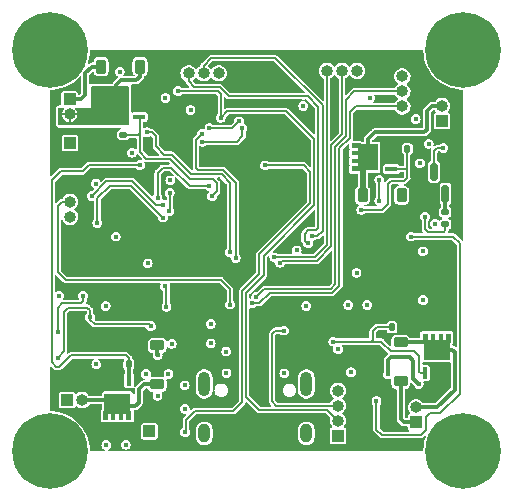
<source format=gbr>
%TF.GenerationSoftware,KiCad,Pcbnew,7.0.9*%
%TF.CreationDate,2024-03-28T09:14:24+03:00*%
%TF.ProjectId,MicroFlightController-v2,4d696372-6f46-46c6-9967-6874436f6e74,rev?*%
%TF.SameCoordinates,Original*%
%TF.FileFunction,Copper,L4,Bot*%
%TF.FilePolarity,Positive*%
%FSLAX46Y46*%
G04 Gerber Fmt 4.6, Leading zero omitted, Abs format (unit mm)*
G04 Created by KiCad (PCBNEW 7.0.9) date 2024-03-28 09:14:24*
%MOMM*%
%LPD*%
G01*
G04 APERTURE LIST*
G04 Aperture macros list*
%AMRoundRect*
0 Rectangle with rounded corners*
0 $1 Rounding radius*
0 $2 $3 $4 $5 $6 $7 $8 $9 X,Y pos of 4 corners*
0 Add a 4 corners polygon primitive as box body*
4,1,4,$2,$3,$4,$5,$6,$7,$8,$9,$2,$3,0*
0 Add four circle primitives for the rounded corners*
1,1,$1+$1,$2,$3*
1,1,$1+$1,$4,$5*
1,1,$1+$1,$6,$7*
1,1,$1+$1,$8,$9*
0 Add four rect primitives between the rounded corners*
20,1,$1+$1,$2,$3,$4,$5,0*
20,1,$1+$1,$4,$5,$6,$7,0*
20,1,$1+$1,$6,$7,$8,$9,0*
20,1,$1+$1,$8,$9,$2,$3,0*%
%AMFreePoly0*
4,1,21,1.372500,0.787500,0.862500,0.787500,0.862500,0.532500,1.372500,0.532500,1.372500,0.127500,0.862500,0.127500,0.862500,-0.127500,1.372500,-0.127500,1.372500,-0.532500,0.862500,-0.532500,0.862500,-0.787500,1.372500,-0.787500,1.372500,-1.195000,0.612500,-1.195000,0.612500,-1.117500,-0.862500,-1.117500,-0.862500,1.117500,0.612500,1.117500,0.612500,1.195000,1.372500,1.195000,
1.372500,0.787500,1.372500,0.787500,$1*%
G04 Aperture macros list end*
%TA.AperFunction,ComponentPad*%
%ADD10R,1.000000X1.000000*%
%TD*%
%TA.AperFunction,ComponentPad*%
%ADD11O,1.000000X1.000000*%
%TD*%
%TA.AperFunction,ComponentPad*%
%ADD12C,0.800000*%
%TD*%
%TA.AperFunction,ComponentPad*%
%ADD13C,6.400000*%
%TD*%
%TA.AperFunction,ComponentPad*%
%ADD14O,1.000000X2.100000*%
%TD*%
%TA.AperFunction,ComponentPad*%
%ADD15O,1.000000X1.600000*%
%TD*%
%TA.AperFunction,SMDPad,CuDef*%
%ADD16R,0.990000X0.405000*%
%TD*%
%TA.AperFunction,SMDPad,CuDef*%
%ADD17FreePoly0,180.000000*%
%TD*%
%TA.AperFunction,SMDPad,CuDef*%
%ADD18RoundRect,0.135000X-0.135000X-0.185000X0.135000X-0.185000X0.135000X0.185000X-0.135000X0.185000X0*%
%TD*%
%TA.AperFunction,SMDPad,CuDef*%
%ADD19RoundRect,0.225000X-0.375000X0.225000X-0.375000X-0.225000X0.375000X-0.225000X0.375000X0.225000X0*%
%TD*%
%TA.AperFunction,SMDPad,CuDef*%
%ADD20RoundRect,0.135000X0.135000X0.185000X-0.135000X0.185000X-0.135000X-0.185000X0.135000X-0.185000X0*%
%TD*%
%TA.AperFunction,SMDPad,CuDef*%
%ADD21RoundRect,0.225000X-0.225000X-0.375000X0.225000X-0.375000X0.225000X0.375000X-0.225000X0.375000X0*%
%TD*%
%TA.AperFunction,SMDPad,CuDef*%
%ADD22RoundRect,0.225000X0.225000X0.375000X-0.225000X0.375000X-0.225000X-0.375000X0.225000X-0.375000X0*%
%TD*%
%TA.AperFunction,SMDPad,CuDef*%
%ADD23R,0.405000X0.990000*%
%TD*%
%TA.AperFunction,SMDPad,CuDef*%
%ADD24FreePoly0,270.000000*%
%TD*%
%TA.AperFunction,SMDPad,CuDef*%
%ADD25RoundRect,0.225000X0.375000X-0.225000X0.375000X0.225000X-0.375000X0.225000X-0.375000X-0.225000X0*%
%TD*%
%TA.AperFunction,SMDPad,CuDef*%
%ADD26RoundRect,0.135000X0.185000X-0.135000X0.185000X0.135000X-0.185000X0.135000X-0.185000X-0.135000X0*%
%TD*%
%TA.AperFunction,SMDPad,CuDef*%
%ADD27FreePoly0,90.000000*%
%TD*%
%TA.AperFunction,SMDPad,CuDef*%
%ADD28RoundRect,0.135000X-0.185000X0.135000X-0.185000X-0.135000X0.185000X-0.135000X0.185000X0.135000X0*%
%TD*%
%TA.AperFunction,SMDPad,CuDef*%
%ADD29RoundRect,0.150000X0.150000X-0.587500X0.150000X0.587500X-0.150000X0.587500X-0.150000X-0.587500X0*%
%TD*%
%TA.AperFunction,ViaPad*%
%ADD30C,0.450000*%
%TD*%
%TA.AperFunction,Conductor*%
%ADD31C,0.152400*%
%TD*%
%TA.AperFunction,Conductor*%
%ADD32C,0.300000*%
%TD*%
%TA.AperFunction,Conductor*%
%ADD33C,0.500000*%
%TD*%
G04 APERTURE END LIST*
D10*
%TO.P,J8,1,Pin_1*%
%TO.N,GND*%
X160825000Y-87075000D03*
D11*
%TO.P,J8,2,Pin_2*%
%TO.N,/MCU/PC6*%
X160825000Y-85805000D03*
%TO.P,J8,3,Pin_3*%
%TO.N,/MCU/PC7*%
X160825000Y-84535000D03*
%TO.P,J8,4,Pin_4*%
%TO.N,+5V*%
X160825000Y-83265000D03*
%TD*%
D12*
%TO.P,REF\u002A\u002A,1*%
%TO.N,N/C*%
X163600000Y-81000000D03*
X164302944Y-79302944D03*
X164302944Y-82697056D03*
X166000000Y-78600000D03*
D13*
X166000000Y-81000000D03*
D12*
X166000000Y-83400000D03*
X167697056Y-79302944D03*
X167697056Y-82697056D03*
X168400000Y-81000000D03*
%TD*%
D10*
%TO.P,J7,1,Pin_1*%
%TO.N,GND*%
X153175000Y-82790000D03*
D11*
%TO.P,J7,2,Pin_2*%
%TO.N,/MCU/PA9*%
X154445000Y-82790000D03*
%TO.P,J7,3,Pin_3*%
%TO.N,/MCU/PA10*%
X155715000Y-82790000D03*
%TO.P,J7,4,Pin_4*%
%TO.N,+5V*%
X156985000Y-82790000D03*
%TD*%
D14*
%TO.P,J1,S1,SHIELD*%
%TO.N,Net-(J1-SHIELD)*%
X144070000Y-109310000D03*
D15*
X144070000Y-113490000D03*
D14*
X152710000Y-109310000D03*
D15*
X152710000Y-113490000D03*
%TD*%
D12*
%TO.P,REF\u002A\u002A,1*%
%TO.N,N/C*%
X163600000Y-115000000D03*
X164302944Y-113302944D03*
X164302944Y-116697056D03*
X166000000Y-112600000D03*
D13*
X166000000Y-115000000D03*
D12*
X166000000Y-117400000D03*
X167697056Y-113302944D03*
X167697056Y-116697056D03*
X168400000Y-115000000D03*
%TD*%
D10*
%TO.P,J10,1,Pin_1*%
%TO.N,VBAT*%
X161975000Y-112550000D03*
D11*
%TO.P,J10,2,Pin_2*%
%TO.N,Net-(D9-A)*%
X161975000Y-111280000D03*
%TD*%
D10*
%TO.P,J6,1,Pin_1*%
%TO.N,GND*%
X141465000Y-83000000D03*
D11*
%TO.P,J6,2,Pin_2*%
%TO.N,/MCU/PC10*%
X142735000Y-83000000D03*
%TO.P,J6,3,Pin_3*%
%TO.N,/MCU/PC11*%
X144005000Y-83000000D03*
%TO.P,J6,4,Pin_4*%
%TO.N,+5V*%
X145275000Y-83000000D03*
%TD*%
D12*
%TO.P,REF\u002A\u002A,1*%
%TO.N,N/C*%
X128600000Y-81000000D03*
X129302944Y-79302944D03*
X129302944Y-82697056D03*
X131000000Y-78600000D03*
D13*
X131000000Y-81000000D03*
D12*
X131000000Y-83400000D03*
X132697056Y-79302944D03*
X132697056Y-82697056D03*
X133400000Y-81000000D03*
%TD*%
D10*
%TO.P,J3,1,Pin_1*%
%TO.N,VBAT*%
X139410000Y-113320000D03*
D11*
%TO.P,J3,2,Pin_2*%
%TO.N,GND*%
X140680000Y-113320000D03*
%TD*%
D10*
%TO.P,J2,1,Pin_1*%
%TO.N,+3.3V*%
X155380000Y-113680000D03*
D11*
%TO.P,J2,2,Pin_2*%
%TO.N,/MCU/NRST*%
X155380000Y-112410000D03*
%TO.P,J2,3,Pin_3*%
%TO.N,/MCU/SWDIO*%
X155380000Y-111140000D03*
%TO.P,J2,4,Pin_4*%
%TO.N,/MCU/SWCLK*%
X155380000Y-109870000D03*
%TO.P,J2,5,Pin_5*%
%TO.N,GND*%
X155380000Y-108600000D03*
%TD*%
D10*
%TO.P,J5,1,Pin_1*%
%TO.N,+5V*%
X132675000Y-88905000D03*
D11*
%TO.P,J5,2,Pin_2*%
%TO.N,GND*%
X132675000Y-90175000D03*
%TD*%
D10*
%TO.P,J9,1,Pin_1*%
%TO.N,VBAT*%
X132450000Y-110675000D03*
D11*
%TO.P,J9,2,Pin_2*%
%TO.N,Net-(D8-A)*%
X133720000Y-110675000D03*
%TD*%
D10*
%TO.P,J11,1,Pin_1*%
%TO.N,VBAT*%
X132660000Y-85200000D03*
D11*
%TO.P,J11,2,Pin_2*%
%TO.N,Net-(D10-A)*%
X132660000Y-86470000D03*
%TD*%
D12*
%TO.P,REF\u002A\u002A,1*%
%TO.N,N/C*%
X128600000Y-115000000D03*
X129302944Y-113302944D03*
X129302944Y-116697056D03*
X131000000Y-112600000D03*
D13*
X131000000Y-115000000D03*
D12*
X131000000Y-117400000D03*
X132697056Y-113302944D03*
X132697056Y-116697056D03*
X133400000Y-115000000D03*
%TD*%
D10*
%TO.P,J4,1,Pin_1*%
%TO.N,GND*%
X132700000Y-92610000D03*
D11*
%TO.P,J4,2,Pin_2*%
%TO.N,/MCU/PB14*%
X132700000Y-93880000D03*
%TO.P,J4,3,Pin_3*%
%TO.N,+5V*%
X132700000Y-95150000D03*
%TD*%
D10*
%TO.P,J12,1,Pin_1*%
%TO.N,VBAT*%
X164175000Y-87050000D03*
D11*
%TO.P,J12,2,Pin_2*%
%TO.N,Net-(D11-A)*%
X164175000Y-85780000D03*
%TD*%
D16*
%TO.P,Q7,1,S*%
%TO.N,GND*%
X159900000Y-89120000D03*
%TO.P,Q7,2,S*%
X159900000Y-89780000D03*
%TO.P,Q7,3,S*%
X159900000Y-90440000D03*
%TO.P,Q7,4,G*%
%TO.N,/MCU/PB5*%
X159900000Y-91100000D03*
D17*
%TO.P,Q7,5,D*%
%TO.N,Net-(D11-A)*%
X157907500Y-90110000D03*
%TD*%
D18*
%TO.P,R33,1*%
%TO.N,/MCU/PA1*%
X159950000Y-104490000D03*
%TO.P,R33,2*%
%TO.N,GND*%
X160970000Y-104490000D03*
%TD*%
D19*
%TO.P,D8,1,K*%
%TO.N,VBAT*%
X140080000Y-106040000D03*
%TO.P,D8,2,A*%
%TO.N,Net-(D8-A)*%
X140080000Y-109340000D03*
%TD*%
D20*
%TO.P,R32,1*%
%TO.N,/MCU/PA3*%
X137680000Y-107650000D03*
%TO.P,R32,2*%
%TO.N,GND*%
X136660000Y-107650000D03*
%TD*%
D21*
%TO.P,D10,1,K*%
%TO.N,VBAT*%
X135317200Y-82425000D03*
%TO.P,D10,2,A*%
%TO.N,Net-(D10-A)*%
X138617200Y-82425000D03*
%TD*%
D22*
%TO.P,D11,1,K*%
%TO.N,VBAT*%
X160779998Y-93317494D03*
%TO.P,D11,2,A*%
%TO.N,Net-(D11-A)*%
X157479998Y-93317494D03*
%TD*%
D23*
%TO.P,Q4,1,S*%
%TO.N,GND*%
X135710000Y-108990000D03*
%TO.P,Q4,2,S*%
X136370000Y-108990000D03*
%TO.P,Q4,3,S*%
X137030000Y-108990000D03*
%TO.P,Q4,4,G*%
%TO.N,/MCU/PA3*%
X137690000Y-108990000D03*
D24*
%TO.P,Q4,5,D*%
%TO.N,Net-(D8-A)*%
X136700000Y-110982500D03*
%TD*%
D18*
%TO.P,R35,1*%
%TO.N,/MCU/PB5*%
X161250000Y-89400000D03*
%TO.P,R35,2*%
%TO.N,GND*%
X162270000Y-89400000D03*
%TD*%
D25*
%TO.P,D9,1,K*%
%TO.N,VBAT*%
X160689000Y-109075000D03*
%TO.P,D9,2,A*%
%TO.N,Net-(D9-A)*%
X160689000Y-105775000D03*
%TD*%
D16*
%TO.P,Q6,1,S*%
%TO.N,GND*%
X138572500Y-84720000D03*
%TO.P,Q6,2,S*%
X138572500Y-85380000D03*
%TO.P,Q6,3,S*%
X138572500Y-86040000D03*
%TO.P,Q6,4,G*%
%TO.N,/MCU/PB0*%
X138572500Y-86700000D03*
D17*
%TO.P,Q6,5,D*%
%TO.N,Net-(D10-A)*%
X136580000Y-85710000D03*
%TD*%
D26*
%TO.P,R28,1*%
%TO.N,/MCU/PB8*%
X164475000Y-95785000D03*
%TO.P,R28,2*%
%TO.N,Net-(Q3-B)*%
X164475000Y-94765000D03*
%TD*%
D23*
%TO.P,Q5,1,S*%
%TO.N,GND*%
X164720000Y-108382500D03*
%TO.P,Q5,2,S*%
X164060000Y-108382500D03*
%TO.P,Q5,3,S*%
X163400000Y-108382500D03*
%TO.P,Q5,4,G*%
%TO.N,/MCU/PA1*%
X162740000Y-108382500D03*
D27*
%TO.P,Q5,5,D*%
%TO.N,Net-(D9-A)*%
X163730000Y-106390000D03*
%TD*%
D28*
%TO.P,R34,1*%
%TO.N,/MCU/PB0*%
X137210000Y-88190000D03*
%TO.P,R34,2*%
%TO.N,GND*%
X137210000Y-89210000D03*
%TD*%
D29*
%TO.P,Q3,1,B*%
%TO.N,Net-(Q3-B)*%
X164475000Y-93200000D03*
%TO.P,Q3,2,E*%
%TO.N,GND*%
X162575000Y-93200000D03*
%TO.P,Q3,3,C*%
%TO.N,Net-(Q3-C)*%
X163525000Y-91325000D03*
%TD*%
D30*
%TO.N,/MCU/NRST*%
X141840000Y-84510000D03*
X145450700Y-86750000D03*
%TO.N,GND*%
X135140000Y-108610000D03*
X156460000Y-96170000D03*
X154310000Y-99770000D03*
X137890000Y-93410000D03*
X146600000Y-90800000D03*
X141000000Y-89250000D03*
X139390000Y-86050000D03*
X134240000Y-96190000D03*
X142630000Y-99910000D03*
X139250000Y-89000000D03*
X138560000Y-84150000D03*
X137130000Y-103120000D03*
X156460000Y-95560000D03*
X135200000Y-104770000D03*
X139407669Y-84472331D03*
X141140000Y-84200000D03*
X137160000Y-93410000D03*
X153660000Y-99790000D03*
X147630000Y-82770000D03*
X156480000Y-96790000D03*
X135724999Y-105176800D03*
X148300000Y-82760000D03*
X151390000Y-87700000D03*
X137140000Y-103710000D03*
X141870000Y-86890000D03*
X159410000Y-85200000D03*
X160680000Y-88720000D03*
X160020000Y-88710000D03*
X144640000Y-98080000D03*
X136140000Y-105650000D03*
X147800000Y-90800000D03*
X147200000Y-91000000D03*
X163730000Y-100650000D03*
X150010000Y-86880000D03*
X164070000Y-107700000D03*
X164698000Y-107700000D03*
X135130000Y-109300000D03*
X140870000Y-86870000D03*
X160030000Y-90170000D03*
X142610000Y-99210000D03*
X147220000Y-90270000D03*
X153030000Y-86420000D03*
X139420000Y-103290000D03*
X163410000Y-107680000D03*
X155080000Y-83840000D03*
X137100000Y-94200000D03*
X150980000Y-97590000D03*
X146970000Y-82760000D03*
X160040000Y-89470000D03*
X137070000Y-108310000D03*
X163610000Y-110015000D03*
X163720000Y-99870000D03*
X137900000Y-94200000D03*
%TO.N,VBUS*%
X135770000Y-114480000D03*
X150840000Y-108395000D03*
X145940000Y-108395000D03*
X145925000Y-106555000D03*
X131750000Y-101840000D03*
X137410000Y-114440000D03*
X144600000Y-105875000D03*
X142400000Y-109420000D03*
X141030000Y-108470000D03*
X144600000Y-104210000D03*
X134920000Y-107650000D03*
%TO.N,/MCU/BOOT0*%
X161535500Y-96820000D03*
X158640000Y-110760000D03*
%TO.N,+3.3V*%
X152450000Y-85760000D03*
X142895000Y-86095000D03*
X152700000Y-102685000D03*
X140775000Y-85095000D03*
X156480000Y-108310000D03*
X158075000Y-85075000D03*
X136890000Y-82870000D03*
X139275000Y-99100000D03*
X136550000Y-96820000D03*
X137930000Y-89725000D03*
X141180000Y-92060000D03*
X131673100Y-104910000D03*
X134860000Y-92330000D03*
X133810000Y-101850000D03*
X162560000Y-98070000D03*
X163610000Y-95730000D03*
X155390000Y-106350000D03*
%TO.N,VIN*%
X162200000Y-109300000D03*
X159600000Y-108500000D03*
X139130000Y-108470000D03*
X141300000Y-105890000D03*
X160740000Y-107057500D03*
X162590000Y-102200000D03*
%TO.N,+5V*%
X157870000Y-102600000D03*
X162310000Y-90620000D03*
X156260000Y-102600000D03*
X161950000Y-86880000D03*
%TO.N,/Battery Charger/VREF*%
X139540000Y-104410000D03*
X131640000Y-107070000D03*
X134390000Y-103650000D03*
%TO.N,/MCU/SWDIO*%
X150810000Y-104780000D03*
%TO.N,VBAT*%
X140100000Y-110300000D03*
X142400000Y-111400000D03*
X140110000Y-106860000D03*
X135700000Y-102700000D03*
X160779998Y-93317494D03*
X163050000Y-88960000D03*
%TO.N,/MCU/PB14*%
X146250000Y-102580000D03*
%TO.N,/MCU/PC10*%
X152858626Y-97375350D03*
%TO.N,/MCU/PC11*%
X153160000Y-96800000D03*
%TO.N,/MCU/PA9*%
X149986164Y-98585779D03*
%TO.N,/MCU/PA10*%
X150460000Y-99030000D03*
%TO.N,/MCU/PA3*%
X138600000Y-90760000D03*
%TO.N,/MCU/PB0*%
X144720000Y-93410000D03*
%TO.N,/MCU/PA1*%
X156950000Y-99880000D03*
X151890000Y-97990000D03*
X154980000Y-105710000D03*
%TO.N,/MCU/PB5*%
X157360000Y-94540700D03*
%TO.N,Net-(Q3-C)*%
X164310000Y-89320000D03*
%TO.N,/Baro/SCL*%
X140750000Y-101045000D03*
X140860000Y-102758300D03*
%TO.N,/Buck Boost Converter/VBAT-MESAURE*%
X149220000Y-90800000D03*
X142440000Y-113390000D03*
%TO.N,/MCU/PB8*%
X162760000Y-95160000D03*
%TO.N,/MCU/PB6*%
X158889582Y-91995597D03*
X158890000Y-93770000D03*
%TO.N,/Flash/MOSI*%
X147010000Y-87070000D03*
X144500000Y-87640000D03*
%TO.N,/Flash/MISO*%
X143908810Y-88786547D03*
X147286556Y-87657682D03*
%TO.N,/MCU/PA4*%
X144490000Y-92540000D03*
X140100000Y-93570000D03*
%TO.N,/MCU/PA6*%
X140538257Y-94110700D03*
X134550000Y-93370000D03*
%TO.N,/MCU/PA7*%
X141110000Y-94660000D03*
X141130951Y-93109300D03*
%TO.N,/MCU/PC4*%
X135010000Y-95670000D03*
X140560000Y-95210000D03*
%TO.N,/Flash/CS*%
X139210000Y-87990000D03*
X146219300Y-98160000D03*
%TO.N,/Flash/CLK*%
X143840000Y-88140700D03*
X146720000Y-98630000D03*
%TO.N,/MCU/PC6*%
X148116984Y-102475191D03*
%TO.N,/MCU/PC7*%
X148470000Y-101930000D03*
%TD*%
D31*
%TO.N,/MCU/NRST*%
X153375200Y-88575200D02*
X151000000Y-86200000D01*
X147615784Y-101564216D02*
X149080000Y-100100000D01*
X149080000Y-100100000D02*
X149080000Y-98450000D01*
X147615784Y-110425784D02*
X147615784Y-101564216D01*
X145450700Y-86750000D02*
X145450700Y-84750700D01*
X146000700Y-86200000D02*
X145450700Y-86750000D01*
X153375200Y-94154799D02*
X153375200Y-88575200D01*
X145210000Y-84510000D02*
X141840000Y-84510000D01*
X149080000Y-98450000D02*
X153375200Y-94154799D01*
X151000000Y-86200000D02*
X146000700Y-86200000D01*
X148682400Y-111492400D02*
X147615784Y-110425784D01*
X154462400Y-111492400D02*
X148682400Y-111492400D01*
X145450700Y-84750700D02*
X145210000Y-84510000D01*
X155380000Y-112410000D02*
X154462400Y-111492400D01*
D32*
%TO.N,GND*%
X163400000Y-109805000D02*
X163610000Y-110015000D01*
X163400000Y-108382500D02*
X163400000Y-109805000D01*
D31*
%TO.N,/MCU/BOOT0*%
X165700000Y-110110000D02*
X165700000Y-97360000D01*
X159080000Y-113610000D02*
X162448400Y-113610000D01*
X158640000Y-113170000D02*
X159080000Y-113610000D01*
X165700000Y-97360000D02*
X165160000Y-96820000D01*
X162840000Y-113218400D02*
X162840000Y-112130000D01*
X162840000Y-112130000D02*
X163200000Y-111770000D01*
X158640000Y-110760000D02*
X158640000Y-113170000D01*
X165160000Y-96820000D02*
X161535500Y-96820000D01*
X163200000Y-111770000D02*
X164040000Y-111770000D01*
X162448400Y-113610000D02*
X162840000Y-113218400D01*
X164040000Y-111770000D02*
X165700000Y-110110000D01*
%TO.N,+3.3V*%
X133825000Y-102315000D02*
X133825000Y-101835000D01*
X132042400Y-102477600D02*
X133662400Y-102477600D01*
X131673100Y-104910000D02*
X131673100Y-102846900D01*
X131673100Y-102846900D02*
X132042400Y-102477600D01*
X133662400Y-102477600D02*
X133825000Y-102315000D01*
D32*
%TO.N,VIN*%
X159600000Y-107290000D02*
X159832500Y-107057500D01*
X161760000Y-107350000D02*
X161467500Y-107057500D01*
X161467500Y-107057500D02*
X160740000Y-107057500D01*
X159832500Y-107057500D02*
X160740000Y-107057500D01*
X161760000Y-108860000D02*
X161760000Y-107350000D01*
X159600000Y-108500000D02*
X159600000Y-107290000D01*
X162200000Y-109300000D02*
X161760000Y-108860000D01*
D31*
%TO.N,/Battery Charger/VREF*%
X139540000Y-104410000D02*
X139378300Y-104248300D01*
X134390000Y-103650000D02*
X134390000Y-103050000D01*
X132173800Y-103186200D02*
X132173800Y-106536200D01*
X132173800Y-106536200D02*
X131640000Y-107070000D01*
X134390000Y-103850000D02*
X134390000Y-103650000D01*
X134788300Y-104248300D02*
X134390000Y-103850000D01*
X134170000Y-102830000D02*
X132530000Y-102830000D01*
X132530000Y-102830000D02*
X132173800Y-103186200D01*
X139378300Y-104248300D02*
X134788300Y-104248300D01*
X134390000Y-103050000D02*
X134170000Y-102830000D01*
%TO.N,/MCU/SWDIO*%
X150070000Y-104780000D02*
X149790000Y-105060000D01*
X149790000Y-105060000D02*
X149790000Y-110770000D01*
X149790000Y-110770000D02*
X150160000Y-111140000D01*
X150810000Y-104780000D02*
X150070000Y-104780000D01*
X150160000Y-111140000D02*
X155380000Y-111140000D01*
D32*
%TO.N,VBAT*%
X140080000Y-106830000D02*
X140110000Y-106860000D01*
X133600000Y-85200000D02*
X134000000Y-84800000D01*
X134000000Y-84800000D02*
X134000000Y-83000000D01*
X160950000Y-112550000D02*
X161975000Y-112550000D01*
X160689000Y-112289000D02*
X160950000Y-112550000D01*
X140080000Y-106040000D02*
X140080000Y-106830000D01*
X134575000Y-82425000D02*
X135317200Y-82425000D01*
X132660000Y-85200000D02*
X133600000Y-85200000D01*
X160689000Y-109075000D02*
X160689000Y-112289000D01*
X134000000Y-83000000D02*
X134575000Y-82425000D01*
D31*
%TO.N,/MCU/PB14*%
X145470000Y-100500000D02*
X146250000Y-101280000D01*
X132700000Y-93880000D02*
X132030000Y-93880000D01*
X132030000Y-93880000D02*
X131660000Y-94250000D01*
X131660000Y-94250000D02*
X131660000Y-99820000D01*
X146250000Y-101280000D02*
X146250000Y-102580000D01*
X131660000Y-99820000D02*
X132340000Y-100500000D01*
X132340000Y-100500000D02*
X145470000Y-100500000D01*
%TO.N,/MCU/PC10*%
X152735350Y-97375350D02*
X152550000Y-97190000D01*
X146124934Y-84940000D02*
X145352034Y-84167100D01*
X153727600Y-96132400D02*
X153727600Y-85852534D01*
X152831200Y-96298800D02*
X153558800Y-96298800D01*
X153558800Y-96298800D02*
X153560000Y-96300000D01*
X153727600Y-85852534D02*
X152815066Y-84940000D01*
X152858626Y-97375350D02*
X152735350Y-97375350D01*
X152815066Y-84940000D02*
X146124934Y-84940000D01*
X143217100Y-84167100D02*
X142735000Y-83685000D01*
X152550000Y-96580000D02*
X152831200Y-96298800D01*
X152550000Y-97190000D02*
X152550000Y-96580000D01*
X153560000Y-96300000D02*
X153727600Y-96132400D01*
X142735000Y-83685000D02*
X142735000Y-83000000D01*
X145352034Y-84167100D02*
X143217100Y-84167100D01*
%TO.N,/MCU/PC11*%
X154080000Y-85720000D02*
X150070000Y-81710000D01*
X154080000Y-96350000D02*
X154080000Y-85720000D01*
X153630000Y-96800000D02*
X154080000Y-96350000D01*
X150070000Y-81710000D02*
X144650000Y-81710000D01*
X153160000Y-96800000D02*
X153630000Y-96800000D01*
X144650000Y-81710000D02*
X144005000Y-82355000D01*
X144005000Y-82355000D02*
X144005000Y-83000000D01*
%TO.N,/MCU/PA9*%
X154445000Y-82790000D02*
X154445000Y-97515000D01*
X150043143Y-98528800D02*
X149986164Y-98585779D01*
X153431200Y-98528800D02*
X150043143Y-98528800D01*
X154445000Y-97515000D02*
X153431200Y-98528800D01*
%TO.N,/MCU/PA10*%
X155715000Y-88178264D02*
X154797400Y-89095864D01*
X150608800Y-98881200D02*
X150460000Y-99030000D01*
X154797400Y-89095864D02*
X154797400Y-97660968D01*
X155715000Y-82790000D02*
X155715000Y-88178264D01*
X153577168Y-98881200D02*
X150608800Y-98881200D01*
X154797400Y-97660968D02*
X153577168Y-98881200D01*
%TO.N,/MCU/PA3*%
X137680000Y-107130000D02*
X137680000Y-107650000D01*
X132770000Y-106880000D02*
X137430000Y-106880000D01*
D32*
X137690000Y-107660000D02*
X137680000Y-107650000D01*
D31*
X131800000Y-107850000D02*
X132770000Y-106880000D01*
X131138800Y-107468800D02*
X131520000Y-107850000D01*
X134300000Y-90760000D02*
X133760000Y-91300000D01*
D32*
X137690000Y-108990000D02*
X137690000Y-107660000D01*
D31*
X137430000Y-106880000D02*
X137680000Y-107130000D01*
X133760000Y-91300000D02*
X131910000Y-91300000D01*
X131520000Y-107850000D02*
X131800000Y-107850000D01*
X138600000Y-90760000D02*
X134300000Y-90760000D01*
X131910000Y-91300000D02*
X131138800Y-92071200D01*
X131138800Y-92071200D02*
X131138800Y-107468800D01*
%TO.N,/MCU/PB0*%
X138480000Y-88160000D02*
X138600000Y-88040000D01*
X138480000Y-88190000D02*
X138480000Y-88160000D01*
X138600000Y-88040000D02*
X138600000Y-86727500D01*
X138600000Y-86727500D02*
X138572500Y-86700000D01*
X144720000Y-93410000D02*
X145140000Y-92990000D01*
X144780000Y-91950000D02*
X142880000Y-91950000D01*
X139166200Y-90226200D02*
X138600000Y-89660000D01*
X138480000Y-88190000D02*
X138600000Y-88310000D01*
X138600000Y-89660000D02*
X138600000Y-88440000D01*
X138600000Y-88310000D02*
X138600000Y-88040000D01*
X145140000Y-92990000D02*
X145140000Y-92310000D01*
X138480000Y-88190000D02*
X137210000Y-88190000D01*
X142880000Y-91950000D02*
X141156200Y-90226200D01*
X145140000Y-92310000D02*
X144780000Y-91950000D01*
X141156200Y-90226200D02*
X139166200Y-90226200D01*
X138600000Y-88310000D02*
X138600000Y-88440000D01*
%TO.N,/MCU/PA1*%
X162268300Y-108248300D02*
X162402500Y-108382500D01*
X158650000Y-104490000D02*
X159950000Y-104490000D01*
X159050000Y-105710000D02*
X159840000Y-106500000D01*
X158310000Y-105710000D02*
X158470000Y-105710000D01*
X158310000Y-105550000D02*
X158150000Y-105710000D01*
X154980000Y-105710000D02*
X158140000Y-105710000D01*
X158140000Y-105710000D02*
X158310000Y-105710000D01*
X162402500Y-108382500D02*
X162740000Y-108382500D01*
X158150000Y-105710000D02*
X158140000Y-105710000D01*
X159840000Y-106500000D02*
X161820000Y-106500000D01*
X158310000Y-105540000D02*
X158310000Y-104830000D01*
X158310000Y-105550000D02*
X158470000Y-105710000D01*
X158310000Y-105540000D02*
X158310000Y-105550000D01*
X161820000Y-106500000D02*
X162268300Y-106948300D01*
X162268300Y-106948300D02*
X162268300Y-108248300D01*
X158470000Y-105710000D02*
X159050000Y-105710000D01*
X158310000Y-105710000D02*
X158310000Y-105540000D01*
X158310000Y-104830000D02*
X158650000Y-104490000D01*
%TO.N,/MCU/PB5*%
X161250000Y-91000000D02*
X161250000Y-89400000D01*
X160980000Y-92120000D02*
X161250000Y-91850000D01*
X161150000Y-91100000D02*
X161250000Y-91200000D01*
X161250000Y-91100000D02*
X161250000Y-91000000D01*
X159630000Y-92350000D02*
X159860000Y-92120000D01*
X161250000Y-91200000D02*
X161250000Y-91100000D01*
X159900000Y-91100000D02*
X161100000Y-91100000D01*
X159630000Y-94050000D02*
X159630000Y-92350000D01*
X159139300Y-94540700D02*
X159630000Y-94050000D01*
X161150000Y-91100000D02*
X161250000Y-91000000D01*
X161100000Y-91100000D02*
X161150000Y-91100000D01*
X161250000Y-91850000D02*
X161250000Y-91200000D01*
X161100000Y-91100000D02*
X161250000Y-91100000D01*
X157360000Y-94540700D02*
X159139300Y-94540700D01*
X159860000Y-92120000D02*
X160980000Y-92120000D01*
D32*
%TO.N,Net-(Q3-B)*%
X164475000Y-94765000D02*
X164475000Y-93200000D01*
D31*
%TO.N,Net-(Q3-C)*%
X163525000Y-89575000D02*
X163525000Y-91325000D01*
X163780000Y-89320000D02*
X163525000Y-89575000D01*
X164310000Y-89320000D02*
X163780000Y-89320000D01*
%TO.N,/Baro/SCL*%
X140860000Y-101155000D02*
X140750000Y-101045000D01*
X140860000Y-102758300D02*
X140860000Y-101155000D01*
%TO.N,/Buck Boost Converter/VBAT-MESAURE*%
X153022800Y-91332800D02*
X153022800Y-94008831D01*
X147263384Y-110856616D02*
X146520000Y-111600000D01*
X148727600Y-99954032D02*
X147263384Y-101418247D01*
X146520000Y-111600000D02*
X143240000Y-111600000D01*
X149220000Y-90800000D02*
X152490000Y-90800000D01*
X142500000Y-113330000D02*
X142440000Y-113390000D01*
X142500000Y-112340000D02*
X142500000Y-113330000D01*
X148727600Y-98304031D02*
X148727600Y-99954032D01*
X153022800Y-94008831D02*
X148727600Y-98304031D01*
X143240000Y-111600000D02*
X142500000Y-112340000D01*
X152490000Y-90800000D02*
X153022800Y-91332800D01*
X147263384Y-101418247D02*
X147263384Y-110856616D01*
%TO.N,/MCU/PB8*%
X162760000Y-95160000D02*
X162760000Y-96210000D01*
X164340000Y-96430000D02*
X164475000Y-96295000D01*
X162980000Y-96430000D02*
X164340000Y-96430000D01*
X164475000Y-96295000D02*
X164475000Y-95785000D01*
X162760000Y-96210000D02*
X162980000Y-96430000D01*
%TO.N,/MCU/PB6*%
X158889582Y-91995597D02*
X158890000Y-91996015D01*
X158890000Y-91996015D02*
X158890000Y-93770000D01*
%TO.N,/Flash/MOSI*%
X147010000Y-87070000D02*
X146440000Y-87640000D01*
X146440000Y-87640000D02*
X144500000Y-87640000D01*
%TO.N,/Flash/MISO*%
X147286556Y-88333444D02*
X146833453Y-88786547D01*
X146833453Y-88786547D02*
X143908810Y-88786547D01*
X147286556Y-87657682D02*
X147286556Y-88333444D01*
%TO.N,/MCU/PA4*%
X144490000Y-92540000D02*
X142810000Y-92540000D01*
X140100000Y-91430000D02*
X140100000Y-93570000D01*
X142810000Y-92540000D02*
X141260000Y-90990000D01*
X140540000Y-90990000D02*
X140100000Y-91430000D01*
X141260000Y-90990000D02*
X140540000Y-90990000D01*
%TO.N,/MCU/PA6*%
X139945331Y-94110700D02*
X140538257Y-94110700D01*
X134550000Y-93370000D02*
X135780000Y-92140000D01*
X135780000Y-92140000D02*
X137974631Y-92140000D01*
X137974631Y-92140000D02*
X139945331Y-94110700D01*
%TO.N,/MCU/PA7*%
X141130951Y-94639049D02*
X141130951Y-93109300D01*
X141110000Y-94660000D02*
X141130951Y-94639049D01*
%TO.N,/MCU/PC4*%
X140560000Y-95210000D02*
X140550000Y-95210000D01*
X135010000Y-93560000D02*
X135010000Y-95670000D01*
X137840000Y-92500000D02*
X136070000Y-92500000D01*
X140550000Y-95210000D02*
X137840000Y-92500000D01*
X136070000Y-92500000D02*
X135010000Y-93560000D01*
%TO.N,/Flash/CS*%
X141298234Y-89883300D02*
X140663300Y-89883300D01*
X145520000Y-91550000D02*
X142964934Y-91550000D01*
X140663300Y-89883300D02*
X139960000Y-89180000D01*
X142964934Y-91550000D02*
X141298234Y-89883300D01*
X139630000Y-87990000D02*
X139210000Y-87990000D01*
X139960000Y-88320000D02*
X139630000Y-87990000D01*
X139960000Y-89180000D02*
X139960000Y-88320000D01*
X146219300Y-98160000D02*
X146219300Y-92249300D01*
X146219300Y-92249300D02*
X145520000Y-91550000D01*
%TO.N,/Flash/CLK*%
X143370000Y-88610700D02*
X143840000Y-88140700D01*
X143537600Y-91197600D02*
X143370000Y-91030000D01*
X146720000Y-92251632D02*
X145665968Y-91197600D01*
X143370000Y-91030000D02*
X143370000Y-88610700D01*
X145665968Y-91197600D02*
X143537600Y-91197600D01*
X146720000Y-98630000D02*
X146720000Y-92251632D01*
%TO.N,/MCU/PC6*%
X156400800Y-88462332D02*
X155502200Y-89360932D01*
X155502200Y-89360932D02*
X155502200Y-100992734D01*
X148734809Y-102475191D02*
X148116984Y-102475191D01*
X154902034Y-101592900D02*
X149617100Y-101592900D01*
X155502200Y-100992734D02*
X154902034Y-101592900D01*
X160825000Y-85805000D02*
X156875000Y-85805000D01*
X156875000Y-85805000D02*
X156400800Y-86279200D01*
X149617100Y-101592900D02*
X148734809Y-102475191D01*
X156400800Y-86279200D02*
X156400800Y-88462332D01*
%TO.N,/MCU/PC7*%
X156057900Y-85252100D02*
X156775000Y-84535000D01*
X155149800Y-89228398D02*
X156057900Y-88320298D01*
X154760000Y-101250000D02*
X155149800Y-100860200D01*
X155149800Y-100860200D02*
X155149800Y-89228398D01*
X149150000Y-101250000D02*
X154760000Y-101250000D01*
X156775000Y-84535000D02*
X160825000Y-84535000D01*
X148470000Y-101930000D02*
X149150000Y-101250000D01*
X156057900Y-88320298D02*
X156057900Y-85252100D01*
D32*
%TO.N,Net-(D8-A)*%
X138920000Y-109340000D02*
X140080000Y-109340000D01*
X138230000Y-111190000D02*
X138500000Y-110920000D01*
X136392500Y-110675000D02*
X136700000Y-110982500D01*
X133710000Y-110665000D02*
X133720000Y-110675000D01*
X133720000Y-110675000D02*
X136392500Y-110675000D01*
X138500000Y-110920000D02*
X138500000Y-109760000D01*
X138500000Y-109760000D02*
X138920000Y-109340000D01*
X136907500Y-111190000D02*
X138230000Y-111190000D01*
X136700000Y-110982500D02*
X136907500Y-111190000D01*
%TO.N,Net-(D9-A)*%
X163115000Y-105775000D02*
X160689000Y-105775000D01*
X165263000Y-106583000D02*
X165070000Y-106390000D01*
X165070000Y-106390000D02*
X163730000Y-106390000D01*
X163780000Y-111280000D02*
X165263000Y-109797000D01*
X161975000Y-111280000D02*
X163780000Y-111280000D01*
X163730000Y-106390000D02*
X163115000Y-105775000D01*
X165263000Y-109797000D02*
X165263000Y-106583000D01*
%TO.N,Net-(D10-A)*%
X138300000Y-83600000D02*
X138617200Y-83282800D01*
X137000000Y-83600000D02*
X138300000Y-83600000D01*
X138617200Y-83282800D02*
X138617200Y-82425000D01*
X136580000Y-84020000D02*
X137000000Y-83600000D01*
X136580000Y-85710000D02*
X136580000Y-84020000D01*
%TO.N,Net-(D11-A)*%
X163320000Y-85780000D02*
X162900000Y-86200000D01*
X157907500Y-88607500D02*
X157907500Y-90110000D01*
D33*
X157479998Y-90537502D02*
X157907500Y-90110000D01*
D32*
X158500000Y-88000000D02*
X157900000Y-88600000D01*
X164175000Y-85780000D02*
X163320000Y-85780000D01*
X162900000Y-87800000D02*
X162700000Y-88000000D01*
X162700000Y-88000000D02*
X158500000Y-88000000D01*
D33*
X157479998Y-93317494D02*
X157479998Y-90537502D01*
D32*
X157900000Y-88600000D02*
X157907500Y-88607500D01*
X162900000Y-86200000D02*
X162900000Y-87800000D01*
%TD*%
%TA.AperFunction,Conductor*%
%TO.N,GND*%
G36*
X154850533Y-98073593D02*
G01*
X154880038Y-98115730D01*
X154882600Y-98135193D01*
X154882600Y-100718374D01*
X154865007Y-100766712D01*
X154860574Y-100771548D01*
X154671348Y-100960774D01*
X154624728Y-100982514D01*
X154618174Y-100982800D01*
X149183725Y-100982800D01*
X149169054Y-100981355D01*
X149150000Y-100977565D01*
X149045741Y-100998303D01*
X149036502Y-101004477D01*
X149031882Y-101007565D01*
X149007041Y-101024163D01*
X148957357Y-101057359D01*
X148946558Y-101073521D01*
X148937208Y-101084913D01*
X148534479Y-101487642D01*
X148487859Y-101509382D01*
X148471608Y-101508815D01*
X148469999Y-101508815D01*
X148339845Y-101529429D01*
X148222431Y-101589255D01*
X148129255Y-101682431D01*
X148069429Y-101799845D01*
X148048815Y-101929999D01*
X148048815Y-101930002D01*
X148057878Y-101987230D01*
X148048062Y-102037725D01*
X148008086Y-102070096D01*
X147995373Y-102073266D01*
X147986832Y-102074619D01*
X147981415Y-102076379D01*
X147930007Y-102074579D01*
X147891783Y-102040155D01*
X147882984Y-102004857D01*
X147882984Y-101706040D01*
X147900577Y-101657702D01*
X147904999Y-101652877D01*
X149245089Y-100312786D01*
X149256478Y-100303439D01*
X149272641Y-100292641D01*
X149320679Y-100220746D01*
X149331697Y-100204257D01*
X149352435Y-100100000D01*
X149348645Y-100080946D01*
X149347200Y-100066275D01*
X149347200Y-98591825D01*
X149364793Y-98543487D01*
X149369214Y-98538662D01*
X149447035Y-98460841D01*
X149493652Y-98439103D01*
X149543340Y-98452416D01*
X149572844Y-98494553D01*
X149574481Y-98525780D01*
X149564979Y-98585777D01*
X149564979Y-98585779D01*
X149585593Y-98715933D01*
X149645419Y-98833347D01*
X149738595Y-98926523D01*
X149738597Y-98926524D01*
X149738598Y-98926525D01*
X149856009Y-98986349D01*
X149856011Y-98986350D01*
X149978619Y-99005769D01*
X149982464Y-99006378D01*
X150027454Y-99031316D01*
X150044974Y-99068888D01*
X150059429Y-99160154D01*
X150119255Y-99277568D01*
X150212431Y-99370744D01*
X150212433Y-99370745D01*
X150212434Y-99370746D01*
X150329845Y-99430570D01*
X150329847Y-99430571D01*
X150429827Y-99446406D01*
X150459999Y-99451185D01*
X150460000Y-99451185D01*
X150460001Y-99451185D01*
X150480615Y-99447919D01*
X150590153Y-99430571D01*
X150707566Y-99370746D01*
X150800746Y-99277566D01*
X150845638Y-99189459D01*
X150883259Y-99154378D01*
X150912642Y-99148400D01*
X153543439Y-99148400D01*
X153558110Y-99149845D01*
X153577168Y-99153636D01*
X153681425Y-99132897D01*
X153747497Y-99088749D01*
X153747496Y-99088749D01*
X153769809Y-99073841D01*
X153769810Y-99073839D01*
X153770195Y-99073582D01*
X153771111Y-99071892D01*
X153773118Y-99068888D01*
X153780605Y-99057681D01*
X153789952Y-99046292D01*
X154754227Y-98082018D01*
X154800846Y-98060279D01*
X154850533Y-98073593D01*
G37*
%TD.AperFunction*%
%TA.AperFunction,Conductor*%
G36*
X153428333Y-94567425D02*
G01*
X153457838Y-94609562D01*
X153460400Y-94629025D01*
X153460400Y-95956400D01*
X153442807Y-96004738D01*
X153398258Y-96030458D01*
X153385200Y-96031600D01*
X152864929Y-96031600D01*
X152850258Y-96030155D01*
X152831200Y-96026364D01*
X152726945Y-96047102D01*
X152726943Y-96047103D01*
X152638557Y-96106159D01*
X152627760Y-96122318D01*
X152618410Y-96133710D01*
X152384910Y-96367210D01*
X152373518Y-96376560D01*
X152357362Y-96387355D01*
X152357359Y-96387359D01*
X152342450Y-96409671D01*
X152298302Y-96475744D01*
X152277564Y-96579999D01*
X152281355Y-96599056D01*
X152282800Y-96613728D01*
X152282800Y-97156271D01*
X152281355Y-97170942D01*
X152277564Y-97189999D01*
X152277564Y-97190000D01*
X152298302Y-97294255D01*
X152298303Y-97294257D01*
X152324646Y-97333682D01*
X152352487Y-97375350D01*
X152357360Y-97382642D01*
X152373513Y-97393435D01*
X152384910Y-97402788D01*
X152435212Y-97453090D01*
X152456312Y-97494498D01*
X152458055Y-97505502D01*
X152458056Y-97505506D01*
X152517881Y-97622918D01*
X152611057Y-97716094D01*
X152611059Y-97716095D01*
X152611060Y-97716096D01*
X152728471Y-97775920D01*
X152728473Y-97775921D01*
X152828453Y-97791756D01*
X152858625Y-97796535D01*
X152858626Y-97796535D01*
X152858627Y-97796535D01*
X152879241Y-97793269D01*
X152988779Y-97775921D01*
X153106192Y-97716096D01*
X153199372Y-97622916D01*
X153259197Y-97505503D01*
X153279811Y-97375350D01*
X153279466Y-97373174D01*
X153274274Y-97340390D01*
X153263515Y-97272461D01*
X153273330Y-97221967D01*
X153303647Y-97193694D01*
X153407566Y-97140746D01*
X153459086Y-97089225D01*
X153505705Y-97067486D01*
X153512260Y-97067200D01*
X153596271Y-97067200D01*
X153610942Y-97068645D01*
X153630000Y-97072436D01*
X153734257Y-97051697D01*
X153800329Y-97007549D01*
X153800328Y-97007549D01*
X153822641Y-96992641D01*
X153822642Y-96992639D01*
X153823027Y-96992382D01*
X153823943Y-96990692D01*
X153833437Y-96976481D01*
X153842779Y-96965097D01*
X154049427Y-96758449D01*
X154096046Y-96736711D01*
X154145733Y-96750025D01*
X154175238Y-96792162D01*
X154177800Y-96811625D01*
X154177800Y-97373174D01*
X154160207Y-97421512D01*
X154155774Y-97426348D01*
X153342548Y-98239574D01*
X153295928Y-98261314D01*
X153289374Y-98261600D01*
X152341216Y-98261600D01*
X152292878Y-98244007D01*
X152267158Y-98199458D01*
X152274212Y-98152260D01*
X152290570Y-98120154D01*
X152290571Y-98120153D01*
X152311185Y-97990000D01*
X152290571Y-97859847D01*
X152230746Y-97742434D01*
X152230745Y-97742433D01*
X152230744Y-97742431D01*
X152137568Y-97649255D01*
X152020153Y-97589429D01*
X152020155Y-97589429D01*
X151890001Y-97568815D01*
X151889999Y-97568815D01*
X151759845Y-97589429D01*
X151642431Y-97649255D01*
X151549255Y-97742431D01*
X151489429Y-97859845D01*
X151468815Y-97989999D01*
X151468815Y-97990000D01*
X151489429Y-98120154D01*
X151505788Y-98152260D01*
X151512057Y-98203316D01*
X151484040Y-98246457D01*
X151438784Y-98261600D01*
X150280966Y-98261600D01*
X150236763Y-98247237D01*
X150233732Y-98245035D01*
X150233730Y-98245033D01*
X150116317Y-98185208D01*
X150116319Y-98185208D01*
X149986165Y-98164594D01*
X149986162Y-98164594D01*
X149926165Y-98174096D01*
X149875671Y-98164281D01*
X149843299Y-98124304D01*
X149844197Y-98072872D01*
X149861226Y-98046650D01*
X153332026Y-94575851D01*
X153378646Y-94554111D01*
X153428333Y-94567425D01*
G37*
%TD.AperFunction*%
%TA.AperFunction,Conductor*%
G36*
X155111323Y-83150467D02*
G01*
X155141888Y-83176115D01*
X155193976Y-83251578D01*
X155193978Y-83251580D01*
X155193980Y-83251583D01*
X155193983Y-83251585D01*
X155193988Y-83251591D01*
X155319580Y-83362855D01*
X155319582Y-83362856D01*
X155319584Y-83362858D01*
X155407548Y-83409025D01*
X155442172Y-83447065D01*
X155447800Y-83475610D01*
X155447800Y-88036438D01*
X155430207Y-88084776D01*
X155425774Y-88089612D01*
X154840574Y-88674812D01*
X154793954Y-88696552D01*
X154744267Y-88683238D01*
X154714762Y-88641101D01*
X154712200Y-88621638D01*
X154712200Y-83475610D01*
X154729793Y-83427272D01*
X154752450Y-83409025D01*
X154840416Y-83362858D01*
X154966020Y-83251583D01*
X155018112Y-83176115D01*
X155060050Y-83146328D01*
X155111323Y-83150467D01*
G37*
%TD.AperFunction*%
%TA.AperFunction,Conductor*%
G36*
X145830700Y-85027267D02*
G01*
X145846274Y-85039218D01*
X145912143Y-85105087D01*
X145921495Y-85116482D01*
X145932291Y-85132640D01*
X145943802Y-85140331D01*
X145987938Y-85169821D01*
X146020678Y-85191697D01*
X146124934Y-85212436D01*
X146143992Y-85208645D01*
X146158663Y-85207200D01*
X152325479Y-85207200D01*
X152373817Y-85224793D01*
X152399537Y-85269342D01*
X152390604Y-85320000D01*
X152351199Y-85353065D01*
X152337245Y-85356673D01*
X152329967Y-85357826D01*
X152319845Y-85359429D01*
X152202431Y-85419255D01*
X152109255Y-85512431D01*
X152049429Y-85629845D01*
X152028815Y-85759999D01*
X152028815Y-85760000D01*
X152049429Y-85890154D01*
X152109255Y-86007568D01*
X152202431Y-86100744D01*
X152202433Y-86100745D01*
X152202434Y-86100746D01*
X152319845Y-86160570D01*
X152319847Y-86160571D01*
X152419827Y-86176406D01*
X152449999Y-86181185D01*
X152450000Y-86181185D01*
X152450001Y-86181185D01*
X152470615Y-86177919D01*
X152580153Y-86160571D01*
X152697566Y-86100746D01*
X152790746Y-86007566D01*
X152850571Y-85890153D01*
X152871185Y-85760000D01*
X152850571Y-85629847D01*
X152790746Y-85512434D01*
X152790745Y-85512433D01*
X152790744Y-85512431D01*
X152697568Y-85419255D01*
X152580153Y-85359429D01*
X152580155Y-85359429D01*
X152570032Y-85357826D01*
X152562756Y-85356673D01*
X152517767Y-85331736D01*
X152499332Y-85283712D01*
X152516080Y-85235075D01*
X152560172Y-85208582D01*
X152574521Y-85207200D01*
X152673240Y-85207200D01*
X152721578Y-85224793D01*
X152726414Y-85229226D01*
X153438374Y-85941186D01*
X153460114Y-85987806D01*
X153460400Y-85994360D01*
X153460400Y-88100974D01*
X153442807Y-88149312D01*
X153398258Y-88175032D01*
X153347600Y-88166099D01*
X153332026Y-88154148D01*
X151212788Y-86034910D01*
X151203435Y-86023513D01*
X151192641Y-86007358D01*
X151151650Y-85979970D01*
X151104257Y-85948303D01*
X151104255Y-85948302D01*
X151000000Y-85927564D01*
X150980942Y-85931355D01*
X150966271Y-85932800D01*
X146034424Y-85932800D01*
X146019753Y-85931355D01*
X146000700Y-85927565D01*
X146000698Y-85927565D01*
X145978048Y-85932070D01*
X145978044Y-85932071D01*
X145896445Y-85948302D01*
X145896440Y-85948304D01*
X145834878Y-85989439D01*
X145784913Y-86001665D01*
X145738778Y-85978913D01*
X145718061Y-85931830D01*
X145717900Y-85926912D01*
X145717900Y-85092392D01*
X145735493Y-85044054D01*
X145780042Y-85018334D01*
X145830700Y-85027267D01*
G37*
%TD.AperFunction*%
%TA.AperFunction,Conductor*%
G36*
X160183743Y-84819793D02*
G01*
X160205717Y-84850733D01*
X160208656Y-84858482D01*
X160208657Y-84858484D01*
X160208659Y-84858487D01*
X160303976Y-84996578D01*
X160303978Y-84996580D01*
X160303980Y-84996583D01*
X160303983Y-84996585D01*
X160303988Y-84996591D01*
X160429581Y-85107856D01*
X160429955Y-85108114D01*
X160430094Y-85108310D01*
X160432988Y-85110874D01*
X160432392Y-85111546D01*
X160459740Y-85150054D01*
X160455597Y-85201327D01*
X160432619Y-85228710D01*
X160432988Y-85229126D01*
X160430193Y-85231601D01*
X160429955Y-85231886D01*
X160429581Y-85232143D01*
X160303988Y-85343408D01*
X160303976Y-85343421D01*
X160208659Y-85481512D01*
X160208656Y-85481518D01*
X160205717Y-85489265D01*
X160172129Y-85528223D01*
X160135405Y-85537800D01*
X158382061Y-85537800D01*
X158333723Y-85520207D01*
X158308003Y-85475658D01*
X158316936Y-85425000D01*
X158328887Y-85409426D01*
X158415744Y-85322568D01*
X158415746Y-85322566D01*
X158475571Y-85205153D01*
X158496185Y-85075000D01*
X158475571Y-84944847D01*
X158475570Y-84944845D01*
X158475570Y-84944844D01*
X158475570Y-84944843D01*
X158458601Y-84911541D01*
X158452331Y-84860484D01*
X158480347Y-84817343D01*
X158525604Y-84802200D01*
X160135405Y-84802200D01*
X160183743Y-84819793D01*
G37*
%TD.AperFunction*%
%TA.AperFunction,Conductor*%
G36*
X149976512Y-81994793D02*
G01*
X149981348Y-81999226D01*
X152526548Y-84544426D01*
X152548288Y-84591046D01*
X152534974Y-84640733D01*
X152492837Y-84670238D01*
X152473374Y-84672800D01*
X146266760Y-84672800D01*
X146218422Y-84655207D01*
X146213586Y-84650774D01*
X145564819Y-84002007D01*
X145555471Y-83990618D01*
X145544675Y-83974459D01*
X145526243Y-83962143D01*
X145509780Y-83951142D01*
X145456293Y-83915404D01*
X145456289Y-83915402D01*
X145377921Y-83899813D01*
X145352034Y-83894664D01*
X145352033Y-83894664D01*
X145332976Y-83898455D01*
X145318305Y-83899900D01*
X143358926Y-83899900D01*
X143310588Y-83882307D01*
X143305752Y-83877874D01*
X143117497Y-83689619D01*
X143095757Y-83642999D01*
X143109071Y-83593312D01*
X143127962Y-83574550D01*
X143130401Y-83572865D01*
X143130416Y-83572858D01*
X143256020Y-83461583D01*
X143292299Y-83409024D01*
X143308112Y-83386115D01*
X143350050Y-83356328D01*
X143401323Y-83360467D01*
X143431888Y-83386115D01*
X143483976Y-83461578D01*
X143483978Y-83461580D01*
X143483980Y-83461583D01*
X143483983Y-83461585D01*
X143483988Y-83461591D01*
X143609580Y-83572855D01*
X143609582Y-83572856D01*
X143609584Y-83572858D01*
X143758168Y-83650841D01*
X143921097Y-83691000D01*
X143921100Y-83691000D01*
X144088900Y-83691000D01*
X144088903Y-83691000D01*
X144251832Y-83650841D01*
X144400416Y-83572858D01*
X144526020Y-83461583D01*
X144562299Y-83409024D01*
X144578112Y-83386115D01*
X144620050Y-83356328D01*
X144671323Y-83360467D01*
X144701888Y-83386115D01*
X144753976Y-83461578D01*
X144753978Y-83461580D01*
X144753980Y-83461583D01*
X144753983Y-83461585D01*
X144753988Y-83461591D01*
X144879580Y-83572855D01*
X144879582Y-83572856D01*
X144879584Y-83572858D01*
X145028168Y-83650841D01*
X145191097Y-83691000D01*
X145191100Y-83691000D01*
X145358900Y-83691000D01*
X145358903Y-83691000D01*
X145521832Y-83650841D01*
X145670416Y-83572858D01*
X145796020Y-83461583D01*
X145891344Y-83323482D01*
X145950848Y-83166582D01*
X145971075Y-83000000D01*
X145950848Y-82833418D01*
X145897270Y-82692144D01*
X145891345Y-82676520D01*
X145891340Y-82676512D01*
X145796023Y-82538421D01*
X145796022Y-82538419D01*
X145796020Y-82538417D01*
X145796016Y-82538413D01*
X145796011Y-82538408D01*
X145670419Y-82427144D01*
X145670413Y-82427140D01*
X145521835Y-82349160D01*
X145521832Y-82349159D01*
X145358903Y-82309000D01*
X145191097Y-82309000D01*
X145028168Y-82349159D01*
X145028164Y-82349160D01*
X144879586Y-82427140D01*
X144879580Y-82427144D01*
X144753988Y-82538408D01*
X144753979Y-82538418D01*
X144701888Y-82613885D01*
X144659950Y-82643671D01*
X144608677Y-82639532D01*
X144578112Y-82613885D01*
X144550581Y-82574000D01*
X144526020Y-82538417D01*
X144526016Y-82538414D01*
X144526015Y-82538412D01*
X144412658Y-82437987D01*
X144388144Y-82392765D01*
X144398433Y-82342364D01*
X144409342Y-82328534D01*
X144738653Y-81999224D01*
X144785272Y-81977486D01*
X144791826Y-81977200D01*
X149928174Y-81977200D01*
X149976512Y-81994793D01*
G37*
%TD.AperFunction*%
%TA.AperFunction,Conductor*%
G36*
X162581152Y-81018093D02*
G01*
X162606872Y-81062642D01*
X162607902Y-81071619D01*
X162623927Y-81367170D01*
X162623928Y-81367180D01*
X162683414Y-81730029D01*
X162683414Y-81730030D01*
X162781788Y-82084341D01*
X162781789Y-82084344D01*
X162917884Y-82425917D01*
X162917888Y-82425925D01*
X162917892Y-82425935D01*
X163090130Y-82750811D01*
X163296484Y-83055160D01*
X163419997Y-83200571D01*
X163515476Y-83312978D01*
X163534534Y-83335414D01*
X163801489Y-83588287D01*
X163928712Y-83684999D01*
X164065863Y-83789259D01*
X164094220Y-83810815D01*
X164409294Y-84000389D01*
X164743018Y-84154786D01*
X164743026Y-84154788D01*
X164743029Y-84154790D01*
X164909062Y-84210733D01*
X165091479Y-84272197D01*
X165450592Y-84351243D01*
X165816145Y-84391000D01*
X165924300Y-84391000D01*
X165972638Y-84408593D01*
X165998358Y-84453142D01*
X165999500Y-84466200D01*
X165999500Y-97098070D01*
X165981907Y-97146408D01*
X165937358Y-97172128D01*
X165886700Y-97163195D01*
X165882522Y-97160597D01*
X165876483Y-97156562D01*
X165865087Y-97147209D01*
X165372788Y-96654910D01*
X165363435Y-96643513D01*
X165352641Y-96627358D01*
X165317746Y-96604043D01*
X165264259Y-96568304D01*
X165264255Y-96568302D01*
X165185887Y-96552713D01*
X165160000Y-96547564D01*
X165159999Y-96547564D01*
X165140942Y-96551355D01*
X165126271Y-96552800D01*
X164764792Y-96552800D01*
X164716454Y-96535207D01*
X164690734Y-96490658D01*
X164699667Y-96440000D01*
X164702265Y-96435822D01*
X164719738Y-96409671D01*
X164726697Y-96399256D01*
X164727641Y-96394508D01*
X164747436Y-96295000D01*
X164747436Y-96294998D01*
X164747436Y-96287593D01*
X164750900Y-96287593D01*
X164756550Y-96250763D01*
X164790717Y-96218747D01*
X164849866Y-96191165D01*
X164849866Y-96191164D01*
X164849870Y-96191163D01*
X164931163Y-96109870D01*
X164932894Y-96106159D01*
X164979747Y-96005681D01*
X164979749Y-96005676D01*
X164986000Y-95958198D01*
X164986000Y-95611802D01*
X164979749Y-95564323D01*
X164973417Y-95550744D01*
X164931165Y-95460133D01*
X164931159Y-95460125D01*
X164849874Y-95378840D01*
X164849866Y-95378834D01*
X164773348Y-95343154D01*
X164736975Y-95306781D01*
X164732491Y-95255537D01*
X164761996Y-95213400D01*
X164773348Y-95206846D01*
X164849866Y-95171165D01*
X164849866Y-95171164D01*
X164849870Y-95171163D01*
X164931163Y-95089870D01*
X164937489Y-95076305D01*
X164979747Y-94985681D01*
X164979749Y-94985676D01*
X164985595Y-94941271D01*
X164986000Y-94938198D01*
X164986000Y-94591802D01*
X164979749Y-94544323D01*
X164978059Y-94540699D01*
X164931165Y-94440133D01*
X164931159Y-94440125D01*
X164849869Y-94358835D01*
X164848061Y-94357569D01*
X164846795Y-94355761D01*
X164845218Y-94354184D01*
X164845496Y-94353905D01*
X164818560Y-94315429D01*
X164816000Y-94295973D01*
X164816000Y-94109896D01*
X164833593Y-94061558D01*
X164838026Y-94056722D01*
X164908636Y-93986111D01*
X164908640Y-93986107D01*
X164959461Y-93877119D01*
X164966000Y-93827452D01*
X164966000Y-92572548D01*
X164959461Y-92522881D01*
X164908640Y-92413893D01*
X164908639Y-92413892D01*
X164908636Y-92413888D01*
X164823611Y-92328863D01*
X164823607Y-92328860D01*
X164714617Y-92278038D01*
X164674826Y-92272800D01*
X164664952Y-92271500D01*
X164285048Y-92271500D01*
X164275174Y-92272800D01*
X164235382Y-92278038D01*
X164126392Y-92328860D01*
X164126388Y-92328863D01*
X164041363Y-92413888D01*
X164041360Y-92413892D01*
X163990538Y-92522882D01*
X163988032Y-92541921D01*
X163984000Y-92572548D01*
X163984000Y-93827452D01*
X163985721Y-93840528D01*
X163990538Y-93877117D01*
X164041360Y-93986107D01*
X164041363Y-93986111D01*
X164111974Y-94056722D01*
X164133714Y-94103342D01*
X164134000Y-94109896D01*
X164134000Y-94295973D01*
X164116407Y-94344311D01*
X164101939Y-94357569D01*
X164100130Y-94358835D01*
X164018840Y-94440125D01*
X164018834Y-94440133D01*
X163970252Y-94544318D01*
X163970250Y-94544323D01*
X163966416Y-94573452D01*
X163964000Y-94591802D01*
X163964000Y-94938198D01*
X163964405Y-94941271D01*
X163970250Y-94985676D01*
X163970252Y-94985681D01*
X164018834Y-95089866D01*
X164018840Y-95089874D01*
X164100125Y-95171159D01*
X164100133Y-95171165D01*
X164176651Y-95206846D01*
X164213024Y-95243219D01*
X164217508Y-95294463D01*
X164188003Y-95336600D01*
X164176651Y-95343154D01*
X164100133Y-95378834D01*
X164100125Y-95378840D01*
X164026813Y-95452153D01*
X163980193Y-95473893D01*
X163930506Y-95460579D01*
X163920470Y-95452158D01*
X163857566Y-95389254D01*
X163740153Y-95329429D01*
X163740155Y-95329429D01*
X163610001Y-95308815D01*
X163609999Y-95308815D01*
X163479845Y-95329429D01*
X163362431Y-95389255D01*
X163269255Y-95482431D01*
X163209429Y-95599845D01*
X163188815Y-95729999D01*
X163188815Y-95730000D01*
X163209429Y-95860154D01*
X163269255Y-95977568D01*
X163326113Y-96034426D01*
X163347853Y-96081046D01*
X163334539Y-96130733D01*
X163292402Y-96160238D01*
X163272939Y-96162800D01*
X163121826Y-96162800D01*
X163073488Y-96145207D01*
X163068652Y-96140774D01*
X163049226Y-96121348D01*
X163027486Y-96074728D01*
X163027200Y-96068174D01*
X163027200Y-95512260D01*
X163044793Y-95463922D01*
X163049215Y-95459096D01*
X163100746Y-95407566D01*
X163160571Y-95290153D01*
X163181185Y-95160000D01*
X163160571Y-95029847D01*
X163100746Y-94912434D01*
X163100745Y-94912433D01*
X163100744Y-94912431D01*
X163007568Y-94819255D01*
X162890153Y-94759429D01*
X162890155Y-94759429D01*
X162760001Y-94738815D01*
X162759999Y-94738815D01*
X162629845Y-94759429D01*
X162512431Y-94819255D01*
X162419255Y-94912431D01*
X162359429Y-95029845D01*
X162338815Y-95159999D01*
X162338815Y-95160000D01*
X162359429Y-95290154D01*
X162409924Y-95389255D01*
X162419254Y-95407566D01*
X162470774Y-95459086D01*
X162492514Y-95505705D01*
X162492800Y-95512260D01*
X162492800Y-96176271D01*
X162491355Y-96190942D01*
X162487564Y-96209999D01*
X162487564Y-96210000D01*
X162508302Y-96314255D01*
X162508302Y-96314256D01*
X162508303Y-96314257D01*
X162532186Y-96350000D01*
X162565097Y-96399256D01*
X162567360Y-96402642D01*
X162583513Y-96413435D01*
X162594910Y-96422788D01*
X162596548Y-96424426D01*
X162618288Y-96471046D01*
X162604974Y-96520733D01*
X162562837Y-96550238D01*
X162543374Y-96552800D01*
X161887760Y-96552800D01*
X161839422Y-96535207D01*
X161834596Y-96530784D01*
X161783066Y-96479254D01*
X161665653Y-96419429D01*
X161665655Y-96419429D01*
X161535501Y-96398815D01*
X161535499Y-96398815D01*
X161405345Y-96419429D01*
X161287931Y-96479255D01*
X161194755Y-96572431D01*
X161134929Y-96689845D01*
X161114315Y-96819999D01*
X161114315Y-96820000D01*
X161134929Y-96950154D01*
X161194755Y-97067568D01*
X161287931Y-97160744D01*
X161287933Y-97160745D01*
X161287934Y-97160746D01*
X161405345Y-97220570D01*
X161405347Y-97220571D01*
X161505327Y-97236406D01*
X161535499Y-97241185D01*
X161535500Y-97241185D01*
X161535501Y-97241185D01*
X161556115Y-97237919D01*
X161665653Y-97220571D01*
X161783066Y-97160746D01*
X161834586Y-97109225D01*
X161881205Y-97087486D01*
X161887760Y-97087200D01*
X165018174Y-97087200D01*
X165066512Y-97104793D01*
X165071348Y-97109226D01*
X165410774Y-97448652D01*
X165432514Y-97495272D01*
X165432800Y-97501826D01*
X165432800Y-106085256D01*
X165415207Y-106133594D01*
X165370658Y-106159314D01*
X165320000Y-106150381D01*
X165299993Y-106133593D01*
X165292573Y-106124750D01*
X165292572Y-106124749D01*
X165254805Y-106102944D01*
X165252046Y-106101186D01*
X165229295Y-106085256D01*
X165216336Y-106076182D01*
X165216335Y-106076181D01*
X165216334Y-106076181D01*
X165211186Y-106074802D01*
X165193047Y-106067288D01*
X165188428Y-106064622D01*
X165188427Y-106064621D01*
X165188426Y-106064621D01*
X165145488Y-106057049D01*
X165142284Y-106056339D01*
X165121410Y-106050746D01*
X165100179Y-106045057D01*
X165100177Y-106045057D01*
X165097979Y-106044468D01*
X165055842Y-106014963D01*
X165042242Y-105971830D01*
X165042242Y-105966813D01*
X165058745Y-105921467D01*
X165058588Y-105921362D01*
X165059019Y-105920716D01*
X165059835Y-105918475D01*
X165062351Y-105915730D01*
X165104916Y-105852028D01*
X165104916Y-105852027D01*
X165104918Y-105852025D01*
X165119742Y-105777500D01*
X165119742Y-105017500D01*
X165104918Y-104942975D01*
X165062703Y-104879797D01*
X164999525Y-104837582D01*
X164999523Y-104837581D01*
X164925001Y-104822758D01*
X164925000Y-104822758D01*
X164517500Y-104822758D01*
X164517499Y-104822758D01*
X164442976Y-104837581D01*
X164442969Y-104837584D01*
X164431777Y-104845063D01*
X164381812Y-104857289D01*
X164348223Y-104845063D01*
X164337030Y-104837584D01*
X164337023Y-104837581D01*
X164262501Y-104822758D01*
X164262500Y-104822758D01*
X163857500Y-104822758D01*
X163857499Y-104822758D01*
X163782976Y-104837581D01*
X163782969Y-104837584D01*
X163771777Y-104845063D01*
X163721812Y-104857289D01*
X163688223Y-104845063D01*
X163677030Y-104837584D01*
X163677023Y-104837581D01*
X163602501Y-104822758D01*
X163602500Y-104822758D01*
X163197500Y-104822758D01*
X163197499Y-104822758D01*
X163122976Y-104837581D01*
X163122969Y-104837584D01*
X163111777Y-104845063D01*
X163061812Y-104857289D01*
X163028223Y-104845063D01*
X163017030Y-104837584D01*
X163017023Y-104837581D01*
X162942501Y-104822758D01*
X162942500Y-104822758D01*
X162535000Y-104822758D01*
X162534999Y-104822758D01*
X162460476Y-104837581D01*
X162460474Y-104837582D01*
X162397297Y-104879797D01*
X162355082Y-104942974D01*
X162355081Y-104942976D01*
X162340258Y-105017499D01*
X162340258Y-105358800D01*
X162322665Y-105407138D01*
X162278116Y-105432858D01*
X162265058Y-105434000D01*
X161517865Y-105434000D01*
X161469527Y-105416407D01*
X161450861Y-105392940D01*
X161444603Y-105380658D01*
X161404746Y-105302434D01*
X161404745Y-105302433D01*
X161404744Y-105302431D01*
X161311568Y-105209255D01*
X161194153Y-105149429D01*
X161194155Y-105149429D01*
X161145445Y-105141714D01*
X161096737Y-105134000D01*
X161096735Y-105134000D01*
X160281269Y-105134000D01*
X160281257Y-105134001D01*
X160183848Y-105149427D01*
X160066431Y-105209255D01*
X159973255Y-105302431D01*
X159913429Y-105419845D01*
X159898000Y-105517261D01*
X159898000Y-105998574D01*
X159880407Y-106046912D01*
X159835858Y-106072632D01*
X159785200Y-106063699D01*
X159769626Y-106051748D01*
X159262788Y-105544910D01*
X159253435Y-105533513D01*
X159242642Y-105517359D01*
X159178129Y-105474254D01*
X159154256Y-105458302D01*
X159050000Y-105437564D01*
X159030942Y-105441355D01*
X159016271Y-105442800D01*
X158652400Y-105442800D01*
X158604062Y-105425207D01*
X158578342Y-105380658D01*
X158577200Y-105367600D01*
X158577200Y-104971826D01*
X158594793Y-104923488D01*
X158599226Y-104918652D01*
X158738652Y-104779226D01*
X158785272Y-104757486D01*
X158791826Y-104757200D01*
X159445722Y-104757200D01*
X159494060Y-104774793D01*
X159513876Y-104800619D01*
X159543834Y-104864866D01*
X159543840Y-104864874D01*
X159625125Y-104946159D01*
X159625133Y-104946165D01*
X159729318Y-104994747D01*
X159729323Y-104994749D01*
X159776802Y-105001000D01*
X159776805Y-105001000D01*
X160123195Y-105001000D01*
X160123198Y-105001000D01*
X160170677Y-104994749D01*
X160222773Y-104970456D01*
X160274866Y-104946165D01*
X160274866Y-104946164D01*
X160274870Y-104946163D01*
X160356163Y-104864870D01*
X160360150Y-104856321D01*
X160386124Y-104800619D01*
X160404749Y-104760677D01*
X160411000Y-104713198D01*
X160411000Y-104266802D01*
X160404749Y-104219323D01*
X160400402Y-104210000D01*
X160356165Y-104115133D01*
X160356159Y-104115125D01*
X160274874Y-104033840D01*
X160274866Y-104033834D01*
X160170681Y-103985252D01*
X160170676Y-103985250D01*
X160138039Y-103980954D01*
X160123198Y-103979000D01*
X159776802Y-103979000D01*
X159763360Y-103980769D01*
X159729323Y-103985250D01*
X159729318Y-103985252D01*
X159625133Y-104033834D01*
X159625125Y-104033840D01*
X159543840Y-104115125D01*
X159543834Y-104115133D01*
X159513876Y-104179381D01*
X159477503Y-104215754D01*
X159445722Y-104222800D01*
X158683729Y-104222800D01*
X158669058Y-104221355D01*
X158650000Y-104217564D01*
X158545745Y-104238302D01*
X158545743Y-104238303D01*
X158457357Y-104297359D01*
X158446560Y-104313518D01*
X158437210Y-104324910D01*
X158144910Y-104617210D01*
X158133518Y-104626560D01*
X158117362Y-104637355D01*
X158117359Y-104637359D01*
X158102450Y-104659671D01*
X158058302Y-104725744D01*
X158037564Y-104829999D01*
X158037564Y-104830000D01*
X158040560Y-104845063D01*
X158041355Y-104849056D01*
X158042800Y-104863728D01*
X158042800Y-105367600D01*
X158025207Y-105415938D01*
X157980658Y-105441658D01*
X157967600Y-105442800D01*
X155332260Y-105442800D01*
X155283922Y-105425207D01*
X155279096Y-105420784D01*
X155227566Y-105369254D01*
X155110153Y-105309429D01*
X155110155Y-105309429D01*
X154980001Y-105288815D01*
X154979999Y-105288815D01*
X154849845Y-105309429D01*
X154732431Y-105369255D01*
X154639255Y-105462431D01*
X154579429Y-105579845D01*
X154558815Y-105709999D01*
X154558815Y-105710000D01*
X154579429Y-105840154D01*
X154639255Y-105957568D01*
X154732431Y-106050744D01*
X154732433Y-106050745D01*
X154732434Y-106050746D01*
X154849845Y-106110570D01*
X154849847Y-106110571D01*
X154920600Y-106121777D01*
X154929401Y-106123171D01*
X154974391Y-106148109D01*
X154992826Y-106196133D01*
X154990161Y-106213971D01*
X154990355Y-106214002D01*
X154989430Y-106219845D01*
X154989429Y-106219847D01*
X154980603Y-106275571D01*
X154968815Y-106349999D01*
X154968815Y-106350000D01*
X154989429Y-106480154D01*
X155049255Y-106597568D01*
X155142431Y-106690744D01*
X155142433Y-106690745D01*
X155142434Y-106690746D01*
X155259845Y-106750570D01*
X155259847Y-106750571D01*
X155359827Y-106766406D01*
X155389999Y-106771185D01*
X155390000Y-106771185D01*
X155390001Y-106771185D01*
X155410615Y-106767919D01*
X155520153Y-106750571D01*
X155637566Y-106690746D01*
X155730746Y-106597566D01*
X155790571Y-106480153D01*
X155811185Y-106350000D01*
X155790571Y-106219847D01*
X155730746Y-106102434D01*
X155730745Y-106102433D01*
X155730744Y-106102431D01*
X155727267Y-106097645D01*
X155729449Y-106096059D01*
X155712147Y-106058954D01*
X155725461Y-106009267D01*
X155767598Y-105979762D01*
X155787061Y-105977200D01*
X158113682Y-105977200D01*
X158116271Y-105977200D01*
X158130942Y-105978645D01*
X158150000Y-105982436D01*
X158169058Y-105978645D01*
X158183729Y-105977200D01*
X158276275Y-105977200D01*
X158290946Y-105978645D01*
X158310000Y-105982435D01*
X158329054Y-105978645D01*
X158343725Y-105977200D01*
X158436275Y-105977200D01*
X158450946Y-105978645D01*
X158470000Y-105982435D01*
X158489054Y-105978645D01*
X158503725Y-105977200D01*
X158908174Y-105977200D01*
X158956512Y-105994793D01*
X158961348Y-105999226D01*
X159627209Y-106665087D01*
X159636561Y-106676482D01*
X159640359Y-106682166D01*
X159652586Y-106732131D01*
X159629835Y-106778266D01*
X159615435Y-106789069D01*
X159609929Y-106792247D01*
X159581898Y-106825652D01*
X159579681Y-106828071D01*
X159370569Y-107037184D01*
X159368150Y-107039400D01*
X159334750Y-107067426D01*
X159312945Y-107105190D01*
X159311183Y-107107956D01*
X159286182Y-107143663D01*
X159286182Y-107143664D01*
X159285235Y-107147200D01*
X159284801Y-107148819D01*
X159277291Y-107166949D01*
X159274621Y-107171572D01*
X159274621Y-107171573D01*
X159267054Y-107214493D01*
X159266344Y-107217696D01*
X159255057Y-107259818D01*
X159255057Y-107259822D01*
X159258857Y-107303254D01*
X159259000Y-107306532D01*
X159259000Y-108234877D01*
X159250804Y-108269017D01*
X159199429Y-108369845D01*
X159178815Y-108499999D01*
X159178815Y-108500000D01*
X159199429Y-108630154D01*
X159259255Y-108747568D01*
X159352431Y-108840744D01*
X159352433Y-108840745D01*
X159352434Y-108840746D01*
X159469845Y-108900570D01*
X159469847Y-108900571D01*
X159569827Y-108916406D01*
X159599999Y-108921185D01*
X159600000Y-108921185D01*
X159600001Y-108921185D01*
X159624494Y-108917305D01*
X159730153Y-108900571D01*
X159730155Y-108900570D01*
X159730159Y-108900569D01*
X159788660Y-108870761D01*
X159839716Y-108864491D01*
X159882857Y-108892507D01*
X159898000Y-108937764D01*
X159898000Y-109332730D01*
X159898001Y-109332742D01*
X159913427Y-109430151D01*
X159973255Y-109547568D01*
X160066431Y-109640744D01*
X160066433Y-109640745D01*
X160066434Y-109640746D01*
X160183845Y-109700570D01*
X160183847Y-109700571D01*
X160281263Y-109716000D01*
X160281265Y-109715999D01*
X160284182Y-109716462D01*
X160283910Y-109718176D01*
X160325499Y-109737121D01*
X160347653Y-109783546D01*
X160348000Y-109790766D01*
X160348000Y-112272466D01*
X160347857Y-112275744D01*
X160344057Y-112319177D01*
X160344057Y-112319179D01*
X160355339Y-112361285D01*
X160356049Y-112364488D01*
X160363621Y-112407426D01*
X160366288Y-112412045D01*
X160373802Y-112430186D01*
X160375181Y-112435334D01*
X160375181Y-112435335D01*
X160400186Y-112471046D01*
X160401944Y-112473805D01*
X160416490Y-112499000D01*
X160423750Y-112511573D01*
X160457148Y-112539597D01*
X160459556Y-112541803D01*
X160697194Y-112779441D01*
X160699401Y-112781849D01*
X160727430Y-112815253D01*
X160727432Y-112815254D01*
X160765186Y-112837051D01*
X160767954Y-112838814D01*
X160803664Y-112863818D01*
X160808812Y-112865197D01*
X160826952Y-112872710D01*
X160831572Y-112875378D01*
X160874518Y-112882950D01*
X160877707Y-112883658D01*
X160919822Y-112894943D01*
X160963256Y-112891143D01*
X160966534Y-112891000D01*
X161208800Y-112891000D01*
X161257138Y-112908593D01*
X161282858Y-112953142D01*
X161284000Y-112966200D01*
X161284000Y-113068812D01*
X161295081Y-113124523D01*
X161295082Y-113124525D01*
X161337297Y-113187703D01*
X161363295Y-113205075D01*
X161393711Y-113246558D01*
X161390346Y-113297888D01*
X161354774Y-113335045D01*
X161321515Y-113342800D01*
X159221826Y-113342800D01*
X159173488Y-113325207D01*
X159168652Y-113320774D01*
X158929226Y-113081348D01*
X158907486Y-113034728D01*
X158907200Y-113028174D01*
X158907200Y-111112260D01*
X158924793Y-111063922D01*
X158929215Y-111059096D01*
X158980746Y-111007566D01*
X159040571Y-110890153D01*
X159061185Y-110760000D01*
X159040571Y-110629847D01*
X158980746Y-110512434D01*
X158980745Y-110512433D01*
X158980744Y-110512431D01*
X158887568Y-110419255D01*
X158770153Y-110359429D01*
X158770155Y-110359429D01*
X158640001Y-110338815D01*
X158639999Y-110338815D01*
X158509845Y-110359429D01*
X158392431Y-110419255D01*
X158299255Y-110512431D01*
X158239429Y-110629845D01*
X158218815Y-110759999D01*
X158218815Y-110760000D01*
X158239429Y-110890154D01*
X158286629Y-110982788D01*
X158299254Y-111007566D01*
X158350774Y-111059086D01*
X158372514Y-111105705D01*
X158372800Y-111112260D01*
X158372800Y-113136271D01*
X158371355Y-113150942D01*
X158367564Y-113169999D01*
X158367564Y-113170000D01*
X158388302Y-113274255D01*
X158388303Y-113274258D01*
X158392140Y-113280000D01*
X158395978Y-113285743D01*
X158404093Y-113297888D01*
X158447359Y-113362642D01*
X158463513Y-113373435D01*
X158474910Y-113382788D01*
X158867209Y-113775087D01*
X158876561Y-113786482D01*
X158887357Y-113802639D01*
X158887358Y-113802639D01*
X158887359Y-113802641D01*
X158909671Y-113817549D01*
X158975743Y-113861697D01*
X159027871Y-113872066D01*
X159079999Y-113882436D01*
X159079999Y-113882435D01*
X159080000Y-113882436D01*
X159099058Y-113878645D01*
X159113729Y-113877200D01*
X162414671Y-113877200D01*
X162429342Y-113878645D01*
X162448400Y-113882436D01*
X162552657Y-113861697D01*
X162618729Y-113817549D01*
X162618728Y-113817549D01*
X162641041Y-113802641D01*
X162641042Y-113802639D01*
X162641427Y-113802382D01*
X162642343Y-113800692D01*
X162649105Y-113790571D01*
X162651837Y-113786481D01*
X162661184Y-113775092D01*
X162696595Y-113739681D01*
X162743214Y-113717942D01*
X162792901Y-113731256D01*
X162822406Y-113773393D01*
X162819627Y-113820690D01*
X162781789Y-113915655D01*
X162781788Y-113915658D01*
X162683414Y-114269969D01*
X162683414Y-114269970D01*
X162623928Y-114632819D01*
X162623927Y-114632826D01*
X162623927Y-114632830D01*
X162607903Y-114928372D01*
X162587719Y-114975685D01*
X162541844Y-114998956D01*
X162532814Y-114999500D01*
X137492219Y-114999500D01*
X137443881Y-114981907D01*
X137418161Y-114937358D01*
X137427094Y-114886700D01*
X137466499Y-114853635D01*
X137480453Y-114850026D01*
X137540153Y-114840571D01*
X137657566Y-114780746D01*
X137750746Y-114687566D01*
X137810571Y-114570153D01*
X137831185Y-114440000D01*
X137810571Y-114309847D01*
X137750746Y-114192434D01*
X137750745Y-114192433D01*
X137750744Y-114192431D01*
X137657568Y-114099255D01*
X137540153Y-114039429D01*
X137540155Y-114039429D01*
X137410001Y-114018815D01*
X137409999Y-114018815D01*
X137279845Y-114039429D01*
X137162431Y-114099255D01*
X137069255Y-114192431D01*
X137009429Y-114309845D01*
X136988815Y-114439999D01*
X136988815Y-114440000D01*
X137009429Y-114570154D01*
X137069255Y-114687568D01*
X137162431Y-114780744D01*
X137162433Y-114780745D01*
X137162434Y-114780746D01*
X137279845Y-114840570D01*
X137279847Y-114840571D01*
X137339545Y-114850026D01*
X137384535Y-114874964D01*
X137402970Y-114922988D01*
X137386222Y-114971625D01*
X137342130Y-114998118D01*
X137327781Y-114999500D01*
X135979973Y-114999500D01*
X135931635Y-114981907D01*
X135905915Y-114937358D01*
X135914848Y-114886700D01*
X135945833Y-114857296D01*
X135978659Y-114840570D01*
X136017566Y-114820746D01*
X136110746Y-114727566D01*
X136170571Y-114610153D01*
X136191185Y-114480000D01*
X136170571Y-114349847D01*
X136110746Y-114232434D01*
X136110745Y-114232433D01*
X136110744Y-114232431D01*
X136017568Y-114139255D01*
X135900153Y-114079429D01*
X135900155Y-114079429D01*
X135770001Y-114058815D01*
X135769999Y-114058815D01*
X135639845Y-114079429D01*
X135522431Y-114139255D01*
X135429255Y-114232431D01*
X135369429Y-114349845D01*
X135348815Y-114479999D01*
X135348815Y-114480000D01*
X135369429Y-114610154D01*
X135429255Y-114727568D01*
X135522431Y-114820744D01*
X135522433Y-114820745D01*
X135522434Y-114820746D01*
X135561341Y-114840570D01*
X135594167Y-114857296D01*
X135629249Y-114894917D01*
X135631941Y-114946287D01*
X135600984Y-114987368D01*
X135560027Y-114999500D01*
X134467186Y-114999500D01*
X134418848Y-114981907D01*
X134393128Y-114937358D01*
X134392097Y-114928380D01*
X134376073Y-114632830D01*
X134316584Y-114269965D01*
X134218211Y-113915658D01*
X134187593Y-113838812D01*
X138719000Y-113838812D01*
X138730081Y-113894523D01*
X138730082Y-113894525D01*
X138772297Y-113957703D01*
X138835475Y-113999918D01*
X138863331Y-114005459D01*
X138891187Y-114011000D01*
X138891188Y-114011000D01*
X139928813Y-114011000D01*
X139947383Y-114007306D01*
X139984525Y-113999918D01*
X140047703Y-113957703D01*
X140089918Y-113894525D01*
X140101000Y-113838812D01*
X140101000Y-113831796D01*
X143379000Y-113831796D01*
X143394152Y-113956582D01*
X143394152Y-113956584D01*
X143394153Y-113956585D01*
X143453654Y-114113479D01*
X143453659Y-114113487D01*
X143548976Y-114251578D01*
X143548978Y-114251580D01*
X143548980Y-114251583D01*
X143548983Y-114251585D01*
X143548988Y-114251591D01*
X143674580Y-114362855D01*
X143674586Y-114362859D01*
X143821565Y-114440000D01*
X143823168Y-114440841D01*
X143986097Y-114481000D01*
X143986100Y-114481000D01*
X144153900Y-114481000D01*
X144153903Y-114481000D01*
X144316832Y-114440841D01*
X144465416Y-114362858D01*
X144591020Y-114251583D01*
X144686344Y-114113482D01*
X144745848Y-113956582D01*
X144761000Y-113831796D01*
X152019000Y-113831796D01*
X152034152Y-113956582D01*
X152034152Y-113956584D01*
X152034153Y-113956585D01*
X152093654Y-114113479D01*
X152093659Y-114113487D01*
X152188976Y-114251578D01*
X152188978Y-114251580D01*
X152188980Y-114251583D01*
X152188983Y-114251585D01*
X152188988Y-114251591D01*
X152314580Y-114362855D01*
X152314586Y-114362859D01*
X152461565Y-114440000D01*
X152463168Y-114440841D01*
X152626097Y-114481000D01*
X152626100Y-114481000D01*
X152793900Y-114481000D01*
X152793903Y-114481000D01*
X152956832Y-114440841D01*
X153105416Y-114362858D01*
X153231020Y-114251583D01*
X153326344Y-114113482D01*
X153385848Y-113956582D01*
X153401000Y-113831796D01*
X153401000Y-113148204D01*
X153385848Y-113023418D01*
X153332683Y-112883233D01*
X153326345Y-112866520D01*
X153326340Y-112866512D01*
X153231023Y-112728421D01*
X153231022Y-112728419D01*
X153231020Y-112728417D01*
X153231016Y-112728413D01*
X153231011Y-112728408D01*
X153105419Y-112617144D01*
X153105413Y-112617140D01*
X152956835Y-112539160D01*
X152956832Y-112539159D01*
X152793903Y-112499000D01*
X152626097Y-112499000D01*
X152463168Y-112539159D01*
X152463164Y-112539160D01*
X152314586Y-112617140D01*
X152314580Y-112617144D01*
X152188988Y-112728408D01*
X152188976Y-112728421D01*
X152093659Y-112866512D01*
X152093654Y-112866520D01*
X152034153Y-113023414D01*
X152034152Y-113023416D01*
X152034152Y-113023418D01*
X152024188Y-113105475D01*
X152019550Y-113143678D01*
X152019000Y-113148204D01*
X152019000Y-113831796D01*
X144761000Y-113831796D01*
X144761000Y-113148204D01*
X144745848Y-113023418D01*
X144692683Y-112883233D01*
X144686345Y-112866520D01*
X144686340Y-112866512D01*
X144591023Y-112728421D01*
X144591022Y-112728419D01*
X144591020Y-112728417D01*
X144591016Y-112728413D01*
X144591011Y-112728408D01*
X144465419Y-112617144D01*
X144465413Y-112617140D01*
X144316835Y-112539160D01*
X144316832Y-112539159D01*
X144153903Y-112499000D01*
X143986097Y-112499000D01*
X143823168Y-112539159D01*
X143823164Y-112539160D01*
X143674586Y-112617140D01*
X143674580Y-112617144D01*
X143548988Y-112728408D01*
X143548976Y-112728421D01*
X143453659Y-112866512D01*
X143453654Y-112866520D01*
X143394153Y-113023414D01*
X143394152Y-113023416D01*
X143394152Y-113023418D01*
X143384188Y-113105475D01*
X143379550Y-113143678D01*
X143379000Y-113148204D01*
X143379000Y-113831796D01*
X140101000Y-113831796D01*
X140101000Y-112801188D01*
X140089918Y-112745475D01*
X140047703Y-112682297D01*
X139984525Y-112640082D01*
X139984523Y-112640081D01*
X139928813Y-112629000D01*
X139928812Y-112629000D01*
X138891188Y-112629000D01*
X138891187Y-112629000D01*
X138835476Y-112640081D01*
X138835474Y-112640082D01*
X138772297Y-112682297D01*
X138730082Y-112745474D01*
X138730081Y-112745476D01*
X138719000Y-112801187D01*
X138719000Y-113838812D01*
X134187593Y-113838812D01*
X134082115Y-113574082D01*
X134082113Y-113574079D01*
X134082108Y-113574065D01*
X133909870Y-113249189D01*
X133703516Y-112944840D01*
X133465466Y-112664586D01*
X133198511Y-112411713D01*
X133138799Y-112366321D01*
X132905791Y-112189193D01*
X132905781Y-112189186D01*
X132905782Y-112189186D01*
X132905780Y-112189185D01*
X132590706Y-111999611D01*
X132256982Y-111845214D01*
X132256978Y-111845212D01*
X132256970Y-111845209D01*
X131908525Y-111727804D01*
X131908522Y-111727803D01*
X131908521Y-111727803D01*
X131801545Y-111704256D01*
X131549405Y-111648756D01*
X131294191Y-111621000D01*
X131183855Y-111609000D01*
X131183852Y-111609000D01*
X131075700Y-111609000D01*
X131027362Y-111591407D01*
X131001642Y-111546858D01*
X131000500Y-111533800D01*
X131000500Y-107889925D01*
X131018093Y-107841587D01*
X131062642Y-107815867D01*
X131113300Y-107824800D01*
X131128874Y-107836751D01*
X131307207Y-108015084D01*
X131316559Y-108026479D01*
X131327357Y-108042640D01*
X131356977Y-108062431D01*
X131389788Y-108084354D01*
X131415743Y-108101697D01*
X131520000Y-108122435D01*
X131539054Y-108118645D01*
X131553725Y-108117200D01*
X131766271Y-108117200D01*
X131780942Y-108118645D01*
X131800000Y-108122436D01*
X131904257Y-108101697D01*
X131970329Y-108057549D01*
X131988372Y-108045493D01*
X131992641Y-108042641D01*
X131992642Y-108042639D01*
X131993027Y-108042382D01*
X131993943Y-108040692D01*
X132003437Y-108026481D01*
X132012784Y-108015092D01*
X132858651Y-107169226D01*
X132905271Y-107147486D01*
X132911825Y-107147200D01*
X134677252Y-107147200D01*
X134725590Y-107164793D01*
X134751310Y-107209342D01*
X134742377Y-107260000D01*
X134711392Y-107289404D01*
X134672431Y-107309255D01*
X134579255Y-107402431D01*
X134519429Y-107519845D01*
X134498815Y-107649999D01*
X134498815Y-107650000D01*
X134519429Y-107780154D01*
X134579255Y-107897568D01*
X134672431Y-107990744D01*
X134672433Y-107990745D01*
X134672434Y-107990746D01*
X134789845Y-108050570D01*
X134789847Y-108050571D01*
X134889827Y-108066406D01*
X134919999Y-108071185D01*
X134920000Y-108071185D01*
X134920001Y-108071185D01*
X134940615Y-108067919D01*
X135050153Y-108050571D01*
X135167566Y-107990746D01*
X135260746Y-107897566D01*
X135320571Y-107780153D01*
X135341185Y-107650000D01*
X135320571Y-107519847D01*
X135260746Y-107402434D01*
X135260745Y-107402433D01*
X135260744Y-107402431D01*
X135167568Y-107309255D01*
X135128608Y-107289404D01*
X135093526Y-107251783D01*
X135090834Y-107200413D01*
X135121791Y-107159332D01*
X135162748Y-107147200D01*
X137220218Y-107147200D01*
X137268556Y-107164793D01*
X137294276Y-107209342D01*
X137285343Y-107260000D01*
X137274926Y-107273573D01*
X137273834Y-107275133D01*
X137225252Y-107379318D01*
X137225250Y-107379323D01*
X137219000Y-107426804D01*
X137219000Y-107873195D01*
X137225250Y-107920676D01*
X137225252Y-107920681D01*
X137273834Y-108024866D01*
X137273837Y-108024870D01*
X137326974Y-108078007D01*
X137348714Y-108124626D01*
X137349000Y-108131181D01*
X137349000Y-108335677D01*
X137336327Y-108377456D01*
X137307582Y-108420475D01*
X137307581Y-108420476D01*
X137296500Y-108476187D01*
X137296500Y-109503812D01*
X137307581Y-109559523D01*
X137307582Y-109559525D01*
X137349797Y-109622703D01*
X137412975Y-109664918D01*
X137440831Y-109670459D01*
X137468687Y-109676000D01*
X137468688Y-109676000D01*
X137911313Y-109676000D01*
X137929883Y-109672306D01*
X137967025Y-109664918D01*
X138030203Y-109622703D01*
X138032231Y-109619667D01*
X138073709Y-109589251D01*
X138125039Y-109592612D01*
X138162200Y-109628180D01*
X138168815Y-109674499D01*
X138167054Y-109684489D01*
X138166344Y-109687695D01*
X138155057Y-109729818D01*
X138155057Y-109729822D01*
X138158857Y-109773254D01*
X138159000Y-109776532D01*
X138159000Y-110094283D01*
X138141407Y-110142621D01*
X138096858Y-110168341D01*
X138046200Y-110159408D01*
X138013135Y-110120003D01*
X138010045Y-110108954D01*
X137997418Y-110045477D01*
X137997418Y-110045476D01*
X137997418Y-110045475D01*
X137955203Y-109982297D01*
X137892025Y-109940082D01*
X137892023Y-109940081D01*
X137817501Y-109925258D01*
X137817500Y-109925258D01*
X135582500Y-109925258D01*
X135582499Y-109925258D01*
X135507976Y-109940081D01*
X135507974Y-109940082D01*
X135444797Y-109982297D01*
X135402582Y-110045474D01*
X135402581Y-110045476D01*
X135387758Y-110119999D01*
X135387758Y-110258800D01*
X135370165Y-110307138D01*
X135325616Y-110332858D01*
X135312558Y-110334000D01*
X134363719Y-110334000D01*
X134315381Y-110316407D01*
X134301835Y-110301524D01*
X134241020Y-110213417D01*
X134241014Y-110213412D01*
X134241011Y-110213408D01*
X134115419Y-110102144D01*
X134115413Y-110102140D01*
X133966835Y-110024160D01*
X133966832Y-110024159D01*
X133803903Y-109984000D01*
X133636097Y-109984000D01*
X133473168Y-110024159D01*
X133473164Y-110024160D01*
X133324586Y-110102140D01*
X133324585Y-110102141D01*
X133257426Y-110161637D01*
X133209577Y-110180521D01*
X133160785Y-110164231D01*
X133133879Y-110120388D01*
X133133805Y-110120018D01*
X133133802Y-110120003D01*
X133129918Y-110100475D01*
X133087703Y-110037297D01*
X133024525Y-109995082D01*
X133024523Y-109995081D01*
X132968813Y-109984000D01*
X132968812Y-109984000D01*
X131931188Y-109984000D01*
X131931187Y-109984000D01*
X131875476Y-109995081D01*
X131875474Y-109995082D01*
X131812297Y-110037297D01*
X131770082Y-110100474D01*
X131770081Y-110100476D01*
X131759000Y-110156187D01*
X131759000Y-111193812D01*
X131770081Y-111249523D01*
X131770082Y-111249525D01*
X131812297Y-111312703D01*
X131875475Y-111354918D01*
X131903331Y-111360459D01*
X131931187Y-111366000D01*
X131931188Y-111366000D01*
X132968813Y-111366000D01*
X132987383Y-111362306D01*
X133024525Y-111354918D01*
X133087703Y-111312703D01*
X133129918Y-111249525D01*
X133133805Y-111229981D01*
X133160489Y-111186005D01*
X133209199Y-111169469D01*
X133257142Y-111188112D01*
X133257426Y-111188362D01*
X133263578Y-111193812D01*
X133324584Y-111247858D01*
X133473168Y-111325841D01*
X133636097Y-111366000D01*
X133636100Y-111366000D01*
X133803900Y-111366000D01*
X133803903Y-111366000D01*
X133966832Y-111325841D01*
X134115416Y-111247858D01*
X134241020Y-111136583D01*
X134301832Y-111048480D01*
X134343768Y-111018695D01*
X134363719Y-111016000D01*
X135312558Y-111016000D01*
X135360896Y-111033593D01*
X135386616Y-111078142D01*
X135387758Y-111091200D01*
X135387758Y-111405687D01*
X135371253Y-111451034D01*
X135371412Y-111451140D01*
X135370979Y-111451787D01*
X135370165Y-111454025D01*
X135367651Y-111456768D01*
X135367297Y-111457296D01*
X135367297Y-111457297D01*
X135363161Y-111463487D01*
X135325082Y-111520474D01*
X135325081Y-111520476D01*
X135310258Y-111594999D01*
X135310258Y-112355000D01*
X135325081Y-112429523D01*
X135325082Y-112429525D01*
X135367297Y-112492703D01*
X135430475Y-112534918D01*
X135451796Y-112539159D01*
X135504999Y-112549742D01*
X135505000Y-112549742D01*
X135912501Y-112549742D01*
X135937341Y-112544800D01*
X135987025Y-112534918D01*
X135998221Y-112527436D01*
X136048186Y-112515210D01*
X136081778Y-112527436D01*
X136092975Y-112534918D01*
X136114296Y-112539159D01*
X136167499Y-112549742D01*
X136167500Y-112549742D01*
X136572501Y-112549742D01*
X136597341Y-112544800D01*
X136647025Y-112534918D01*
X136658221Y-112527436D01*
X136708186Y-112515210D01*
X136741778Y-112527436D01*
X136752975Y-112534918D01*
X136774296Y-112539159D01*
X136827499Y-112549742D01*
X136827500Y-112549742D01*
X137232501Y-112549742D01*
X137257341Y-112544800D01*
X137307025Y-112534918D01*
X137318221Y-112527436D01*
X137368186Y-112515210D01*
X137401778Y-112527436D01*
X137412975Y-112534918D01*
X137434296Y-112539159D01*
X137487499Y-112549742D01*
X137487500Y-112549742D01*
X137895001Y-112549742D01*
X137919841Y-112544800D01*
X137969525Y-112534918D01*
X138032703Y-112492703D01*
X138074918Y-112429525D01*
X138089742Y-112355000D01*
X138089742Y-111606200D01*
X138107335Y-111557862D01*
X138151884Y-111532142D01*
X138164942Y-111531000D01*
X138213466Y-111531000D01*
X138216744Y-111531143D01*
X138218763Y-111531319D01*
X138260179Y-111534943D01*
X138302301Y-111523655D01*
X138305484Y-111522949D01*
X138348428Y-111515378D01*
X138353045Y-111512711D01*
X138371184Y-111505197D01*
X138376336Y-111503818D01*
X138412045Y-111478814D01*
X138414814Y-111477050D01*
X138438306Y-111463487D01*
X138452572Y-111455251D01*
X138480620Y-111421822D01*
X138482787Y-111419458D01*
X138729448Y-111172797D01*
X138731824Y-111170620D01*
X138765251Y-111142572D01*
X138787062Y-111104792D01*
X138788810Y-111102050D01*
X138792468Y-111096826D01*
X138813818Y-111066336D01*
X138815198Y-111061184D01*
X138822711Y-111043046D01*
X138825378Y-111038428D01*
X138832950Y-110995480D01*
X138833656Y-110992296D01*
X138844943Y-110950178D01*
X138841143Y-110906743D01*
X138841000Y-110903465D01*
X138841000Y-109932394D01*
X138858593Y-109884056D01*
X138863026Y-109879220D01*
X139039220Y-109703026D01*
X139085840Y-109681286D01*
X139092394Y-109681000D01*
X139251135Y-109681000D01*
X139299473Y-109698593D01*
X139318139Y-109722060D01*
X139364255Y-109812568D01*
X139457431Y-109905744D01*
X139457433Y-109905745D01*
X139457434Y-109905746D01*
X139574845Y-109965570D01*
X139574847Y-109965571D01*
X139672263Y-109981000D01*
X139672916Y-109980999D01*
X139673095Y-109981065D01*
X139675214Y-109981232D01*
X139675167Y-109981818D01*
X139721257Y-109998579D01*
X139746989Y-110043120D01*
X139739939Y-110090338D01*
X139699430Y-110169843D01*
X139699429Y-110169844D01*
X139678815Y-110299999D01*
X139678815Y-110300000D01*
X139699429Y-110430154D01*
X139759255Y-110547568D01*
X139852431Y-110640744D01*
X139852433Y-110640745D01*
X139852434Y-110640746D01*
X139969845Y-110700570D01*
X139969847Y-110700571D01*
X140059623Y-110714790D01*
X140099999Y-110721185D01*
X140100000Y-110721185D01*
X140100001Y-110721185D01*
X140120615Y-110717919D01*
X140230153Y-110700571D01*
X140347566Y-110640746D01*
X140440746Y-110547566D01*
X140500571Y-110430153D01*
X140521185Y-110300000D01*
X140500571Y-110169847D01*
X140500570Y-110169845D01*
X140500570Y-110169844D01*
X140500570Y-110169843D01*
X140457565Y-110085443D01*
X140451295Y-110034386D01*
X140479311Y-109991245D01*
X140512801Y-109977029D01*
X140585153Y-109965571D01*
X140702566Y-109905746D01*
X140706516Y-109901796D01*
X143379000Y-109901796D01*
X143394152Y-110026582D01*
X143394152Y-110026584D01*
X143394153Y-110026585D01*
X143453654Y-110183479D01*
X143453659Y-110183487D01*
X143548976Y-110321578D01*
X143548978Y-110321580D01*
X143548980Y-110321583D01*
X143548983Y-110321585D01*
X143548988Y-110321591D01*
X143674580Y-110432855D01*
X143674582Y-110432856D01*
X143674584Y-110432858D01*
X143823168Y-110510841D01*
X143986097Y-110551000D01*
X143986100Y-110551000D01*
X144153900Y-110551000D01*
X144153903Y-110551000D01*
X144316832Y-110510841D01*
X144465416Y-110432858D01*
X144591020Y-110321583D01*
X144686344Y-110183482D01*
X144745848Y-110026582D01*
X144761000Y-109901796D01*
X144761000Y-109840000D01*
X144919534Y-109840000D01*
X144939313Y-109990237D01*
X144953364Y-110024159D01*
X144997302Y-110130233D01*
X144997303Y-110130235D01*
X144997304Y-110130236D01*
X145089548Y-110250451D01*
X145209763Y-110342695D01*
X145209767Y-110342698D01*
X145349764Y-110400687D01*
X145462280Y-110415500D01*
X145462283Y-110415500D01*
X145537717Y-110415500D01*
X145537720Y-110415500D01*
X145650236Y-110400687D01*
X145790233Y-110342698D01*
X145910451Y-110250451D01*
X146002698Y-110130233D01*
X146060687Y-109990236D01*
X146080466Y-109840000D01*
X146060687Y-109689764D01*
X146002698Y-109549767D01*
X146001009Y-109547566D01*
X145910451Y-109429548D01*
X145790236Y-109337304D01*
X145790235Y-109337303D01*
X145790233Y-109337302D01*
X145693274Y-109297140D01*
X145650237Y-109279313D01*
X145622107Y-109275609D01*
X145537720Y-109264500D01*
X145462280Y-109264500D01*
X145394770Y-109273387D01*
X145349762Y-109279313D01*
X145250766Y-109320319D01*
X145209767Y-109337302D01*
X145209766Y-109337302D01*
X145209763Y-109337304D01*
X145089548Y-109429548D01*
X144997304Y-109549763D01*
X144939313Y-109689762D01*
X144919534Y-109840000D01*
X144761000Y-109840000D01*
X144761000Y-108718204D01*
X144745848Y-108593418D01*
X144694824Y-108458878D01*
X144686345Y-108436520D01*
X144686340Y-108436512D01*
X144657686Y-108395000D01*
X145518815Y-108395000D01*
X145539429Y-108525154D01*
X145599255Y-108642568D01*
X145692431Y-108735744D01*
X145692433Y-108735745D01*
X145692434Y-108735746D01*
X145809845Y-108795570D01*
X145809847Y-108795571D01*
X145905647Y-108810744D01*
X145939999Y-108816185D01*
X145940000Y-108816185D01*
X145940001Y-108816185D01*
X145960615Y-108812919D01*
X146070153Y-108795571D01*
X146187566Y-108735746D01*
X146280746Y-108642566D01*
X146340571Y-108525153D01*
X146361185Y-108395000D01*
X146340571Y-108264847D01*
X146280746Y-108147434D01*
X146280745Y-108147433D01*
X146280744Y-108147431D01*
X146187568Y-108054255D01*
X146070153Y-107994429D01*
X146070155Y-107994429D01*
X145940001Y-107973815D01*
X145939999Y-107973815D01*
X145809845Y-107994429D01*
X145692431Y-108054255D01*
X145599255Y-108147431D01*
X145539429Y-108264845D01*
X145518815Y-108394999D01*
X145518815Y-108395000D01*
X144657686Y-108395000D01*
X144591023Y-108298421D01*
X144591022Y-108298419D01*
X144591020Y-108298417D01*
X144591016Y-108298413D01*
X144591011Y-108298408D01*
X144465419Y-108187144D01*
X144465413Y-108187140D01*
X144316835Y-108109160D01*
X144316832Y-108109159D01*
X144153903Y-108069000D01*
X143986097Y-108069000D01*
X143823168Y-108109159D01*
X143823164Y-108109160D01*
X143674586Y-108187140D01*
X143674580Y-108187144D01*
X143548988Y-108298408D01*
X143548976Y-108298421D01*
X143453659Y-108436512D01*
X143453654Y-108436520D01*
X143394153Y-108593414D01*
X143394152Y-108593416D01*
X143394152Y-108593418D01*
X143388035Y-108643795D01*
X143380018Y-108709824D01*
X143379000Y-108718204D01*
X143379000Y-109901796D01*
X140706516Y-109901796D01*
X140795746Y-109812566D01*
X140855571Y-109695153D01*
X140871000Y-109597737D01*
X140871000Y-109420000D01*
X141978815Y-109420000D01*
X141999429Y-109550154D01*
X142059255Y-109667568D01*
X142152431Y-109760744D01*
X142152433Y-109760745D01*
X142152434Y-109760746D01*
X142269845Y-109820570D01*
X142269847Y-109820571D01*
X142369827Y-109836406D01*
X142399999Y-109841185D01*
X142400000Y-109841185D01*
X142400001Y-109841185D01*
X142420615Y-109837919D01*
X142530153Y-109820571D01*
X142647566Y-109760746D01*
X142740746Y-109667566D01*
X142800571Y-109550153D01*
X142821185Y-109420000D01*
X142819350Y-109408417D01*
X142813670Y-109372553D01*
X142800571Y-109289847D01*
X142740746Y-109172434D01*
X142740745Y-109172433D01*
X142740744Y-109172431D01*
X142647568Y-109079255D01*
X142530153Y-109019429D01*
X142530155Y-109019429D01*
X142400001Y-108998815D01*
X142399999Y-108998815D01*
X142269845Y-109019429D01*
X142152431Y-109079255D01*
X142059255Y-109172431D01*
X141999429Y-109289845D01*
X141978815Y-109419999D01*
X141978815Y-109420000D01*
X140871000Y-109420000D01*
X140870999Y-109082264D01*
X140870998Y-109082257D01*
X140855572Y-108984850D01*
X140855571Y-108984848D01*
X140855571Y-108984847D01*
X140855351Y-108984416D01*
X140855302Y-108984019D01*
X140853743Y-108979218D01*
X140854675Y-108978914D01*
X140849079Y-108933362D01*
X140877091Y-108890219D01*
X140926282Y-108875175D01*
X140934102Y-108875996D01*
X141030000Y-108891185D01*
X141030001Y-108891185D01*
X141050615Y-108887919D01*
X141160153Y-108870571D01*
X141277566Y-108810746D01*
X141370746Y-108717566D01*
X141430571Y-108600153D01*
X141451185Y-108470000D01*
X141449423Y-108458878D01*
X141439306Y-108394999D01*
X141430571Y-108339847D01*
X141370746Y-108222434D01*
X141370745Y-108222433D01*
X141370744Y-108222431D01*
X141277568Y-108129255D01*
X141160153Y-108069429D01*
X141160155Y-108069429D01*
X141030001Y-108048815D01*
X141029999Y-108048815D01*
X140899845Y-108069429D01*
X140782431Y-108129255D01*
X140689255Y-108222431D01*
X140629429Y-108339845D01*
X140608815Y-108469999D01*
X140608815Y-108470000D01*
X140629429Y-108600155D01*
X140629649Y-108600586D01*
X140629697Y-108600979D01*
X140631259Y-108605787D01*
X140630324Y-108606090D01*
X140635919Y-108651642D01*
X140607904Y-108694784D01*
X140558712Y-108709824D01*
X140550883Y-108709001D01*
X140487737Y-108699000D01*
X139672269Y-108699000D01*
X139672257Y-108699001D01*
X139609116Y-108709001D01*
X139558622Y-108699185D01*
X139526250Y-108659208D01*
X139527149Y-108607776D01*
X139530351Y-108600586D01*
X139530570Y-108600155D01*
X139530570Y-108600154D01*
X139530571Y-108600153D01*
X139551185Y-108470000D01*
X139549423Y-108458878D01*
X139539306Y-108394999D01*
X139530571Y-108339847D01*
X139470746Y-108222434D01*
X139470745Y-108222433D01*
X139470744Y-108222431D01*
X139377568Y-108129255D01*
X139260153Y-108069429D01*
X139260155Y-108069429D01*
X139130001Y-108048815D01*
X139129999Y-108048815D01*
X138999845Y-108069429D01*
X138882431Y-108129255D01*
X138789255Y-108222431D01*
X138729429Y-108339845D01*
X138708815Y-108469999D01*
X138708815Y-108470000D01*
X138729429Y-108600154D01*
X138789255Y-108717568D01*
X138882431Y-108810744D01*
X138882433Y-108810745D01*
X138882434Y-108810746D01*
X138941312Y-108840746D01*
X138972812Y-108856796D01*
X139007894Y-108894417D01*
X139010586Y-108945787D01*
X138979629Y-108986868D01*
X138938672Y-108999000D01*
X138936534Y-108999000D01*
X138933256Y-108998857D01*
X138927348Y-108998340D01*
X138889822Y-108995057D01*
X138889821Y-108995057D01*
X138889819Y-108995057D01*
X138847702Y-109006341D01*
X138844500Y-109007051D01*
X138801573Y-109014621D01*
X138796949Y-109017291D01*
X138778821Y-109024799D01*
X138775681Y-109025641D01*
X138773663Y-109026182D01*
X138773659Y-109026184D01*
X138737950Y-109051186D01*
X138735185Y-109052948D01*
X138697426Y-109074750D01*
X138669397Y-109108154D01*
X138667180Y-109110573D01*
X138270566Y-109507185D01*
X138268148Y-109509402D01*
X138234750Y-109537426D01*
X138234747Y-109537429D01*
X138221538Y-109560307D01*
X138182132Y-109593370D01*
X138130692Y-109593368D01*
X138091288Y-109560301D01*
X138082358Y-109509642D01*
X138082661Y-109508028D01*
X138083500Y-109503811D01*
X138083500Y-108476187D01*
X138076332Y-108440153D01*
X138072418Y-108420475D01*
X138043672Y-108377454D01*
X138031000Y-108335677D01*
X138031000Y-108111181D01*
X138048593Y-108062843D01*
X138053015Y-108058017D01*
X138086163Y-108024870D01*
X138134749Y-107920677D01*
X138141000Y-107873198D01*
X138141000Y-107426802D01*
X138134749Y-107379323D01*
X138102076Y-107309255D01*
X138086165Y-107275133D01*
X138086159Y-107275125D01*
X138004874Y-107193840D01*
X138004866Y-107193834D01*
X137995609Y-107189518D01*
X137959236Y-107153145D01*
X137953635Y-107136035D01*
X137947972Y-107107566D01*
X137931697Y-107025743D01*
X137898583Y-106976185D01*
X137872641Y-106937359D01*
X137872639Y-106937358D01*
X137872639Y-106937357D01*
X137856482Y-106926561D01*
X137845087Y-106917209D01*
X137642788Y-106714910D01*
X137633435Y-106703513D01*
X137622642Y-106687360D01*
X137619340Y-106685154D01*
X137574587Y-106655251D01*
X137534257Y-106628303D01*
X137534256Y-106628302D01*
X137534255Y-106628302D01*
X137430000Y-106607564D01*
X137410942Y-106611355D01*
X137396271Y-106612800D01*
X132803725Y-106612800D01*
X132789054Y-106611355D01*
X132770000Y-106607565D01*
X132665743Y-106628302D01*
X132655778Y-106634962D01*
X132648283Y-106639970D01*
X132634197Y-106649382D01*
X132577357Y-106687359D01*
X132566558Y-106703521D01*
X132557208Y-106714913D01*
X132547039Y-106725082D01*
X132500419Y-106746822D01*
X132450732Y-106733508D01*
X132421227Y-106691371D01*
X132424089Y-106647729D01*
X132424052Y-106647722D01*
X132424107Y-106647440D01*
X132424391Y-106643125D01*
X132425492Y-106640463D01*
X132425497Y-106640457D01*
X132446235Y-106536200D01*
X132442445Y-106517146D01*
X132441000Y-106502475D01*
X132441000Y-106297730D01*
X139289000Y-106297730D01*
X139289001Y-106297742D01*
X139304427Y-106395151D01*
X139364255Y-106512568D01*
X139457431Y-106605744D01*
X139457433Y-106605745D01*
X139457434Y-106605746D01*
X139574847Y-106665571D01*
X139641794Y-106676174D01*
X139686783Y-106701111D01*
X139705218Y-106749134D01*
X139704303Y-106762211D01*
X139688815Y-106859999D01*
X139688815Y-106860000D01*
X139709429Y-106990154D01*
X139769255Y-107107568D01*
X139862431Y-107200744D01*
X139862433Y-107200745D01*
X139862434Y-107200746D01*
X139979845Y-107260570D01*
X139979847Y-107260571D01*
X140071770Y-107275130D01*
X140109999Y-107281185D01*
X140110000Y-107281185D01*
X140110001Y-107281185D01*
X140130615Y-107277919D01*
X140240153Y-107260571D01*
X140357566Y-107200746D01*
X140450746Y-107107566D01*
X140510571Y-106990153D01*
X140531185Y-106860000D01*
X140514228Y-106752939D01*
X140524043Y-106702448D01*
X140564019Y-106670075D01*
X140576738Y-106666903D01*
X140585153Y-106665571D01*
X140702566Y-106605746D01*
X140753312Y-106555000D01*
X145503815Y-106555000D01*
X145524429Y-106685154D01*
X145584255Y-106802568D01*
X145677431Y-106895744D01*
X145677433Y-106895745D01*
X145677434Y-106895746D01*
X145794845Y-106955570D01*
X145794847Y-106955571D01*
X145894827Y-106971406D01*
X145924999Y-106976185D01*
X145925000Y-106976185D01*
X145925001Y-106976185D01*
X145945615Y-106972919D01*
X146055153Y-106955571D01*
X146172566Y-106895746D01*
X146265746Y-106802566D01*
X146325571Y-106685153D01*
X146346185Y-106555000D01*
X146325571Y-106424847D01*
X146265746Y-106307434D01*
X146265745Y-106307433D01*
X146265744Y-106307431D01*
X146172568Y-106214255D01*
X146055153Y-106154429D01*
X146055155Y-106154429D01*
X145925001Y-106133815D01*
X145924999Y-106133815D01*
X145794845Y-106154429D01*
X145677431Y-106214255D01*
X145584255Y-106307431D01*
X145524429Y-106424845D01*
X145503815Y-106554999D01*
X145503815Y-106555000D01*
X140753312Y-106555000D01*
X140795746Y-106512566D01*
X140855571Y-106395153D01*
X140871000Y-106297737D01*
X140870999Y-106230858D01*
X140888592Y-106182523D01*
X140933140Y-106156803D01*
X140983798Y-106165734D01*
X140999373Y-106177686D01*
X141052431Y-106230744D01*
X141052433Y-106230745D01*
X141052434Y-106230746D01*
X141169845Y-106290570D01*
X141169847Y-106290571D01*
X141269827Y-106306406D01*
X141299999Y-106311185D01*
X141300000Y-106311185D01*
X141300001Y-106311185D01*
X141324150Y-106307360D01*
X141430153Y-106290571D01*
X141547566Y-106230746D01*
X141640746Y-106137566D01*
X141700571Y-106020153D01*
X141721185Y-105890000D01*
X141718809Y-105875000D01*
X144178815Y-105875000D01*
X144199429Y-106005154D01*
X144259255Y-106122568D01*
X144352431Y-106215744D01*
X144352433Y-106215745D01*
X144352434Y-106215746D01*
X144469845Y-106275570D01*
X144469847Y-106275571D01*
X144564548Y-106290570D01*
X144599999Y-106296185D01*
X144600000Y-106296185D01*
X144600001Y-106296185D01*
X144620615Y-106292919D01*
X144730153Y-106275571D01*
X144847566Y-106215746D01*
X144940746Y-106122566D01*
X145000571Y-106005153D01*
X145021185Y-105875000D01*
X145000571Y-105744847D01*
X144940746Y-105627434D01*
X144940745Y-105627433D01*
X144940744Y-105627431D01*
X144847568Y-105534255D01*
X144730153Y-105474429D01*
X144730155Y-105474429D01*
X144600001Y-105453815D01*
X144599999Y-105453815D01*
X144469845Y-105474429D01*
X144352431Y-105534255D01*
X144259255Y-105627431D01*
X144199429Y-105744845D01*
X144178815Y-105874999D01*
X144178815Y-105875000D01*
X141718809Y-105875000D01*
X141700571Y-105759847D01*
X141640746Y-105642434D01*
X141640745Y-105642433D01*
X141640744Y-105642431D01*
X141547568Y-105549255D01*
X141430153Y-105489429D01*
X141430155Y-105489429D01*
X141300001Y-105468815D01*
X141299999Y-105468815D01*
X141169845Y-105489429D01*
X141052431Y-105549255D01*
X140959255Y-105642431D01*
X140957735Y-105644524D01*
X140955978Y-105645708D01*
X140955069Y-105646618D01*
X140954892Y-105646441D01*
X140915087Y-105673286D01*
X140863930Y-105667905D01*
X140829896Y-105634458D01*
X140826317Y-105627434D01*
X140795746Y-105567434D01*
X140795745Y-105567433D01*
X140795744Y-105567431D01*
X140702568Y-105474255D01*
X140585153Y-105414429D01*
X140585155Y-105414429D01*
X140536445Y-105406714D01*
X140487737Y-105399000D01*
X140487735Y-105399000D01*
X139672269Y-105399000D01*
X139672257Y-105399001D01*
X139574848Y-105414427D01*
X139457431Y-105474255D01*
X139364255Y-105567431D01*
X139304429Y-105684845D01*
X139289000Y-105782261D01*
X139289000Y-106297730D01*
X132441000Y-106297730D01*
X132441000Y-103328026D01*
X132458593Y-103279688D01*
X132463026Y-103274852D01*
X132618652Y-103119226D01*
X132665272Y-103097486D01*
X132671826Y-103097200D01*
X134028174Y-103097200D01*
X134076512Y-103114793D01*
X134081348Y-103119226D01*
X134100774Y-103138652D01*
X134122514Y-103185272D01*
X134122800Y-103191826D01*
X134122800Y-103297739D01*
X134105207Y-103346077D01*
X134100774Y-103350913D01*
X134049255Y-103402431D01*
X133989429Y-103519845D01*
X133968815Y-103649999D01*
X133968815Y-103650000D01*
X133989429Y-103780154D01*
X134049255Y-103897568D01*
X134142431Y-103990744D01*
X134142430Y-103990744D01*
X134142434Y-103990746D01*
X134155652Y-103997480D01*
X134184037Y-104022704D01*
X134197359Y-104042642D01*
X134213510Y-104053433D01*
X134224907Y-104062785D01*
X134575509Y-104413386D01*
X134584861Y-104424782D01*
X134595657Y-104440940D01*
X134620540Y-104457566D01*
X134659857Y-104483836D01*
X134684043Y-104499997D01*
X134788300Y-104520735D01*
X134807354Y-104516945D01*
X134822025Y-104515500D01*
X139080785Y-104515500D01*
X139129123Y-104533093D01*
X139147788Y-104556559D01*
X139183456Y-104626560D01*
X139199255Y-104657568D01*
X139292431Y-104750744D01*
X139292433Y-104750745D01*
X139292434Y-104750746D01*
X139409845Y-104810570D01*
X139409847Y-104810571D01*
X139509827Y-104826406D01*
X139539999Y-104831185D01*
X139540000Y-104831185D01*
X139540001Y-104831185D01*
X139560615Y-104827919D01*
X139670153Y-104810571D01*
X139787566Y-104750746D01*
X139880746Y-104657566D01*
X139940571Y-104540153D01*
X139961185Y-104410000D01*
X139940571Y-104279847D01*
X139904982Y-104210000D01*
X144178815Y-104210000D01*
X144199429Y-104340154D01*
X144259255Y-104457568D01*
X144352431Y-104550744D01*
X144352433Y-104550745D01*
X144352434Y-104550746D01*
X144469845Y-104610570D01*
X144469847Y-104610571D01*
X144569827Y-104626406D01*
X144599999Y-104631185D01*
X144600000Y-104631185D01*
X144600001Y-104631185D01*
X144629201Y-104626560D01*
X144730153Y-104610571D01*
X144847566Y-104550746D01*
X144940746Y-104457566D01*
X145000571Y-104340153D01*
X145021185Y-104210000D01*
X145000571Y-104079847D01*
X144940746Y-103962434D01*
X144940745Y-103962433D01*
X144940744Y-103962431D01*
X144847568Y-103869255D01*
X144730153Y-103809429D01*
X144730155Y-103809429D01*
X144600001Y-103788815D01*
X144599999Y-103788815D01*
X144469845Y-103809429D01*
X144352431Y-103869255D01*
X144259255Y-103962431D01*
X144199429Y-104079845D01*
X144178815Y-104209999D01*
X144178815Y-104210000D01*
X139904982Y-104210000D01*
X139880746Y-104162434D01*
X139880745Y-104162433D01*
X139880744Y-104162431D01*
X139787568Y-104069255D01*
X139670153Y-104009429D01*
X139670155Y-104009429D01*
X139540001Y-103988815D01*
X139540000Y-103988815D01*
X139523737Y-103991390D01*
X139499484Y-103995231D01*
X139473052Y-103994711D01*
X139378301Y-103975864D01*
X139378300Y-103975864D01*
X139359242Y-103979655D01*
X139344571Y-103981100D01*
X134930125Y-103981100D01*
X134881787Y-103963507D01*
X134876951Y-103959074D01*
X134797967Y-103880090D01*
X134776227Y-103833470D01*
X134784139Y-103792776D01*
X134790571Y-103780153D01*
X134811185Y-103650000D01*
X134790571Y-103519847D01*
X134730746Y-103402434D01*
X134730745Y-103402433D01*
X134730744Y-103402431D01*
X134679226Y-103350913D01*
X134657486Y-103304293D01*
X134657200Y-103297739D01*
X134657200Y-103083728D01*
X134658645Y-103069056D01*
X134662436Y-103050000D01*
X134641697Y-102945743D01*
X134597549Y-102879671D01*
X134582641Y-102857359D01*
X134582639Y-102857358D01*
X134582639Y-102857357D01*
X134566482Y-102846561D01*
X134555087Y-102837209D01*
X134417878Y-102700000D01*
X135278815Y-102700000D01*
X135299429Y-102830154D01*
X135359255Y-102947568D01*
X135452431Y-103040744D01*
X135452433Y-103040745D01*
X135452434Y-103040746D01*
X135569845Y-103100570D01*
X135569847Y-103100571D01*
X135659642Y-103114793D01*
X135699999Y-103121185D01*
X135700000Y-103121185D01*
X135700001Y-103121185D01*
X135720615Y-103117919D01*
X135830153Y-103100571D01*
X135947566Y-103040746D01*
X136040746Y-102947566D01*
X136100571Y-102830153D01*
X136121185Y-102700000D01*
X136100571Y-102569847D01*
X136040746Y-102452434D01*
X136040745Y-102452433D01*
X136040744Y-102452431D01*
X135947568Y-102359255D01*
X135830153Y-102299429D01*
X135830155Y-102299429D01*
X135700001Y-102278815D01*
X135699999Y-102278815D01*
X135569845Y-102299429D01*
X135452431Y-102359255D01*
X135359255Y-102452431D01*
X135299429Y-102569845D01*
X135278815Y-102699999D01*
X135278815Y-102700000D01*
X134417878Y-102700000D01*
X134382788Y-102664910D01*
X134373435Y-102653513D01*
X134362642Y-102637360D01*
X134350859Y-102629487D01*
X134314948Y-102605492D01*
X134274257Y-102578303D01*
X134274255Y-102578302D01*
X134170000Y-102557564D01*
X134150942Y-102561355D01*
X134136271Y-102562800D01*
X134121473Y-102562800D01*
X134073135Y-102545207D01*
X134047415Y-102500658D01*
X134056348Y-102450000D01*
X134058931Y-102445844D01*
X134064551Y-102437434D01*
X134076697Y-102419257D01*
X134097435Y-102315000D01*
X134093645Y-102295946D01*
X134092200Y-102281275D01*
X134092200Y-102187260D01*
X134109793Y-102138922D01*
X134114215Y-102134096D01*
X134150746Y-102097566D01*
X134210571Y-101980153D01*
X134231185Y-101850000D01*
X134210571Y-101719847D01*
X134150746Y-101602434D01*
X134150745Y-101602433D01*
X134150744Y-101602431D01*
X134057568Y-101509255D01*
X133940153Y-101449429D01*
X133940155Y-101449429D01*
X133810001Y-101428815D01*
X133809999Y-101428815D01*
X133679845Y-101449429D01*
X133562431Y-101509255D01*
X133469255Y-101602431D01*
X133409429Y-101719845D01*
X133388815Y-101849999D01*
X133388815Y-101850000D01*
X133409429Y-101980155D01*
X133409429Y-101980156D01*
X133457562Y-102074619D01*
X133465907Y-102090998D01*
X133471034Y-102101059D01*
X133477304Y-102152116D01*
X133449288Y-102195257D01*
X133404031Y-102210400D01*
X132149090Y-102210400D01*
X132100752Y-102192807D01*
X132075032Y-102148258D01*
X132083965Y-102097600D01*
X132088252Y-102090998D01*
X132090740Y-102087571D01*
X132090746Y-102087566D01*
X132150571Y-101970153D01*
X132171185Y-101840000D01*
X132150571Y-101709847D01*
X132090746Y-101592434D01*
X132090745Y-101592433D01*
X132090744Y-101592431D01*
X131997568Y-101499255D01*
X131880153Y-101439429D01*
X131880155Y-101439429D01*
X131750001Y-101418815D01*
X131749999Y-101418815D01*
X131619845Y-101439429D01*
X131515340Y-101492678D01*
X131464284Y-101498947D01*
X131421143Y-101470931D01*
X131406000Y-101425674D01*
X131406000Y-100125425D01*
X131423593Y-100077087D01*
X131468142Y-100051367D01*
X131518800Y-100060300D01*
X131534370Y-100072247D01*
X132127207Y-100665084D01*
X132136559Y-100676479D01*
X132147357Y-100692640D01*
X132185872Y-100718374D01*
X132211557Y-100735536D01*
X132235743Y-100751697D01*
X132340000Y-100772435D01*
X132359054Y-100768645D01*
X132373725Y-100767200D01*
X140301943Y-100767200D01*
X140350281Y-100784793D01*
X140376001Y-100829342D01*
X140368947Y-100876540D01*
X140349429Y-100914845D01*
X140328815Y-101044999D01*
X140328815Y-101045000D01*
X140349429Y-101175154D01*
X140402851Y-101279999D01*
X140409254Y-101292566D01*
X140502434Y-101385746D01*
X140551740Y-101410868D01*
X140586822Y-101448489D01*
X140592800Y-101477872D01*
X140592800Y-102406039D01*
X140575207Y-102454377D01*
X140570774Y-102459213D01*
X140519255Y-102510731D01*
X140459429Y-102628145D01*
X140438815Y-102758299D01*
X140438815Y-102758300D01*
X140459429Y-102888454D01*
X140519255Y-103005868D01*
X140612431Y-103099044D01*
X140612433Y-103099045D01*
X140612434Y-103099046D01*
X140729845Y-103158870D01*
X140729847Y-103158871D01*
X140829827Y-103174706D01*
X140859999Y-103179485D01*
X140860000Y-103179485D01*
X140860001Y-103179485D01*
X140880615Y-103176219D01*
X140990153Y-103158871D01*
X141107566Y-103099046D01*
X141200746Y-103005866D01*
X141260571Y-102888453D01*
X141281185Y-102758300D01*
X141260571Y-102628147D01*
X141200746Y-102510734D01*
X141200745Y-102510733D01*
X141200744Y-102510731D01*
X141149226Y-102459213D01*
X141127486Y-102412593D01*
X141127200Y-102406039D01*
X141127200Y-101239075D01*
X141135397Y-101204934D01*
X141150570Y-101175155D01*
X141150570Y-101175154D01*
X141150571Y-101175153D01*
X141171185Y-101045000D01*
X141150571Y-100914847D01*
X141131053Y-100876540D01*
X141124784Y-100825484D01*
X141152801Y-100782343D01*
X141198057Y-100767200D01*
X145328174Y-100767200D01*
X145376512Y-100784793D01*
X145381348Y-100789226D01*
X145960774Y-101368652D01*
X145982514Y-101415272D01*
X145982800Y-101421826D01*
X145982800Y-102227739D01*
X145965207Y-102276077D01*
X145960774Y-102280913D01*
X145909255Y-102332431D01*
X145849429Y-102449845D01*
X145828815Y-102579999D01*
X145828815Y-102580000D01*
X145849429Y-102710154D01*
X145909255Y-102827568D01*
X146002431Y-102920744D01*
X146002433Y-102920745D01*
X146002434Y-102920746D01*
X146119845Y-102980570D01*
X146119847Y-102980571D01*
X146201851Y-102993559D01*
X146249999Y-103001185D01*
X146250000Y-103001185D01*
X146250001Y-103001185D01*
X146270615Y-102997919D01*
X146380153Y-102980571D01*
X146497566Y-102920746D01*
X146590746Y-102827566D01*
X146650571Y-102710153D01*
X146671185Y-102580000D01*
X146670240Y-102574036D01*
X146664968Y-102540746D01*
X146650571Y-102449847D01*
X146590746Y-102332434D01*
X146590745Y-102332433D01*
X146590744Y-102332431D01*
X146539226Y-102280913D01*
X146517486Y-102234293D01*
X146517200Y-102227739D01*
X146517200Y-101313728D01*
X146518645Y-101299056D01*
X146519936Y-101292566D01*
X146522436Y-101280000D01*
X146501697Y-101175744D01*
X146493224Y-101163063D01*
X146442641Y-101087359D01*
X146442640Y-101087357D01*
X146426482Y-101076561D01*
X146415087Y-101067209D01*
X145682788Y-100334910D01*
X145673435Y-100323513D01*
X145662642Y-100307360D01*
X145656769Y-100303436D01*
X145607221Y-100270329D01*
X145574257Y-100248303D01*
X145574255Y-100248302D01*
X145470000Y-100227564D01*
X145450942Y-100231355D01*
X145436271Y-100232800D01*
X132481825Y-100232800D01*
X132433487Y-100215207D01*
X132428651Y-100210774D01*
X131949226Y-99731348D01*
X131927486Y-99684728D01*
X131927200Y-99678174D01*
X131927200Y-99100000D01*
X138853815Y-99100000D01*
X138874429Y-99230154D01*
X138934255Y-99347568D01*
X139027431Y-99440744D01*
X139027433Y-99440745D01*
X139027434Y-99440746D01*
X139144845Y-99500570D01*
X139144847Y-99500571D01*
X139244827Y-99516406D01*
X139274999Y-99521185D01*
X139275000Y-99521185D01*
X139275001Y-99521185D01*
X139295615Y-99517919D01*
X139405153Y-99500571D01*
X139522566Y-99440746D01*
X139615746Y-99347566D01*
X139675571Y-99230153D01*
X139696185Y-99100000D01*
X139675571Y-98969847D01*
X139615746Y-98852434D01*
X139615745Y-98852433D01*
X139615744Y-98852431D01*
X139522568Y-98759255D01*
X139405153Y-98699429D01*
X139405155Y-98699429D01*
X139275001Y-98678815D01*
X139274999Y-98678815D01*
X139144845Y-98699429D01*
X139027431Y-98759255D01*
X138934255Y-98852431D01*
X138874429Y-98969845D01*
X138853815Y-99099999D01*
X138853815Y-99100000D01*
X131927200Y-99100000D01*
X131927200Y-96820000D01*
X136128815Y-96820000D01*
X136149429Y-96950154D01*
X136209255Y-97067568D01*
X136302431Y-97160744D01*
X136302433Y-97160745D01*
X136302434Y-97160746D01*
X136419845Y-97220570D01*
X136419847Y-97220571D01*
X136519827Y-97236406D01*
X136549999Y-97241185D01*
X136550000Y-97241185D01*
X136550001Y-97241185D01*
X136570615Y-97237919D01*
X136680153Y-97220571D01*
X136797566Y-97160746D01*
X136890746Y-97067566D01*
X136950571Y-96950153D01*
X136971185Y-96820000D01*
X136950571Y-96689847D01*
X136890746Y-96572434D01*
X136890745Y-96572433D01*
X136890744Y-96572431D01*
X136797568Y-96479255D01*
X136680153Y-96419429D01*
X136680155Y-96419429D01*
X136550001Y-96398815D01*
X136549999Y-96398815D01*
X136419845Y-96419429D01*
X136302431Y-96479255D01*
X136209255Y-96572431D01*
X136149429Y-96689845D01*
X136128815Y-96819999D01*
X136128815Y-96820000D01*
X131927200Y-96820000D01*
X131927200Y-95471293D01*
X131944793Y-95422955D01*
X131989342Y-95397235D01*
X132040000Y-95406168D01*
X132072712Y-95444626D01*
X132083656Y-95473482D01*
X132083657Y-95473484D01*
X132083659Y-95473487D01*
X132178976Y-95611578D01*
X132178978Y-95611580D01*
X132178980Y-95611583D01*
X132178983Y-95611585D01*
X132178988Y-95611591D01*
X132304580Y-95722855D01*
X132304582Y-95722856D01*
X132304584Y-95722858D01*
X132453168Y-95800841D01*
X132616097Y-95841000D01*
X132616100Y-95841000D01*
X132783900Y-95841000D01*
X132783903Y-95841000D01*
X132946832Y-95800841D01*
X133095416Y-95722858D01*
X133221020Y-95611583D01*
X133316344Y-95473482D01*
X133375848Y-95316582D01*
X133396075Y-95150000D01*
X133375848Y-94983418D01*
X133327287Y-94855373D01*
X133316345Y-94826520D01*
X133316340Y-94826512D01*
X133221023Y-94688421D01*
X133221022Y-94688419D01*
X133221020Y-94688417D01*
X133221016Y-94688413D01*
X133221011Y-94688408D01*
X133095422Y-94577147D01*
X133095420Y-94577145D01*
X133095416Y-94577142D01*
X133095410Y-94577139D01*
X133095051Y-94576891D01*
X133094911Y-94576694D01*
X133092012Y-94574126D01*
X133092608Y-94573452D01*
X133065262Y-94534954D01*
X133069398Y-94483681D01*
X133092381Y-94456290D01*
X133092012Y-94455874D01*
X133094813Y-94453392D01*
X133095051Y-94453109D01*
X133095405Y-94452863D01*
X133095416Y-94452858D01*
X133221020Y-94341583D01*
X133316344Y-94203482D01*
X133375848Y-94046582D01*
X133396075Y-93880000D01*
X133375848Y-93713418D01*
X133316344Y-93556518D01*
X133253917Y-93466077D01*
X133221023Y-93418421D01*
X133221022Y-93418419D01*
X133221020Y-93418417D01*
X133221016Y-93418413D01*
X133221011Y-93418408D01*
X133095419Y-93307144D01*
X133095413Y-93307140D01*
X132946835Y-93229160D01*
X132946832Y-93229159D01*
X132783903Y-93189000D01*
X132616097Y-93189000D01*
X132472910Y-93224293D01*
X132453164Y-93229160D01*
X132304586Y-93307140D01*
X132304580Y-93307144D01*
X132178988Y-93418408D01*
X132178976Y-93418421D01*
X132083659Y-93556512D01*
X132083655Y-93556519D01*
X132081868Y-93561232D01*
X132048273Y-93600186D01*
X132026229Y-93608314D01*
X131925743Y-93628303D01*
X131925739Y-93628304D01*
X131872253Y-93664042D01*
X131837359Y-93687359D01*
X131837355Y-93687362D01*
X131826560Y-93703518D01*
X131817211Y-93714910D01*
X131534373Y-93997747D01*
X131487754Y-94019487D01*
X131438067Y-94006173D01*
X131408562Y-93964036D01*
X131406000Y-93944573D01*
X131406000Y-92213026D01*
X131423593Y-92164688D01*
X131428026Y-92159852D01*
X131998652Y-91589226D01*
X132045272Y-91567486D01*
X132051826Y-91567200D01*
X133726271Y-91567200D01*
X133740942Y-91568645D01*
X133760000Y-91572436D01*
X133864257Y-91551697D01*
X133930329Y-91507549D01*
X133949559Y-91494700D01*
X133952641Y-91492641D01*
X133952642Y-91492639D01*
X133953027Y-91492382D01*
X133953943Y-91490692D01*
X133957801Y-91484918D01*
X133963437Y-91476481D01*
X133972779Y-91465097D01*
X134388653Y-91049224D01*
X134435272Y-91027486D01*
X134441826Y-91027200D01*
X138247740Y-91027200D01*
X138296078Y-91044793D01*
X138300903Y-91049215D01*
X138352434Y-91100746D01*
X138469845Y-91160570D01*
X138469847Y-91160571D01*
X138569827Y-91176406D01*
X138599999Y-91181185D01*
X138600000Y-91181185D01*
X138600001Y-91181185D01*
X138620615Y-91177919D01*
X138730153Y-91160571D01*
X138847566Y-91100746D01*
X138940746Y-91007566D01*
X139000571Y-90890153D01*
X139021185Y-90760000D01*
X139000571Y-90629847D01*
X138977882Y-90585317D01*
X138971613Y-90534261D01*
X138999629Y-90491120D01*
X139048822Y-90476080D01*
X139059558Y-90477422D01*
X139061943Y-90477896D01*
X139061944Y-90477897D01*
X139166200Y-90498636D01*
X139185258Y-90494845D01*
X139199929Y-90493400D01*
X141014374Y-90493400D01*
X141062712Y-90510993D01*
X141067548Y-90515426D01*
X141146548Y-90594426D01*
X141168288Y-90641046D01*
X141154974Y-90690733D01*
X141112837Y-90720238D01*
X141093374Y-90722800D01*
X140573729Y-90722800D01*
X140559058Y-90721355D01*
X140540000Y-90717564D01*
X140435744Y-90738302D01*
X140435742Y-90738303D01*
X140388305Y-90770000D01*
X140347358Y-90797358D01*
X140336560Y-90813518D01*
X140327210Y-90824910D01*
X139934910Y-91217210D01*
X139923518Y-91226560D01*
X139907362Y-91237355D01*
X139907359Y-91237359D01*
X139892450Y-91259671D01*
X139848302Y-91325744D01*
X139833408Y-91400621D01*
X139827564Y-91430000D01*
X139829593Y-91440202D01*
X139831355Y-91449056D01*
X139832800Y-91463728D01*
X139832800Y-93217739D01*
X139815207Y-93266077D01*
X139810774Y-93270913D01*
X139759255Y-93322431D01*
X139759253Y-93322433D01*
X139730528Y-93378809D01*
X139692907Y-93413890D01*
X139641537Y-93416582D01*
X139610351Y-93397842D01*
X138187419Y-91974910D01*
X138178066Y-91963513D01*
X138167273Y-91947359D01*
X138097697Y-91900871D01*
X138078887Y-91888302D01*
X137974631Y-91867564D01*
X137955573Y-91871355D01*
X137940902Y-91872800D01*
X135813729Y-91872800D01*
X135799058Y-91871355D01*
X135780000Y-91867564D01*
X135675745Y-91888302D01*
X135675743Y-91888303D01*
X135587357Y-91947359D01*
X135576560Y-91963518D01*
X135567210Y-91974910D01*
X135361337Y-92180783D01*
X135314717Y-92202523D01*
X135265030Y-92189209D01*
X135241159Y-92161749D01*
X135233835Y-92147375D01*
X135200746Y-92082434D01*
X135200745Y-92082433D01*
X135200744Y-92082431D01*
X135107568Y-91989255D01*
X134990153Y-91929429D01*
X134990155Y-91929429D01*
X134860001Y-91908815D01*
X134859999Y-91908815D01*
X134729845Y-91929429D01*
X134612431Y-91989255D01*
X134519255Y-92082431D01*
X134459429Y-92199845D01*
X134438815Y-92329999D01*
X134438815Y-92330000D01*
X134459429Y-92460154D01*
X134519255Y-92577568D01*
X134612431Y-92670744D01*
X134612433Y-92670745D01*
X134612434Y-92670746D01*
X134646523Y-92688115D01*
X134691749Y-92711159D01*
X134726831Y-92748780D01*
X134729523Y-92800150D01*
X134710783Y-92831337D01*
X134614478Y-92927642D01*
X134567858Y-92949382D01*
X134551630Y-92948815D01*
X134549999Y-92948815D01*
X134419845Y-92969429D01*
X134302431Y-93029255D01*
X134209255Y-93122431D01*
X134149429Y-93239845D01*
X134128815Y-93369999D01*
X134128815Y-93370000D01*
X134149429Y-93500154D01*
X134209255Y-93617568D01*
X134302431Y-93710744D01*
X134302433Y-93710745D01*
X134302434Y-93710746D01*
X134419845Y-93770570D01*
X134419847Y-93770571D01*
X134506132Y-93784237D01*
X134549999Y-93791185D01*
X134550000Y-93791185D01*
X134655837Y-93774422D01*
X134706331Y-93784237D01*
X134738703Y-93824213D01*
X134742800Y-93848696D01*
X134742800Y-95317739D01*
X134725207Y-95366077D01*
X134720774Y-95370913D01*
X134669255Y-95422431D01*
X134609429Y-95539845D01*
X134588815Y-95669999D01*
X134588815Y-95670000D01*
X134609429Y-95800154D01*
X134669255Y-95917568D01*
X134762431Y-96010744D01*
X134762433Y-96010745D01*
X134762434Y-96010746D01*
X134879845Y-96070570D01*
X134879847Y-96070571D01*
X134979827Y-96086406D01*
X135009999Y-96091185D01*
X135010000Y-96091185D01*
X135010001Y-96091185D01*
X135030615Y-96087919D01*
X135140153Y-96070571D01*
X135257566Y-96010746D01*
X135350746Y-95917566D01*
X135410571Y-95800153D01*
X135431185Y-95670000D01*
X135410571Y-95539847D01*
X135350746Y-95422434D01*
X135350745Y-95422433D01*
X135350744Y-95422431D01*
X135299226Y-95370913D01*
X135277486Y-95324293D01*
X135277200Y-95317739D01*
X135277200Y-93701826D01*
X135294793Y-93653488D01*
X135299226Y-93648652D01*
X136158652Y-92789226D01*
X136205272Y-92767486D01*
X136211826Y-92767200D01*
X137698174Y-92767200D01*
X137746512Y-92784793D01*
X137751348Y-92789226D01*
X140116789Y-95154667D01*
X140138529Y-95201287D01*
X140138815Y-95207841D01*
X140138815Y-95210001D01*
X140159429Y-95340154D01*
X140219255Y-95457568D01*
X140312431Y-95550744D01*
X140312433Y-95550745D01*
X140312434Y-95550746D01*
X140429845Y-95610570D01*
X140429847Y-95610571D01*
X140529827Y-95626406D01*
X140559999Y-95631185D01*
X140560000Y-95631185D01*
X140560001Y-95631185D01*
X140580615Y-95627919D01*
X140690153Y-95610571D01*
X140807566Y-95550746D01*
X140900746Y-95457566D01*
X140960571Y-95340153D01*
X140981185Y-95210000D01*
X140973134Y-95159170D01*
X140982949Y-95108678D01*
X141022924Y-95076305D01*
X141059169Y-95073134D01*
X141110000Y-95081185D01*
X141240153Y-95060571D01*
X141357566Y-95000746D01*
X141450746Y-94907566D01*
X141510571Y-94790153D01*
X141531185Y-94660000D01*
X141510571Y-94529847D01*
X141450746Y-94412434D01*
X141450745Y-94412433D01*
X141450744Y-94412431D01*
X141420177Y-94381864D01*
X141398437Y-94335244D01*
X141398151Y-94328690D01*
X141398151Y-93461560D01*
X141415744Y-93413222D01*
X141420166Y-93408396D01*
X141471697Y-93356866D01*
X141531522Y-93239453D01*
X141552136Y-93109300D01*
X141531522Y-92979147D01*
X141471697Y-92861734D01*
X141471696Y-92861733D01*
X141471695Y-92861731D01*
X141378519Y-92768555D01*
X141261104Y-92708729D01*
X141261106Y-92708729D01*
X141130952Y-92688115D01*
X141130950Y-92688115D01*
X141000796Y-92708729D01*
X140883382Y-92768555D01*
X140790206Y-92861731D01*
X140730380Y-92979145D01*
X140709766Y-93109299D01*
X140709766Y-93109300D01*
X140730380Y-93239454D01*
X140764868Y-93307140D01*
X140790205Y-93356866D01*
X140841725Y-93408386D01*
X140863465Y-93455005D01*
X140863751Y-93461560D01*
X140863751Y-93686944D01*
X140846158Y-93735282D01*
X140801609Y-93761002D01*
X140754411Y-93753948D01*
X140668410Y-93710129D01*
X140668412Y-93710129D01*
X140577410Y-93695716D01*
X140532420Y-93670777D01*
X140513985Y-93622754D01*
X140514899Y-93609684D01*
X140521185Y-93570000D01*
X140500571Y-93439847D01*
X140440746Y-93322434D01*
X140440745Y-93322433D01*
X140440744Y-93322431D01*
X140389226Y-93270913D01*
X140367486Y-93224293D01*
X140367200Y-93217739D01*
X140367200Y-91571826D01*
X140384793Y-91523488D01*
X140389226Y-91518652D01*
X140628652Y-91279226D01*
X140675272Y-91257486D01*
X140681826Y-91257200D01*
X141118174Y-91257200D01*
X141166512Y-91274793D01*
X141171348Y-91279226D01*
X141466596Y-91574474D01*
X141488336Y-91621094D01*
X141475022Y-91670781D01*
X141432885Y-91700286D01*
X141381641Y-91695802D01*
X141379282Y-91694652D01*
X141310153Y-91659429D01*
X141310155Y-91659429D01*
X141180001Y-91638815D01*
X141179999Y-91638815D01*
X141049845Y-91659429D01*
X140932431Y-91719255D01*
X140839255Y-91812431D01*
X140779429Y-91929845D01*
X140758815Y-92059999D01*
X140758815Y-92060000D01*
X140779429Y-92190154D01*
X140839255Y-92307568D01*
X140932431Y-92400744D01*
X140932433Y-92400745D01*
X140932434Y-92400746D01*
X141049845Y-92460570D01*
X141049847Y-92460571D01*
X141149827Y-92476406D01*
X141179999Y-92481185D01*
X141180000Y-92481185D01*
X141180001Y-92481185D01*
X141200615Y-92477919D01*
X141310153Y-92460571D01*
X141427566Y-92400746D01*
X141520746Y-92307566D01*
X141580571Y-92190153D01*
X141601185Y-92060000D01*
X141598435Y-92042640D01*
X141596406Y-92029827D01*
X141580571Y-91929847D01*
X141580570Y-91929845D01*
X141580570Y-91929844D01*
X141580570Y-91929843D01*
X141545348Y-91860718D01*
X141539078Y-91809661D01*
X141567094Y-91766520D01*
X141616286Y-91751480D01*
X141663637Y-91771579D01*
X141665525Y-91773403D01*
X142597209Y-92705087D01*
X142606561Y-92716482D01*
X142617357Y-92732639D01*
X142617358Y-92732639D01*
X142617359Y-92732641D01*
X142639671Y-92747549D01*
X142705743Y-92791697D01*
X142810000Y-92812435D01*
X142829054Y-92808645D01*
X142843725Y-92807200D01*
X144137740Y-92807200D01*
X144186078Y-92824793D01*
X144190903Y-92829215D01*
X144242434Y-92880746D01*
X144359847Y-92940571D01*
X144422356Y-92950471D01*
X144467347Y-92975409D01*
X144485782Y-93023432D01*
X144469035Y-93072070D01*
X144463768Y-93077919D01*
X144379254Y-93162433D01*
X144319429Y-93279845D01*
X144298815Y-93409999D01*
X144298815Y-93410000D01*
X144319429Y-93540154D01*
X144379255Y-93657568D01*
X144472431Y-93750744D01*
X144472433Y-93750745D01*
X144472434Y-93750746D01*
X144589845Y-93810570D01*
X144589847Y-93810571D01*
X144689827Y-93826406D01*
X144719999Y-93831185D01*
X144720000Y-93831185D01*
X144720001Y-93831185D01*
X144743582Y-93827450D01*
X144850153Y-93810571D01*
X144967566Y-93750746D01*
X145060746Y-93657566D01*
X145120571Y-93540153D01*
X145141185Y-93410000D01*
X145141185Y-93409999D01*
X145141185Y-93404081D01*
X145142498Y-93404081D01*
X145151068Y-93359969D01*
X145162353Y-93345523D01*
X145305092Y-93202784D01*
X145316481Y-93193437D01*
X145332641Y-93182641D01*
X145391697Y-93094256D01*
X145394220Y-93081572D01*
X145412436Y-92990000D01*
X145408645Y-92970942D01*
X145407200Y-92956271D01*
X145407200Y-92343728D01*
X145408645Y-92329056D01*
X145412436Y-92310000D01*
X145391697Y-92205744D01*
X145351139Y-92145044D01*
X145332641Y-92117359D01*
X145332640Y-92117357D01*
X145316482Y-92106561D01*
X145305087Y-92097209D01*
X145153452Y-91945574D01*
X145131712Y-91898954D01*
X145145026Y-91849267D01*
X145187163Y-91819762D01*
X145206626Y-91817200D01*
X145378174Y-91817200D01*
X145426512Y-91834793D01*
X145431348Y-91839226D01*
X145930074Y-92337952D01*
X145951814Y-92384572D01*
X145952100Y-92391126D01*
X145952100Y-97807739D01*
X145934507Y-97856077D01*
X145930074Y-97860913D01*
X145878555Y-97912431D01*
X145818729Y-98029845D01*
X145798115Y-98159999D01*
X145798115Y-98160000D01*
X145818729Y-98290154D01*
X145878555Y-98407568D01*
X145971731Y-98500744D01*
X145971733Y-98500745D01*
X145971734Y-98500746D01*
X146089145Y-98560570D01*
X146089147Y-98560571D01*
X146189127Y-98576406D01*
X146219299Y-98581185D01*
X146225218Y-98581185D01*
X146225218Y-98583841D01*
X146265511Y-98591651D01*
X146297906Y-98631609D01*
X146301090Y-98644367D01*
X146319429Y-98760154D01*
X146379255Y-98877568D01*
X146472431Y-98970744D01*
X146472433Y-98970745D01*
X146472434Y-98970746D01*
X146589845Y-99030570D01*
X146589847Y-99030571D01*
X146689075Y-99046287D01*
X146719999Y-99051185D01*
X146720000Y-99051185D01*
X146720001Y-99051185D01*
X146750925Y-99046287D01*
X146850153Y-99030571D01*
X146967566Y-98970746D01*
X147060746Y-98877566D01*
X147120571Y-98760153D01*
X147141185Y-98630000D01*
X147120571Y-98499847D01*
X147060746Y-98382434D01*
X147060745Y-98382433D01*
X147060744Y-98382431D01*
X147009226Y-98330913D01*
X146987486Y-98284293D01*
X146987200Y-98277739D01*
X146987200Y-92285355D01*
X146988645Y-92270683D01*
X146992435Y-92251632D01*
X146971697Y-92147375D01*
X146934468Y-92091658D01*
X146912641Y-92058991D01*
X146912639Y-92058990D01*
X146912639Y-92058989D01*
X146896482Y-92048193D01*
X146885087Y-92038841D01*
X145878756Y-91032510D01*
X145869403Y-91021113D01*
X145858610Y-91004960D01*
X145856691Y-91003678D01*
X145803723Y-90968286D01*
X145770225Y-90945903D01*
X145770224Y-90945902D01*
X145770223Y-90945902D01*
X145665968Y-90925164D01*
X145646910Y-90928955D01*
X145632239Y-90930400D01*
X143712400Y-90930400D01*
X143664062Y-90912807D01*
X143638342Y-90868258D01*
X143637200Y-90855200D01*
X143637200Y-89237757D01*
X143654793Y-89189419D01*
X143699342Y-89163699D01*
X143746541Y-89170754D01*
X143778654Y-89187117D01*
X143778655Y-89187117D01*
X143778657Y-89187118D01*
X143878637Y-89202953D01*
X143908809Y-89207732D01*
X143908810Y-89207732D01*
X143908811Y-89207732D01*
X143929425Y-89204466D01*
X144038963Y-89187118D01*
X144156376Y-89127293D01*
X144207896Y-89075772D01*
X144254515Y-89054033D01*
X144261070Y-89053747D01*
X146799724Y-89053747D01*
X146814395Y-89055192D01*
X146833453Y-89058983D01*
X146937710Y-89038244D01*
X147003782Y-88994096D01*
X147003781Y-88994096D01*
X147026094Y-88979188D01*
X147026095Y-88979186D01*
X147026480Y-88978929D01*
X147027396Y-88977239D01*
X147036890Y-88963028D01*
X147046237Y-88951639D01*
X147451648Y-88546228D01*
X147463037Y-88536881D01*
X147479197Y-88526085D01*
X147538253Y-88437700D01*
X147553756Y-88359762D01*
X147553756Y-88359760D01*
X147558991Y-88333444D01*
X147555201Y-88314391D01*
X147553756Y-88299720D01*
X147553756Y-88009942D01*
X147571349Y-87961604D01*
X147575771Y-87956778D01*
X147627302Y-87905248D01*
X147687127Y-87787835D01*
X147707741Y-87657682D01*
X147706799Y-87651737D01*
X147703695Y-87632138D01*
X147687127Y-87527529D01*
X147627302Y-87410116D01*
X147627301Y-87410115D01*
X147627300Y-87410113D01*
X147534122Y-87316935D01*
X147451361Y-87274766D01*
X147416280Y-87237145D01*
X147411228Y-87196002D01*
X147431185Y-87070000D01*
X147410571Y-86939847D01*
X147350746Y-86822434D01*
X147350745Y-86822433D01*
X147350744Y-86822431D01*
X147257568Y-86729255D01*
X147140153Y-86669429D01*
X147140155Y-86669429D01*
X147010001Y-86648815D01*
X147009999Y-86648815D01*
X146879845Y-86669429D01*
X146762431Y-86729255D01*
X146669255Y-86822431D01*
X146609429Y-86939845D01*
X146588815Y-87069999D01*
X146588815Y-87075918D01*
X146587502Y-87075918D01*
X146578927Y-87120036D01*
X146567643Y-87134478D01*
X146351348Y-87350774D01*
X146304727Y-87372514D01*
X146298173Y-87372800D01*
X144852260Y-87372800D01*
X144803922Y-87355207D01*
X144799096Y-87350784D01*
X144747566Y-87299254D01*
X144630153Y-87239429D01*
X144630155Y-87239429D01*
X144500001Y-87218815D01*
X144499999Y-87218815D01*
X144369845Y-87239429D01*
X144252431Y-87299255D01*
X144159255Y-87392431D01*
X144099429Y-87509845D01*
X144078815Y-87639999D01*
X144078815Y-87640003D01*
X144082516Y-87663375D01*
X144072700Y-87713870D01*
X144032723Y-87746241D01*
X143981291Y-87745341D01*
X143974101Y-87742140D01*
X143970155Y-87740129D01*
X143840001Y-87719515D01*
X143839999Y-87719515D01*
X143709845Y-87740129D01*
X143592431Y-87799955D01*
X143499255Y-87893131D01*
X143439429Y-88010545D01*
X143418815Y-88140699D01*
X143418815Y-88146618D01*
X143417502Y-88146618D01*
X143408927Y-88190736D01*
X143397642Y-88205178D01*
X143204910Y-88397910D01*
X143193518Y-88407260D01*
X143177362Y-88418055D01*
X143177359Y-88418059D01*
X143162450Y-88440371D01*
X143118302Y-88506444D01*
X143097564Y-88610699D01*
X143101355Y-88629756D01*
X143102800Y-88644428D01*
X143102800Y-90996271D01*
X143101355Y-91010942D01*
X143097564Y-91029999D01*
X143097564Y-91030000D01*
X143117423Y-91129837D01*
X143109598Y-91180678D01*
X143070924Y-91214595D01*
X143019496Y-91215717D01*
X142990494Y-91197682D01*
X141511019Y-89718207D01*
X141501671Y-89706818D01*
X141490875Y-89690659D01*
X141444990Y-89660000D01*
X141402491Y-89631603D01*
X141402489Y-89631602D01*
X141298234Y-89610864D01*
X141279176Y-89614655D01*
X141264505Y-89616100D01*
X140805126Y-89616100D01*
X140756788Y-89598507D01*
X140751952Y-89594074D01*
X140249226Y-89091348D01*
X140227486Y-89044728D01*
X140227200Y-89038174D01*
X140227200Y-88353723D01*
X140228645Y-88339051D01*
X140232435Y-88320000D01*
X140225211Y-88283682D01*
X140211697Y-88215744D01*
X140211696Y-88215742D01*
X140211695Y-88215740D01*
X140152640Y-88127358D01*
X140136482Y-88116561D01*
X140125087Y-88107209D01*
X139842788Y-87824910D01*
X139833435Y-87813513D01*
X139822641Y-87797358D01*
X139781924Y-87770153D01*
X139734257Y-87738303D01*
X139734255Y-87738302D01*
X139630000Y-87717564D01*
X139610942Y-87721355D01*
X139596271Y-87722800D01*
X139562260Y-87722800D01*
X139513922Y-87705207D01*
X139509096Y-87700784D01*
X139457566Y-87649254D01*
X139340153Y-87589429D01*
X139340155Y-87589429D01*
X139210001Y-87568815D01*
X139209999Y-87568815D01*
X139079845Y-87589429D01*
X138976540Y-87642066D01*
X138925484Y-87648335D01*
X138882343Y-87620318D01*
X138867200Y-87575062D01*
X138867200Y-87168700D01*
X138884793Y-87120362D01*
X138929342Y-87094642D01*
X138942400Y-87093500D01*
X139086313Y-87093500D01*
X139104883Y-87089806D01*
X139142025Y-87082418D01*
X139205203Y-87040203D01*
X139247418Y-86977025D01*
X139258500Y-86921312D01*
X139258500Y-86478688D01*
X139247418Y-86422975D01*
X139205203Y-86359797D01*
X139142025Y-86317582D01*
X139142023Y-86317581D01*
X139086313Y-86306500D01*
X139086312Y-86306500D01*
X138058688Y-86306500D01*
X138058687Y-86306500D01*
X138002973Y-86317582D01*
X137999973Y-86318825D01*
X137995815Y-86319006D01*
X137995711Y-86319027D01*
X137995707Y-86319010D01*
X137948582Y-86321065D01*
X137907774Y-86289747D01*
X137896000Y-86249347D01*
X137896000Y-86095000D01*
X142473815Y-86095000D01*
X142494429Y-86225154D01*
X142554255Y-86342568D01*
X142647431Y-86435744D01*
X142647433Y-86435745D01*
X142647434Y-86435746D01*
X142764845Y-86495570D01*
X142764847Y-86495571D01*
X142864827Y-86511406D01*
X142894999Y-86516185D01*
X142895000Y-86516185D01*
X142895001Y-86516185D01*
X142915615Y-86512919D01*
X143025153Y-86495571D01*
X143142566Y-86435746D01*
X143235746Y-86342566D01*
X143295571Y-86225153D01*
X143316185Y-86095000D01*
X143316062Y-86094226D01*
X143311969Y-86068378D01*
X143295571Y-85964847D01*
X143235746Y-85847434D01*
X143235745Y-85847433D01*
X143235744Y-85847431D01*
X143142568Y-85754255D01*
X143025153Y-85694429D01*
X143025155Y-85694429D01*
X142895001Y-85673815D01*
X142894999Y-85673815D01*
X142764845Y-85694429D01*
X142647431Y-85754255D01*
X142554255Y-85847431D01*
X142494429Y-85964845D01*
X142473815Y-86094999D01*
X142473815Y-86095000D01*
X137896000Y-86095000D01*
X137896000Y-85095000D01*
X140353815Y-85095000D01*
X140374429Y-85225154D01*
X140434255Y-85342568D01*
X140527431Y-85435744D01*
X140527433Y-85435745D01*
X140527434Y-85435746D01*
X140644845Y-85495570D01*
X140644847Y-85495571D01*
X140744827Y-85511406D01*
X140774999Y-85516185D01*
X140775000Y-85516185D01*
X140775001Y-85516185D01*
X140798702Y-85512431D01*
X140905153Y-85495571D01*
X141022566Y-85435746D01*
X141115746Y-85342566D01*
X141175571Y-85225153D01*
X141196185Y-85095000D01*
X141175571Y-84964847D01*
X141115746Y-84847434D01*
X141115745Y-84847433D01*
X141115744Y-84847431D01*
X141022568Y-84754255D01*
X140905153Y-84694429D01*
X140905155Y-84694429D01*
X140775001Y-84673815D01*
X140774999Y-84673815D01*
X140644845Y-84694429D01*
X140527431Y-84754255D01*
X140434255Y-84847431D01*
X140374429Y-84964845D01*
X140353815Y-85094999D01*
X140353815Y-85095000D01*
X137896000Y-85095000D01*
X137896000Y-84510000D01*
X141418815Y-84510000D01*
X141439429Y-84640154D01*
X141499255Y-84757568D01*
X141592431Y-84850744D01*
X141592433Y-84850745D01*
X141592434Y-84850746D01*
X141709845Y-84910570D01*
X141709847Y-84910571D01*
X141809827Y-84926406D01*
X141839999Y-84931185D01*
X141840000Y-84931185D01*
X141840001Y-84931185D01*
X141860615Y-84927919D01*
X141970153Y-84910571D01*
X142087566Y-84850746D01*
X142139086Y-84799225D01*
X142185705Y-84777486D01*
X142192260Y-84777200D01*
X145068173Y-84777200D01*
X145116511Y-84794793D01*
X145121347Y-84799225D01*
X145161474Y-84839351D01*
X145183214Y-84885971D01*
X145183500Y-84892526D01*
X145183500Y-86397739D01*
X145165907Y-86446077D01*
X145161474Y-86450913D01*
X145109955Y-86502431D01*
X145050129Y-86619845D01*
X145029515Y-86749999D01*
X145029515Y-86750000D01*
X145050129Y-86880154D01*
X145109955Y-86997568D01*
X145203131Y-87090744D01*
X145203133Y-87090745D01*
X145203134Y-87090746D01*
X145320545Y-87150570D01*
X145320547Y-87150571D01*
X145420527Y-87166406D01*
X145450699Y-87171185D01*
X145450700Y-87171185D01*
X145450701Y-87171185D01*
X145471315Y-87167919D01*
X145580853Y-87150571D01*
X145698266Y-87090746D01*
X145791446Y-86997566D01*
X145851271Y-86880153D01*
X145871885Y-86750000D01*
X145871885Y-86749999D01*
X145871885Y-86744081D01*
X145873200Y-86744081D01*
X145881767Y-86699972D01*
X145893053Y-86685524D01*
X146089353Y-86489225D01*
X146135973Y-86467486D01*
X146142527Y-86467200D01*
X150858174Y-86467200D01*
X150906512Y-86484793D01*
X150911348Y-86489226D01*
X153085974Y-88663852D01*
X153107714Y-88710472D01*
X153108000Y-88717026D01*
X153108000Y-90858574D01*
X153090407Y-90906912D01*
X153045858Y-90932632D01*
X152995200Y-90923699D01*
X152979626Y-90911748D01*
X152702788Y-90634910D01*
X152693435Y-90623513D01*
X152682641Y-90607358D01*
X152647746Y-90584043D01*
X152594259Y-90548304D01*
X152594255Y-90548302D01*
X152515887Y-90532713D01*
X152490000Y-90527564D01*
X152489999Y-90527564D01*
X152470942Y-90531355D01*
X152456271Y-90532800D01*
X149572260Y-90532800D01*
X149523922Y-90515207D01*
X149519096Y-90510784D01*
X149467566Y-90459254D01*
X149350153Y-90399429D01*
X149350155Y-90399429D01*
X149220001Y-90378815D01*
X149219999Y-90378815D01*
X149089845Y-90399429D01*
X148972431Y-90459255D01*
X148879255Y-90552431D01*
X148819429Y-90669845D01*
X148798815Y-90799999D01*
X148798815Y-90800000D01*
X148819429Y-90930154D01*
X148879255Y-91047568D01*
X148972431Y-91140744D01*
X148972433Y-91140745D01*
X148972434Y-91140746D01*
X149089845Y-91200570D01*
X149089847Y-91200571D01*
X149178392Y-91214595D01*
X149219999Y-91221185D01*
X149220000Y-91221185D01*
X149220001Y-91221185D01*
X149245097Y-91217210D01*
X149350153Y-91200571D01*
X149467566Y-91140746D01*
X149519086Y-91089225D01*
X149565705Y-91067486D01*
X149572260Y-91067200D01*
X152348174Y-91067200D01*
X152396512Y-91084793D01*
X152401348Y-91089226D01*
X152733574Y-91421452D01*
X152755314Y-91468072D01*
X152755600Y-91474626D01*
X152755600Y-93867004D01*
X152738007Y-93915342D01*
X152733574Y-93920178D01*
X148562510Y-98091241D01*
X148551118Y-98100591D01*
X148534962Y-98111386D01*
X148534959Y-98111390D01*
X148520050Y-98133702D01*
X148475902Y-98199775D01*
X148457924Y-98290154D01*
X148455164Y-98304031D01*
X148457856Y-98317566D01*
X148458955Y-98323087D01*
X148460400Y-98337759D01*
X148460400Y-99812204D01*
X148442807Y-99860542D01*
X148438374Y-99865378D01*
X147098294Y-101205457D01*
X147086902Y-101214807D01*
X147070746Y-101225602D01*
X147070743Y-101225606D01*
X147055834Y-101247918D01*
X147011686Y-101313991D01*
X146997413Y-101385746D01*
X146990948Y-101418247D01*
X146992425Y-101425674D01*
X146994739Y-101437303D01*
X146996184Y-101451975D01*
X146996184Y-110714790D01*
X146978591Y-110763128D01*
X146974158Y-110767964D01*
X146431348Y-111310774D01*
X146384728Y-111332514D01*
X146378174Y-111332800D01*
X143273725Y-111332800D01*
X143259054Y-111331355D01*
X143240000Y-111327565D01*
X143135744Y-111348302D01*
X143135739Y-111348304D01*
X143082253Y-111384042D01*
X143047359Y-111407359D01*
X143047355Y-111407362D01*
X143036560Y-111423518D01*
X143027210Y-111434910D01*
X142939496Y-111522624D01*
X142892876Y-111544364D01*
X142843189Y-111531050D01*
X142813684Y-111488913D01*
X142812048Y-111457688D01*
X142821185Y-111400000D01*
X142800571Y-111269847D01*
X142740746Y-111152434D01*
X142740745Y-111152433D01*
X142740744Y-111152431D01*
X142647568Y-111059255D01*
X142530153Y-110999429D01*
X142530155Y-110999429D01*
X142400001Y-110978815D01*
X142399999Y-110978815D01*
X142269845Y-110999429D01*
X142152431Y-111059255D01*
X142059255Y-111152431D01*
X141999429Y-111269845D01*
X141978815Y-111399999D01*
X141978815Y-111400000D01*
X141999429Y-111530154D01*
X142059255Y-111647568D01*
X142152431Y-111740744D01*
X142152433Y-111740745D01*
X142152434Y-111740746D01*
X142269845Y-111800570D01*
X142269847Y-111800571D01*
X142369827Y-111816406D01*
X142399999Y-111821185D01*
X142400000Y-111821185D01*
X142457687Y-111812048D01*
X142508180Y-111821863D01*
X142540553Y-111861839D01*
X142539655Y-111913271D01*
X142522624Y-111939496D01*
X142334910Y-112127210D01*
X142323518Y-112136560D01*
X142307362Y-112147355D01*
X142307359Y-112147359D01*
X142292450Y-112169671D01*
X142248302Y-112235744D01*
X142227564Y-112339999D01*
X142231355Y-112359056D01*
X142232800Y-112373728D01*
X142232800Y-112982603D01*
X142215207Y-113030941D01*
X142196980Y-113045438D01*
X142197224Y-113045773D01*
X142192432Y-113049254D01*
X142099255Y-113142431D01*
X142039429Y-113259845D01*
X142018815Y-113389999D01*
X142018815Y-113390000D01*
X142039429Y-113520154D01*
X142099255Y-113637568D01*
X142192431Y-113730744D01*
X142192433Y-113730745D01*
X142192434Y-113730746D01*
X142309845Y-113790570D01*
X142309847Y-113790571D01*
X142409827Y-113806406D01*
X142439999Y-113811185D01*
X142440000Y-113811185D01*
X142440001Y-113811185D01*
X142460615Y-113807919D01*
X142570153Y-113790571D01*
X142687566Y-113730746D01*
X142780746Y-113637566D01*
X142840571Y-113520153D01*
X142861185Y-113390000D01*
X142840571Y-113259847D01*
X142780746Y-113142434D01*
X142780745Y-113142433D01*
X142778059Y-113137161D01*
X142779279Y-113136538D01*
X142767200Y-113099355D01*
X142767200Y-112481826D01*
X142784793Y-112433488D01*
X142789226Y-112428652D01*
X143328652Y-111889226D01*
X143375272Y-111867486D01*
X143381826Y-111867200D01*
X146486271Y-111867200D01*
X146500942Y-111868645D01*
X146520000Y-111872436D01*
X146624257Y-111851697D01*
X146690329Y-111807549D01*
X146706906Y-111796473D01*
X146713027Y-111792383D01*
X146713943Y-111790692D01*
X146722962Y-111777193D01*
X146723437Y-111776481D01*
X146732784Y-111765092D01*
X147428476Y-111069400D01*
X147439865Y-111060053D01*
X147456025Y-111049257D01*
X147515081Y-110960872D01*
X147519432Y-110939000D01*
X147530425Y-110883733D01*
X147557110Y-110839759D01*
X147605820Y-110823224D01*
X147653763Y-110841868D01*
X147657354Y-110845232D01*
X148469609Y-111657487D01*
X148478961Y-111668882D01*
X148489757Y-111685040D01*
X148518517Y-111704256D01*
X148578144Y-111744097D01*
X148682400Y-111764836D01*
X148701458Y-111761045D01*
X148716129Y-111759600D01*
X154320574Y-111759600D01*
X154368912Y-111777193D01*
X154373748Y-111781626D01*
X154705899Y-112113777D01*
X154727639Y-112160397D01*
X154723039Y-112193616D01*
X154704152Y-112243416D01*
X154700625Y-112272466D01*
X154683925Y-112410000D01*
X154704152Y-112576582D01*
X154704152Y-112576584D01*
X154704153Y-112576585D01*
X154763654Y-112733479D01*
X154763659Y-112733487D01*
X154858979Y-112871583D01*
X154860881Y-112873730D01*
X154861440Y-112875147D01*
X154861564Y-112875327D01*
X154861522Y-112875355D01*
X154879756Y-112921581D01*
X154863458Y-112970371D01*
X154819611Y-112997269D01*
X154819255Y-112997341D01*
X154805476Y-113000081D01*
X154805474Y-113000082D01*
X154742297Y-113042297D01*
X154700082Y-113105474D01*
X154700081Y-113105476D01*
X154689000Y-113161187D01*
X154689000Y-114198812D01*
X154700081Y-114254523D01*
X154700082Y-114254525D01*
X154742297Y-114317703D01*
X154805475Y-114359918D01*
X154833331Y-114365459D01*
X154861187Y-114371000D01*
X154861188Y-114371000D01*
X155898813Y-114371000D01*
X155917383Y-114367306D01*
X155954525Y-114359918D01*
X156017703Y-114317703D01*
X156059918Y-114254525D01*
X156071000Y-114198812D01*
X156071000Y-113161188D01*
X156059918Y-113105475D01*
X156017703Y-113042297D01*
X155954525Y-113000082D01*
X155954523Y-113000081D01*
X155940745Y-112997341D01*
X155896768Y-112970655D01*
X155880234Y-112921945D01*
X155898878Y-112874003D01*
X155899123Y-112873724D01*
X155901013Y-112871588D01*
X155901020Y-112871583D01*
X155996344Y-112733482D01*
X156055848Y-112576582D01*
X156076075Y-112410000D01*
X156055848Y-112243418D01*
X156010240Y-112123159D01*
X155996345Y-112086520D01*
X155996340Y-112086512D01*
X155901023Y-111948421D01*
X155901022Y-111948419D01*
X155901020Y-111948417D01*
X155901016Y-111948413D01*
X155901011Y-111948408D01*
X155775422Y-111837147D01*
X155775420Y-111837145D01*
X155775416Y-111837142D01*
X155775410Y-111837139D01*
X155775051Y-111836891D01*
X155774911Y-111836694D01*
X155772012Y-111834126D01*
X155772608Y-111833452D01*
X155745262Y-111794954D01*
X155749398Y-111743681D01*
X155772381Y-111716290D01*
X155772012Y-111715874D01*
X155774813Y-111713392D01*
X155775051Y-111713109D01*
X155775405Y-111712863D01*
X155775416Y-111712858D01*
X155901020Y-111601583D01*
X155996344Y-111463482D01*
X156055848Y-111306582D01*
X156076075Y-111140000D01*
X156055848Y-110973418D01*
X155996344Y-110816518D01*
X155964235Y-110770000D01*
X155901023Y-110678421D01*
X155901022Y-110678419D01*
X155901020Y-110678417D01*
X155901016Y-110678413D01*
X155901011Y-110678408D01*
X155775422Y-110567147D01*
X155775420Y-110567145D01*
X155775416Y-110567142D01*
X155775410Y-110567139D01*
X155775051Y-110566891D01*
X155774911Y-110566694D01*
X155772012Y-110564126D01*
X155772608Y-110563452D01*
X155745262Y-110524954D01*
X155749398Y-110473681D01*
X155772381Y-110446290D01*
X155772012Y-110445874D01*
X155774813Y-110443392D01*
X155775051Y-110443109D01*
X155775405Y-110442863D01*
X155775416Y-110442858D01*
X155901020Y-110331583D01*
X155996344Y-110193482D01*
X156055848Y-110036582D01*
X156076075Y-109870000D01*
X156055848Y-109703418D01*
X156007756Y-109576609D01*
X155996345Y-109546520D01*
X155996340Y-109546512D01*
X155901023Y-109408421D01*
X155901022Y-109408419D01*
X155901020Y-109408417D01*
X155901016Y-109408413D01*
X155901011Y-109408408D01*
X155775419Y-109297144D01*
X155775413Y-109297140D01*
X155626835Y-109219160D01*
X155626832Y-109219159D01*
X155463903Y-109179000D01*
X155296097Y-109179000D01*
X155133168Y-109219159D01*
X155133164Y-109219160D01*
X154984586Y-109297140D01*
X154984580Y-109297144D01*
X154858988Y-109408408D01*
X154858976Y-109408421D01*
X154763659Y-109546512D01*
X154763654Y-109546520D01*
X154704153Y-109703414D01*
X154704152Y-109703416D01*
X154704152Y-109703418D01*
X154683925Y-109870000D01*
X154704152Y-110036582D01*
X154704152Y-110036584D01*
X154704153Y-110036585D01*
X154763654Y-110193479D01*
X154763659Y-110193487D01*
X154858976Y-110331578D01*
X154858978Y-110331580D01*
X154858980Y-110331583D01*
X154858983Y-110331585D01*
X154858988Y-110331591D01*
X154984581Y-110442856D01*
X154984955Y-110443114D01*
X154985094Y-110443310D01*
X154987988Y-110445874D01*
X154987392Y-110446546D01*
X155014740Y-110485054D01*
X155010597Y-110536327D01*
X154987619Y-110563710D01*
X154987988Y-110564126D01*
X154985193Y-110566601D01*
X154984955Y-110566886D01*
X154984581Y-110567143D01*
X154858988Y-110678408D01*
X154858976Y-110678421D01*
X154763659Y-110816512D01*
X154763656Y-110816518D01*
X154760717Y-110824265D01*
X154727129Y-110863223D01*
X154690405Y-110872800D01*
X150301826Y-110872800D01*
X150253488Y-110855207D01*
X150248652Y-110850774D01*
X150079226Y-110681348D01*
X150057486Y-110634728D01*
X150057200Y-110628174D01*
X150057200Y-109840000D01*
X150699534Y-109840000D01*
X150719313Y-109990237D01*
X150733364Y-110024159D01*
X150777302Y-110130233D01*
X150777303Y-110130235D01*
X150777304Y-110130236D01*
X150869548Y-110250451D01*
X150989763Y-110342695D01*
X150989767Y-110342698D01*
X151129764Y-110400687D01*
X151242280Y-110415500D01*
X151242283Y-110415500D01*
X151317717Y-110415500D01*
X151317720Y-110415500D01*
X151430236Y-110400687D01*
X151570233Y-110342698D01*
X151690451Y-110250451D01*
X151782698Y-110130233D01*
X151840687Y-109990236D01*
X151852330Y-109901796D01*
X152019000Y-109901796D01*
X152034152Y-110026582D01*
X152034152Y-110026584D01*
X152034153Y-110026585D01*
X152093654Y-110183479D01*
X152093659Y-110183487D01*
X152188976Y-110321578D01*
X152188978Y-110321580D01*
X152188980Y-110321583D01*
X152188983Y-110321585D01*
X152188988Y-110321591D01*
X152314580Y-110432855D01*
X152314582Y-110432856D01*
X152314584Y-110432858D01*
X152463168Y-110510841D01*
X152626097Y-110551000D01*
X152626100Y-110551000D01*
X152793900Y-110551000D01*
X152793903Y-110551000D01*
X152956832Y-110510841D01*
X153105416Y-110432858D01*
X153231020Y-110321583D01*
X153326344Y-110183482D01*
X153385848Y-110026582D01*
X153401000Y-109901796D01*
X153401000Y-108718204D01*
X153385848Y-108593418D01*
X153334824Y-108458878D01*
X153326345Y-108436520D01*
X153326340Y-108436512D01*
X153239015Y-108310000D01*
X156058815Y-108310000D01*
X156079429Y-108440154D01*
X156139255Y-108557568D01*
X156232431Y-108650744D01*
X156232433Y-108650745D01*
X156232434Y-108650746D01*
X156349845Y-108710570D01*
X156349847Y-108710571D01*
X156449827Y-108726406D01*
X156479999Y-108731185D01*
X156480000Y-108731185D01*
X156480001Y-108731185D01*
X156500615Y-108727919D01*
X156610153Y-108710571D01*
X156727566Y-108650746D01*
X156820746Y-108557566D01*
X156880571Y-108440153D01*
X156901185Y-108310000D01*
X156899350Y-108298417D01*
X156894694Y-108269017D01*
X156880571Y-108179847D01*
X156820746Y-108062434D01*
X156820745Y-108062433D01*
X156820744Y-108062431D01*
X156727568Y-107969255D01*
X156610153Y-107909429D01*
X156610155Y-107909429D01*
X156480001Y-107888815D01*
X156479999Y-107888815D01*
X156349845Y-107909429D01*
X156232431Y-107969255D01*
X156139255Y-108062431D01*
X156079429Y-108179845D01*
X156058815Y-108309999D01*
X156058815Y-108310000D01*
X153239015Y-108310000D01*
X153231023Y-108298421D01*
X153231022Y-108298419D01*
X153231020Y-108298417D01*
X153231016Y-108298413D01*
X153231011Y-108298408D01*
X153105419Y-108187144D01*
X153105413Y-108187140D01*
X152956835Y-108109160D01*
X152956832Y-108109159D01*
X152793903Y-108069000D01*
X152626097Y-108069000D01*
X152463168Y-108109159D01*
X152463164Y-108109160D01*
X152314586Y-108187140D01*
X152314580Y-108187144D01*
X152188988Y-108298408D01*
X152188976Y-108298421D01*
X152093659Y-108436512D01*
X152093654Y-108436520D01*
X152034153Y-108593414D01*
X152034152Y-108593416D01*
X152034152Y-108593418D01*
X152028035Y-108643795D01*
X152020018Y-108709824D01*
X152019000Y-108718204D01*
X152019000Y-109901796D01*
X151852330Y-109901796D01*
X151860466Y-109840000D01*
X151840687Y-109689764D01*
X151782698Y-109549767D01*
X151781009Y-109547566D01*
X151690451Y-109429548D01*
X151570236Y-109337304D01*
X151570235Y-109337303D01*
X151570233Y-109337302D01*
X151473274Y-109297140D01*
X151430237Y-109279313D01*
X151402107Y-109275609D01*
X151317720Y-109264500D01*
X151242280Y-109264500D01*
X151174770Y-109273387D01*
X151129762Y-109279313D01*
X151030766Y-109320319D01*
X150989767Y-109337302D01*
X150989766Y-109337302D01*
X150989763Y-109337304D01*
X150869548Y-109429548D01*
X150777304Y-109549763D01*
X150719313Y-109689762D01*
X150699534Y-109840000D01*
X150057200Y-109840000D01*
X150057200Y-108395000D01*
X150418815Y-108395000D01*
X150439429Y-108525154D01*
X150499255Y-108642568D01*
X150592431Y-108735744D01*
X150592433Y-108735745D01*
X150592434Y-108735746D01*
X150709845Y-108795570D01*
X150709847Y-108795571D01*
X150805647Y-108810744D01*
X150839999Y-108816185D01*
X150840000Y-108816185D01*
X150840001Y-108816185D01*
X150860615Y-108812919D01*
X150970153Y-108795571D01*
X151087566Y-108735746D01*
X151180746Y-108642566D01*
X151240571Y-108525153D01*
X151261185Y-108395000D01*
X151240571Y-108264847D01*
X151180746Y-108147434D01*
X151180745Y-108147433D01*
X151180744Y-108147431D01*
X151087568Y-108054255D01*
X150970153Y-107994429D01*
X150970155Y-107994429D01*
X150840001Y-107973815D01*
X150839999Y-107973815D01*
X150709845Y-107994429D01*
X150592431Y-108054255D01*
X150499255Y-108147431D01*
X150439429Y-108264845D01*
X150418815Y-108394999D01*
X150418815Y-108395000D01*
X150057200Y-108395000D01*
X150057200Y-105201826D01*
X150074793Y-105153488D01*
X150079226Y-105148652D01*
X150158652Y-105069226D01*
X150205272Y-105047486D01*
X150211826Y-105047200D01*
X150457740Y-105047200D01*
X150506078Y-105064793D01*
X150510903Y-105069215D01*
X150562434Y-105120746D01*
X150679845Y-105180570D01*
X150679847Y-105180571D01*
X150779827Y-105196406D01*
X150809999Y-105201185D01*
X150810000Y-105201185D01*
X150810001Y-105201185D01*
X150830615Y-105197919D01*
X150940153Y-105180571D01*
X151057566Y-105120746D01*
X151150746Y-105027566D01*
X151210571Y-104910153D01*
X151231185Y-104780000D01*
X151231062Y-104779226D01*
X151222592Y-104725744D01*
X151210571Y-104649847D01*
X151150746Y-104532434D01*
X151150745Y-104532433D01*
X151150744Y-104532431D01*
X151057568Y-104439255D01*
X150940153Y-104379429D01*
X150940155Y-104379429D01*
X150810001Y-104358815D01*
X150809999Y-104358815D01*
X150679845Y-104379429D01*
X150562433Y-104439254D01*
X150544122Y-104457566D01*
X150510913Y-104490774D01*
X150464295Y-104512514D01*
X150457740Y-104512800D01*
X150103729Y-104512800D01*
X150089058Y-104511355D01*
X150070000Y-104507564D01*
X149965745Y-104528302D01*
X149965743Y-104528303D01*
X149877357Y-104587359D01*
X149866560Y-104603518D01*
X149857210Y-104614910D01*
X149624910Y-104847210D01*
X149613518Y-104856560D01*
X149597362Y-104867355D01*
X149597359Y-104867359D01*
X149582450Y-104889671D01*
X149538302Y-104955744D01*
X149524015Y-105027568D01*
X149517564Y-105060000D01*
X149519399Y-105069226D01*
X149521355Y-105079056D01*
X149522800Y-105093728D01*
X149522800Y-110736271D01*
X149521355Y-110750942D01*
X149517564Y-110769999D01*
X149517564Y-110770000D01*
X149538302Y-110874255D01*
X149538302Y-110874256D01*
X149538303Y-110874257D01*
X149572041Y-110924749D01*
X149589032Y-110950179D01*
X149597360Y-110962642D01*
X149613513Y-110973435D01*
X149624910Y-110982788D01*
X149738948Y-111096826D01*
X149760688Y-111143446D01*
X149747374Y-111193133D01*
X149705237Y-111222638D01*
X149685774Y-111225200D01*
X148824226Y-111225200D01*
X148775888Y-111207607D01*
X148771052Y-111203174D01*
X147905010Y-110337132D01*
X147883270Y-110290512D01*
X147882984Y-110283958D01*
X147882984Y-102945524D01*
X147900577Y-102897186D01*
X147945126Y-102871466D01*
X147981419Y-102874004D01*
X147986828Y-102875761D01*
X147986829Y-102875761D01*
X147986831Y-102875762D01*
X148086811Y-102891597D01*
X148116983Y-102896376D01*
X148116984Y-102896376D01*
X148116985Y-102896376D01*
X148137599Y-102893110D01*
X148247137Y-102875762D01*
X148364550Y-102815937D01*
X148416070Y-102764416D01*
X148462689Y-102742677D01*
X148469244Y-102742391D01*
X148701080Y-102742391D01*
X148715751Y-102743836D01*
X148734809Y-102747627D01*
X148839066Y-102726888D01*
X148901756Y-102685000D01*
X152278815Y-102685000D01*
X152299429Y-102815154D01*
X152359255Y-102932568D01*
X152452431Y-103025744D01*
X152452433Y-103025745D01*
X152452434Y-103025746D01*
X152569845Y-103085570D01*
X152569847Y-103085571D01*
X152654926Y-103099046D01*
X152699999Y-103106185D01*
X152700000Y-103106185D01*
X152700001Y-103106185D01*
X152720615Y-103102919D01*
X152830153Y-103085571D01*
X152947566Y-103025746D01*
X153040746Y-102932566D01*
X153100571Y-102815153D01*
X153121185Y-102685000D01*
X153119834Y-102676473D01*
X153113955Y-102639350D01*
X153107723Y-102600000D01*
X155838815Y-102600000D01*
X155859429Y-102730154D01*
X155919255Y-102847568D01*
X156012431Y-102940744D01*
X156012433Y-102940745D01*
X156012434Y-102940746D01*
X156129845Y-103000570D01*
X156129847Y-103000571D01*
X156226448Y-103015871D01*
X156259999Y-103021185D01*
X156260000Y-103021185D01*
X156260001Y-103021185D01*
X156280615Y-103017919D01*
X156390153Y-103000571D01*
X156507566Y-102940746D01*
X156600746Y-102847566D01*
X156660571Y-102730153D01*
X156681185Y-102600000D01*
X157448815Y-102600000D01*
X157469429Y-102730154D01*
X157529255Y-102847568D01*
X157622431Y-102940744D01*
X157622433Y-102940745D01*
X157622434Y-102940746D01*
X157739845Y-103000570D01*
X157739847Y-103000571D01*
X157836448Y-103015871D01*
X157869999Y-103021185D01*
X157870000Y-103021185D01*
X157870001Y-103021185D01*
X157890615Y-103017919D01*
X158000153Y-103000571D01*
X158117566Y-102940746D01*
X158210746Y-102847566D01*
X158270571Y-102730153D01*
X158291185Y-102600000D01*
X158270571Y-102469847D01*
X158210746Y-102352434D01*
X158210745Y-102352433D01*
X158210744Y-102352431D01*
X158117568Y-102259255D01*
X158001274Y-102200000D01*
X162168815Y-102200000D01*
X162189429Y-102330154D01*
X162249255Y-102447568D01*
X162342431Y-102540744D01*
X162342433Y-102540745D01*
X162342434Y-102540746D01*
X162459845Y-102600570D01*
X162459847Y-102600571D01*
X162558355Y-102616173D01*
X162589999Y-102621185D01*
X162590000Y-102621185D01*
X162590001Y-102621185D01*
X162610615Y-102617919D01*
X162720153Y-102600571D01*
X162837566Y-102540746D01*
X162930746Y-102447566D01*
X162990571Y-102330153D01*
X163011185Y-102200000D01*
X163008135Y-102180746D01*
X162995514Y-102101059D01*
X162990571Y-102069847D01*
X162930746Y-101952434D01*
X162930745Y-101952433D01*
X162930744Y-101952431D01*
X162837568Y-101859255D01*
X162720153Y-101799429D01*
X162720155Y-101799429D01*
X162590001Y-101778815D01*
X162589999Y-101778815D01*
X162459845Y-101799429D01*
X162342431Y-101859255D01*
X162249255Y-101952431D01*
X162189429Y-102069845D01*
X162168815Y-102199999D01*
X162168815Y-102200000D01*
X158001274Y-102200000D01*
X158000153Y-102199429D01*
X158000155Y-102199429D01*
X157870001Y-102178815D01*
X157869999Y-102178815D01*
X157739845Y-102199429D01*
X157622431Y-102259255D01*
X157529255Y-102352431D01*
X157469429Y-102469845D01*
X157448815Y-102599999D01*
X157448815Y-102600000D01*
X156681185Y-102600000D01*
X156660571Y-102469847D01*
X156600746Y-102352434D01*
X156600745Y-102352433D01*
X156600744Y-102352431D01*
X156507568Y-102259255D01*
X156390153Y-102199429D01*
X156390155Y-102199429D01*
X156260001Y-102178815D01*
X156259999Y-102178815D01*
X156129845Y-102199429D01*
X156012431Y-102259255D01*
X155919255Y-102352431D01*
X155859429Y-102469845D01*
X155838815Y-102599999D01*
X155838815Y-102600000D01*
X153107723Y-102600000D01*
X153100571Y-102554847D01*
X153040746Y-102437434D01*
X153040745Y-102437433D01*
X153040744Y-102437431D01*
X152947568Y-102344255D01*
X152830153Y-102284429D01*
X152830155Y-102284429D01*
X152700001Y-102263815D01*
X152699999Y-102263815D01*
X152569845Y-102284429D01*
X152452431Y-102344255D01*
X152359255Y-102437431D01*
X152299429Y-102554845D01*
X152278815Y-102684999D01*
X152278815Y-102685000D01*
X148901756Y-102685000D01*
X148905138Y-102682740D01*
X148905137Y-102682740D01*
X148927450Y-102667832D01*
X148927451Y-102667830D01*
X148927836Y-102667573D01*
X148928752Y-102665883D01*
X148929402Y-102664910D01*
X148938246Y-102651672D01*
X148947588Y-102640288D01*
X149705753Y-101882124D01*
X149752372Y-101860386D01*
X149758926Y-101860100D01*
X154868305Y-101860100D01*
X154882976Y-101861545D01*
X154902034Y-101865336D01*
X155006291Y-101844597D01*
X155072363Y-101800449D01*
X155082926Y-101793391D01*
X155084708Y-101792199D01*
X155094675Y-101785541D01*
X155094675Y-101785539D01*
X155095060Y-101785283D01*
X155095977Y-101783592D01*
X155099169Y-101778815D01*
X155105471Y-101769381D01*
X155114818Y-101757992D01*
X155667292Y-101205518D01*
X155678681Y-101196171D01*
X155694841Y-101185375D01*
X155753897Y-101096990D01*
X155761780Y-101057360D01*
X155774636Y-100992734D01*
X155770845Y-100973676D01*
X155769400Y-100959005D01*
X155769400Y-99880000D01*
X156528815Y-99880000D01*
X156549429Y-100010154D01*
X156609255Y-100127568D01*
X156702431Y-100220744D01*
X156702433Y-100220745D01*
X156702434Y-100220746D01*
X156819845Y-100280570D01*
X156819847Y-100280571D01*
X156919827Y-100296406D01*
X156949999Y-100301185D01*
X156950000Y-100301185D01*
X156950001Y-100301185D01*
X156970615Y-100297919D01*
X157080153Y-100280571D01*
X157197566Y-100220746D01*
X157290746Y-100127566D01*
X157350571Y-100010153D01*
X157371185Y-99880000D01*
X157350571Y-99749847D01*
X157290746Y-99632434D01*
X157290745Y-99632433D01*
X157290744Y-99632431D01*
X157197568Y-99539255D01*
X157080153Y-99479429D01*
X157080155Y-99479429D01*
X156950001Y-99458815D01*
X156949999Y-99458815D01*
X156819845Y-99479429D01*
X156702431Y-99539255D01*
X156609255Y-99632431D01*
X156549429Y-99749845D01*
X156528815Y-99879999D01*
X156528815Y-99880000D01*
X155769400Y-99880000D01*
X155769400Y-98070000D01*
X162138815Y-98070000D01*
X162159429Y-98200154D01*
X162219255Y-98317568D01*
X162312431Y-98410744D01*
X162312433Y-98410745D01*
X162312434Y-98410746D01*
X162429845Y-98470570D01*
X162429847Y-98470571D01*
X162529827Y-98486406D01*
X162559999Y-98491185D01*
X162560000Y-98491185D01*
X162560001Y-98491185D01*
X162580615Y-98487919D01*
X162690153Y-98470571D01*
X162807566Y-98410746D01*
X162900746Y-98317566D01*
X162960571Y-98200153D01*
X162981185Y-98070000D01*
X162960571Y-97939847D01*
X162900746Y-97822434D01*
X162900745Y-97822433D01*
X162900744Y-97822431D01*
X162807568Y-97729255D01*
X162690153Y-97669429D01*
X162690155Y-97669429D01*
X162560001Y-97648815D01*
X162559999Y-97648815D01*
X162429845Y-97669429D01*
X162312431Y-97729255D01*
X162219255Y-97822431D01*
X162159429Y-97939845D01*
X162138815Y-98069999D01*
X162138815Y-98070000D01*
X155769400Y-98070000D01*
X155769400Y-89502757D01*
X155786993Y-89454419D01*
X155791415Y-89449594D01*
X156211884Y-89029124D01*
X156258504Y-89007385D01*
X156308191Y-89020699D01*
X156337696Y-89062836D01*
X156340258Y-89082299D01*
X156340258Y-89322500D01*
X156355081Y-89397023D01*
X156355084Y-89397030D01*
X156362563Y-89408223D01*
X156374789Y-89458188D01*
X156362563Y-89491777D01*
X156355084Y-89502969D01*
X156355081Y-89502976D01*
X156340258Y-89577499D01*
X156340258Y-89982500D01*
X156355081Y-90057023D01*
X156355084Y-90057030D01*
X156362563Y-90068223D01*
X156374789Y-90118188D01*
X156362563Y-90151777D01*
X156355084Y-90162969D01*
X156355081Y-90162976D01*
X156340258Y-90237499D01*
X156340258Y-90642500D01*
X156355081Y-90717023D01*
X156355084Y-90717030D01*
X156362563Y-90728223D01*
X156374789Y-90778188D01*
X156362563Y-90811777D01*
X156355084Y-90822969D01*
X156355081Y-90822976D01*
X156340258Y-90897499D01*
X156340258Y-91305000D01*
X156355081Y-91379523D01*
X156355082Y-91379525D01*
X156397297Y-91442703D01*
X156460475Y-91484918D01*
X156489503Y-91490692D01*
X156534999Y-91499742D01*
X156535000Y-91499742D01*
X156963798Y-91499742D01*
X157012136Y-91517335D01*
X157037856Y-91561884D01*
X157038998Y-91574942D01*
X157038998Y-92540497D01*
X157021405Y-92588835D01*
X157008004Y-92601332D01*
X157007429Y-92601749D01*
X156914253Y-92694925D01*
X156854427Y-92812339D01*
X156838998Y-92909754D01*
X156838998Y-93725224D01*
X156838999Y-93725236D01*
X156854425Y-93822645D01*
X156914253Y-93940062D01*
X157007429Y-94033238D01*
X157007433Y-94033241D01*
X157095209Y-94077966D01*
X157130291Y-94115586D01*
X157132983Y-94166956D01*
X157114244Y-94198143D01*
X157019254Y-94293133D01*
X156959429Y-94410545D01*
X156938815Y-94540699D01*
X156938815Y-94540700D01*
X156959429Y-94670854D01*
X157019255Y-94788268D01*
X157112431Y-94881444D01*
X157112433Y-94881445D01*
X157112434Y-94881446D01*
X157229845Y-94941270D01*
X157229847Y-94941271D01*
X157329827Y-94957106D01*
X157359999Y-94961885D01*
X157360000Y-94961885D01*
X157360001Y-94961885D01*
X157380615Y-94958619D01*
X157490153Y-94941271D01*
X157607566Y-94881446D01*
X157659086Y-94829925D01*
X157705705Y-94808186D01*
X157712260Y-94807900D01*
X159105571Y-94807900D01*
X159120242Y-94809345D01*
X159139300Y-94813136D01*
X159243557Y-94792397D01*
X159309629Y-94748249D01*
X159309628Y-94748249D01*
X159331941Y-94733341D01*
X159331942Y-94733339D01*
X159332327Y-94733082D01*
X159333243Y-94731392D01*
X159342737Y-94717181D01*
X159352084Y-94705792D01*
X159795092Y-94262784D01*
X159806481Y-94253437D01*
X159822641Y-94242641D01*
X159881697Y-94154256D01*
X159885486Y-94135208D01*
X159902436Y-94050000D01*
X159898645Y-94030942D01*
X159897200Y-94016271D01*
X159897200Y-92491825D01*
X159914793Y-92443487D01*
X159919226Y-92438651D01*
X159948651Y-92409226D01*
X159995271Y-92387486D01*
X160001825Y-92387200D01*
X160446223Y-92387200D01*
X160494561Y-92404793D01*
X160520281Y-92449342D01*
X160511348Y-92500000D01*
X160471943Y-92533065D01*
X160457985Y-92536674D01*
X160424846Y-92541921D01*
X160307429Y-92601749D01*
X160214253Y-92694925D01*
X160154427Y-92812339D01*
X160138998Y-92909754D01*
X160138998Y-93725224D01*
X160138999Y-93725236D01*
X160154425Y-93822645D01*
X160214253Y-93940062D01*
X160307429Y-94033238D01*
X160307431Y-94033239D01*
X160307432Y-94033240D01*
X160424843Y-94093064D01*
X160424845Y-94093065D01*
X160522261Y-94108494D01*
X161037734Y-94108493D01*
X161044354Y-94107444D01*
X161135149Y-94093066D01*
X161164784Y-94077966D01*
X161252564Y-94033240D01*
X161345744Y-93940060D01*
X161405569Y-93822647D01*
X161420998Y-93725231D01*
X161420997Y-92909758D01*
X161420996Y-92909751D01*
X161405570Y-92812342D01*
X161354014Y-92711159D01*
X161345744Y-92694928D01*
X161345743Y-92694927D01*
X161345742Y-92694925D01*
X161252566Y-92601749D01*
X161135151Y-92541923D01*
X161135153Y-92541923D01*
X161046311Y-92527852D01*
X161001321Y-92502913D01*
X160982886Y-92454890D01*
X160999634Y-92406253D01*
X161043404Y-92379823D01*
X161084257Y-92371697D01*
X161150329Y-92327549D01*
X161150328Y-92327549D01*
X161172641Y-92312641D01*
X161172642Y-92312639D01*
X161173027Y-92312382D01*
X161173943Y-92310692D01*
X161183437Y-92296481D01*
X161192784Y-92285092D01*
X161415092Y-92062784D01*
X161426481Y-92053437D01*
X161442641Y-92042641D01*
X161501697Y-91954256D01*
X161505588Y-91934696D01*
X161522436Y-91850000D01*
X161518645Y-91830942D01*
X161517200Y-91816271D01*
X161517200Y-91233723D01*
X161518645Y-91219051D01*
X161522435Y-91200000D01*
X161518645Y-91180945D01*
X161517200Y-91166275D01*
X161517200Y-91133723D01*
X161518645Y-91119051D01*
X161522435Y-91100000D01*
X161518645Y-91080945D01*
X161517200Y-91066275D01*
X161517200Y-91033724D01*
X161518645Y-91019053D01*
X161522435Y-91000000D01*
X161522435Y-90999999D01*
X161518645Y-90980946D01*
X161517200Y-90966275D01*
X161517200Y-90620000D01*
X161888815Y-90620000D01*
X161909429Y-90750154D01*
X161969255Y-90867568D01*
X162062431Y-90960744D01*
X162062433Y-90960745D01*
X162062434Y-90960746D01*
X162179845Y-91020570D01*
X162179847Y-91020571D01*
X162257059Y-91032800D01*
X162309999Y-91041185D01*
X162310000Y-91041185D01*
X162310001Y-91041185D01*
X162330615Y-91037919D01*
X162440153Y-91020571D01*
X162557566Y-90960746D01*
X162650746Y-90867566D01*
X162710571Y-90750153D01*
X162731185Y-90620000D01*
X162710571Y-90489847D01*
X162650746Y-90372434D01*
X162650745Y-90372433D01*
X162650744Y-90372431D01*
X162557568Y-90279255D01*
X162440153Y-90219429D01*
X162440155Y-90219429D01*
X162310001Y-90198815D01*
X162309999Y-90198815D01*
X162179845Y-90219429D01*
X162062431Y-90279255D01*
X161969255Y-90372431D01*
X161909429Y-90489845D01*
X161888815Y-90619999D01*
X161888815Y-90620000D01*
X161517200Y-90620000D01*
X161517200Y-89930962D01*
X161534793Y-89882624D01*
X161560617Y-89862808D01*
X161574870Y-89856163D01*
X161656163Y-89774870D01*
X161704749Y-89670677D01*
X161711000Y-89623198D01*
X161711000Y-89176802D01*
X161704749Y-89129323D01*
X161703834Y-89127360D01*
X161656165Y-89025133D01*
X161656159Y-89025125D01*
X161591034Y-88960000D01*
X162628815Y-88960000D01*
X162649429Y-89090154D01*
X162709255Y-89207568D01*
X162802431Y-89300744D01*
X162802433Y-89300745D01*
X162802434Y-89300746D01*
X162919845Y-89360570D01*
X162919847Y-89360571D01*
X163019827Y-89376406D01*
X163049999Y-89381185D01*
X163050000Y-89381185D01*
X163050001Y-89381185D01*
X163074494Y-89377305D01*
X163180153Y-89360571D01*
X163180155Y-89360570D01*
X163185787Y-89358741D01*
X163186619Y-89361305D01*
X163227234Y-89356290D01*
X163270394Y-89384277D01*
X163285468Y-89433458D01*
X163275461Y-89463622D01*
X163276137Y-89463902D01*
X163273302Y-89470744D01*
X163257672Y-89549322D01*
X163252564Y-89575000D01*
X163253061Y-89577500D01*
X163256355Y-89594056D01*
X163257800Y-89608728D01*
X163257800Y-90367991D01*
X163240207Y-90416329D01*
X163214381Y-90436145D01*
X163176396Y-90453857D01*
X163176388Y-90453863D01*
X163091363Y-90538888D01*
X163091360Y-90538892D01*
X163040538Y-90647882D01*
X163034000Y-90697549D01*
X163034000Y-91952450D01*
X163040538Y-92002117D01*
X163091360Y-92111107D01*
X163091363Y-92111111D01*
X163176388Y-92196136D01*
X163176392Y-92196139D01*
X163176393Y-92196140D01*
X163285381Y-92246961D01*
X163335048Y-92253500D01*
X163335050Y-92253500D01*
X163714950Y-92253500D01*
X163714952Y-92253500D01*
X163764619Y-92246961D01*
X163873607Y-92196140D01*
X163958640Y-92111107D01*
X164009461Y-92002119D01*
X164016000Y-91952452D01*
X164016000Y-90697548D01*
X164009461Y-90647881D01*
X163958640Y-90538893D01*
X163958639Y-90538892D01*
X163958636Y-90538888D01*
X163873611Y-90453863D01*
X163873603Y-90453857D01*
X163835619Y-90436145D01*
X163799245Y-90399771D01*
X163792200Y-90367991D01*
X163792200Y-89716826D01*
X163809793Y-89668488D01*
X163814226Y-89663652D01*
X163868652Y-89609226D01*
X163915272Y-89587486D01*
X163921826Y-89587200D01*
X163957740Y-89587200D01*
X164006078Y-89604793D01*
X164010903Y-89609215D01*
X164062434Y-89660746D01*
X164179845Y-89720570D01*
X164179847Y-89720571D01*
X164279827Y-89736406D01*
X164309999Y-89741185D01*
X164310000Y-89741185D01*
X164310001Y-89741185D01*
X164330615Y-89737919D01*
X164440153Y-89720571D01*
X164557566Y-89660746D01*
X164650746Y-89567566D01*
X164710571Y-89450153D01*
X164731185Y-89320000D01*
X164728135Y-89300746D01*
X164718159Y-89237757D01*
X164710571Y-89189847D01*
X164650746Y-89072434D01*
X164650745Y-89072433D01*
X164650744Y-89072431D01*
X164557568Y-88979255D01*
X164440153Y-88919429D01*
X164440155Y-88919429D01*
X164310001Y-88898815D01*
X164309999Y-88898815D01*
X164179845Y-88919429D01*
X164062433Y-88979254D01*
X164049189Y-88992499D01*
X164010913Y-89030774D01*
X163964295Y-89052514D01*
X163957740Y-89052800D01*
X163813724Y-89052800D01*
X163799053Y-89051355D01*
X163780000Y-89047565D01*
X163779998Y-89047565D01*
X163757348Y-89052070D01*
X163757344Y-89052071D01*
X163675745Y-89068302D01*
X163675740Y-89068304D01*
X163587356Y-89127360D01*
X163582122Y-89132595D01*
X163579822Y-89130295D01*
X163549216Y-89152695D01*
X163497890Y-89149284D01*
X163460764Y-89113679D01*
X163453965Y-89068719D01*
X163471185Y-88960000D01*
X163450571Y-88829847D01*
X163390746Y-88712434D01*
X163390745Y-88712433D01*
X163390744Y-88712431D01*
X163297568Y-88619255D01*
X163180153Y-88559429D01*
X163180155Y-88559429D01*
X163050001Y-88538815D01*
X163049999Y-88538815D01*
X162919845Y-88559429D01*
X162802431Y-88619255D01*
X162709255Y-88712431D01*
X162649429Y-88829845D01*
X162628815Y-88959999D01*
X162628815Y-88960000D01*
X161591034Y-88960000D01*
X161574874Y-88943840D01*
X161574866Y-88943834D01*
X161470681Y-88895252D01*
X161470676Y-88895250D01*
X161438039Y-88890954D01*
X161423198Y-88889000D01*
X161076802Y-88889000D01*
X161063360Y-88890769D01*
X161029323Y-88895250D01*
X161029318Y-88895252D01*
X160925133Y-88943834D01*
X160925125Y-88943840D01*
X160843840Y-89025125D01*
X160843834Y-89025133D01*
X160795252Y-89129318D01*
X160795250Y-89129323D01*
X160792623Y-89149284D01*
X160789000Y-89176802D01*
X160789000Y-89623198D01*
X160790107Y-89631603D01*
X160795250Y-89670676D01*
X160795252Y-89670681D01*
X160843834Y-89774866D01*
X160843840Y-89774874D01*
X160925125Y-89856159D01*
X160925129Y-89856162D01*
X160925130Y-89856163D01*
X160939381Y-89862808D01*
X160975754Y-89899180D01*
X160982800Y-89930962D01*
X160982800Y-90757600D01*
X160965207Y-90805938D01*
X160920658Y-90831658D01*
X160907600Y-90832800D01*
X160621677Y-90832800D01*
X160573339Y-90815207D01*
X160559151Y-90799379D01*
X160532703Y-90759797D01*
X160469525Y-90717582D01*
X160469523Y-90717581D01*
X160413813Y-90706500D01*
X160413812Y-90706500D01*
X159386188Y-90706500D01*
X159386187Y-90706500D01*
X159330476Y-90717581D01*
X159330474Y-90717582D01*
X159267297Y-90759797D01*
X159225082Y-90822974D01*
X159225081Y-90822976D01*
X159214000Y-90878687D01*
X159214000Y-91321312D01*
X159225081Y-91377023D01*
X159225082Y-91377025D01*
X159267297Y-91440203D01*
X159330475Y-91482418D01*
X159358331Y-91487959D01*
X159386187Y-91493500D01*
X159386188Y-91493500D01*
X160413813Y-91493500D01*
X160432383Y-91489806D01*
X160469525Y-91482418D01*
X160532703Y-91440203D01*
X160559151Y-91400620D01*
X160600634Y-91370204D01*
X160621677Y-91367200D01*
X160907600Y-91367200D01*
X160955938Y-91384793D01*
X160981658Y-91429342D01*
X160982800Y-91442400D01*
X160982800Y-91708174D01*
X160965207Y-91756512D01*
X160960774Y-91761348D01*
X160891348Y-91830774D01*
X160844728Y-91852514D01*
X160838174Y-91852800D01*
X159893725Y-91852800D01*
X159879054Y-91851355D01*
X159860000Y-91847565D01*
X159755744Y-91868302D01*
X159755742Y-91868303D01*
X159743650Y-91876383D01*
X159731557Y-91884463D01*
X159709870Y-91898954D01*
X159667357Y-91927360D01*
X159656560Y-91943518D01*
X159647210Y-91954911D01*
X159464907Y-92137213D01*
X159453515Y-92146562D01*
X159437362Y-92157355D01*
X159437358Y-92157360D01*
X159428272Y-92170958D01*
X159386788Y-92201373D01*
X159335459Y-92198008D01*
X159298301Y-92162435D01*
X159291473Y-92117413D01*
X159292472Y-92111111D01*
X159310767Y-91995597D01*
X159290153Y-91865444D01*
X159230328Y-91748031D01*
X159230327Y-91748030D01*
X159230326Y-91748028D01*
X159137150Y-91654852D01*
X159019735Y-91595026D01*
X159019737Y-91595026D01*
X158889583Y-91574412D01*
X158889581Y-91574412D01*
X158759427Y-91595026D01*
X158642013Y-91654852D01*
X158548837Y-91748028D01*
X158489011Y-91865442D01*
X158468397Y-91995596D01*
X158468397Y-91995597D01*
X158489011Y-92125751D01*
X158546729Y-92239028D01*
X158548836Y-92243163D01*
X158600774Y-92295101D01*
X158622514Y-92341720D01*
X158622800Y-92348275D01*
X158622800Y-93417739D01*
X158605207Y-93466077D01*
X158600774Y-93470913D01*
X158549255Y-93522431D01*
X158489429Y-93639845D01*
X158468815Y-93769999D01*
X158468815Y-93770000D01*
X158489429Y-93900154D01*
X158549255Y-94017568D01*
X158642431Y-94110744D01*
X158642433Y-94110745D01*
X158642434Y-94110746D01*
X158682766Y-94131296D01*
X158717848Y-94168917D01*
X158720540Y-94220286D01*
X158689583Y-94261368D01*
X158648626Y-94273500D01*
X157712260Y-94273500D01*
X157663922Y-94255907D01*
X157659086Y-94251474D01*
X157644479Y-94236867D01*
X157622739Y-94190247D01*
X157636053Y-94140560D01*
X157678190Y-94111055D01*
X157697652Y-94108493D01*
X157737734Y-94108493D01*
X157744354Y-94107444D01*
X157835149Y-94093066D01*
X157864784Y-94077966D01*
X157952564Y-94033240D01*
X158045744Y-93940060D01*
X158105569Y-93822647D01*
X158120998Y-93725231D01*
X158120997Y-92909758D01*
X158120996Y-92909751D01*
X158105570Y-92812342D01*
X158054014Y-92711159D01*
X158045744Y-92694928D01*
X158045743Y-92694927D01*
X158045742Y-92694925D01*
X157952566Y-92601749D01*
X157951992Y-92601332D01*
X157951666Y-92600849D01*
X157948380Y-92597563D01*
X157949019Y-92596923D01*
X157923230Y-92558684D01*
X157920998Y-92540497D01*
X157920998Y-91497442D01*
X157938591Y-91449104D01*
X157983140Y-91423384D01*
X157996198Y-91422242D01*
X158770001Y-91422242D01*
X158794841Y-91417300D01*
X158844525Y-91407418D01*
X158907703Y-91365203D01*
X158949918Y-91302025D01*
X158964742Y-91227500D01*
X158964742Y-88992500D01*
X158962107Y-88979255D01*
X158949918Y-88917976D01*
X158949917Y-88917974D01*
X158937115Y-88898815D01*
X158907703Y-88854797D01*
X158844525Y-88812582D01*
X158844523Y-88812581D01*
X158770001Y-88797758D01*
X158770000Y-88797758D01*
X158366037Y-88797758D01*
X158317699Y-88780165D01*
X158291979Y-88735616D01*
X158300912Y-88684958D01*
X158312863Y-88669384D01*
X158619221Y-88363026D01*
X158665841Y-88341286D01*
X158672395Y-88341000D01*
X162683466Y-88341000D01*
X162686744Y-88341143D01*
X162688379Y-88341286D01*
X162730179Y-88344943D01*
X162772301Y-88333655D01*
X162775484Y-88332949D01*
X162818428Y-88325378D01*
X162823045Y-88322711D01*
X162841184Y-88315197D01*
X162846336Y-88313818D01*
X162882045Y-88288814D01*
X162884814Y-88287050D01*
X162892657Y-88282522D01*
X162922572Y-88265251D01*
X162950620Y-88231822D01*
X162952787Y-88229458D01*
X163129458Y-88052787D01*
X163131822Y-88050620D01*
X163165251Y-88022572D01*
X163187050Y-87984814D01*
X163188814Y-87982045D01*
X163197722Y-87969323D01*
X163213818Y-87946336D01*
X163215198Y-87941184D01*
X163222711Y-87923046D01*
X163225378Y-87918428D01*
X163232950Y-87875480D01*
X163233656Y-87872296D01*
X163244943Y-87830178D01*
X163241239Y-87787836D01*
X163241143Y-87786743D01*
X163241000Y-87783465D01*
X163241000Y-86372394D01*
X163258593Y-86324056D01*
X163263026Y-86319220D01*
X163439220Y-86143026D01*
X163485840Y-86121286D01*
X163492394Y-86121000D01*
X163531281Y-86121000D01*
X163579619Y-86138593D01*
X163593164Y-86153475D01*
X163653980Y-86241583D01*
X163653981Y-86241584D01*
X163653984Y-86241588D01*
X163655881Y-86243730D01*
X163656438Y-86245144D01*
X163656565Y-86245327D01*
X163656522Y-86245356D01*
X163674756Y-86291581D01*
X163658458Y-86340371D01*
X163614611Y-86367269D01*
X163614255Y-86367341D01*
X163600476Y-86370081D01*
X163600474Y-86370082D01*
X163537297Y-86412297D01*
X163495082Y-86475474D01*
X163495081Y-86475476D01*
X163484000Y-86531187D01*
X163484000Y-87568812D01*
X163495081Y-87624523D01*
X163495082Y-87624525D01*
X163537297Y-87687703D01*
X163600475Y-87729918D01*
X163624762Y-87734749D01*
X163656187Y-87741000D01*
X163656188Y-87741000D01*
X164693813Y-87741000D01*
X164722714Y-87735251D01*
X164749525Y-87729918D01*
X164812703Y-87687703D01*
X164854918Y-87624525D01*
X164866000Y-87568812D01*
X164866000Y-86531188D01*
X164854918Y-86475475D01*
X164812703Y-86412297D01*
X164749525Y-86370082D01*
X164749523Y-86370081D01*
X164735745Y-86367341D01*
X164691768Y-86340655D01*
X164675234Y-86291945D01*
X164693878Y-86244003D01*
X164694123Y-86243724D01*
X164696013Y-86241588D01*
X164696020Y-86241583D01*
X164791344Y-86103482D01*
X164850848Y-85946582D01*
X164871075Y-85780000D01*
X164850848Y-85613418D01*
X164794656Y-85465251D01*
X164791345Y-85456520D01*
X164791340Y-85456512D01*
X164696023Y-85318421D01*
X164696022Y-85318419D01*
X164696020Y-85318417D01*
X164696016Y-85318413D01*
X164696011Y-85318408D01*
X164570419Y-85207144D01*
X164570413Y-85207140D01*
X164421835Y-85129160D01*
X164421832Y-85129159D01*
X164258903Y-85089000D01*
X164091097Y-85089000D01*
X163928168Y-85129159D01*
X163928164Y-85129160D01*
X163779586Y-85207140D01*
X163779580Y-85207144D01*
X163653988Y-85318408D01*
X163653980Y-85318416D01*
X163653980Y-85318417D01*
X163593167Y-85406519D01*
X163551232Y-85436305D01*
X163531281Y-85439000D01*
X163336534Y-85439000D01*
X163333256Y-85438857D01*
X163327348Y-85438340D01*
X163289822Y-85435057D01*
X163289821Y-85435057D01*
X163289819Y-85435057D01*
X163247702Y-85446341D01*
X163244500Y-85447051D01*
X163201573Y-85454621D01*
X163196949Y-85457291D01*
X163178821Y-85464799D01*
X163175681Y-85465641D01*
X163173663Y-85466182D01*
X163173659Y-85466184D01*
X163137950Y-85491186D01*
X163135185Y-85492948D01*
X163097426Y-85514750D01*
X163069397Y-85548154D01*
X163067180Y-85550573D01*
X162670566Y-85947185D01*
X162668148Y-85949402D01*
X162634750Y-85977426D01*
X162612945Y-86015190D01*
X162611183Y-86017956D01*
X162586182Y-86053663D01*
X162584801Y-86058819D01*
X162577291Y-86076949D01*
X162574621Y-86081572D01*
X162574621Y-86081573D01*
X162567054Y-86124493D01*
X162566344Y-86127696D01*
X162555057Y-86169818D01*
X162555057Y-86169822D01*
X162558857Y-86213254D01*
X162559000Y-86216532D01*
X162559000Y-87583800D01*
X162541407Y-87632138D01*
X162496858Y-87657858D01*
X162483800Y-87659000D01*
X158516530Y-87659000D01*
X158513252Y-87658857D01*
X158469822Y-87655057D01*
X158469818Y-87655057D01*
X158427696Y-87666344D01*
X158424499Y-87667052D01*
X158413419Y-87669006D01*
X158381573Y-87674621D01*
X158381572Y-87674621D01*
X158376949Y-87677291D01*
X158358821Y-87684799D01*
X158355681Y-87685641D01*
X158353663Y-87686182D01*
X158317956Y-87711183D01*
X158315190Y-87712945D01*
X158277426Y-87734750D01*
X158249402Y-87768148D01*
X158247185Y-87770566D01*
X158152627Y-87865125D01*
X157701393Y-88316360D01*
X157679820Y-88337933D01*
X157616361Y-88401391D01*
X157616358Y-88401395D01*
X157606335Y-88422889D01*
X157599786Y-88434233D01*
X157586182Y-88453663D01*
X157586182Y-88453664D01*
X157580043Y-88476572D01*
X157575562Y-88488883D01*
X157565538Y-88510380D01*
X157565537Y-88510386D01*
X157563469Y-88534009D01*
X157561194Y-88546912D01*
X157555056Y-88569818D01*
X157555056Y-88569820D01*
X157557123Y-88593449D01*
X157557123Y-88606551D01*
X157555057Y-88630174D01*
X157555057Y-88630183D01*
X157561194Y-88653087D01*
X157563470Y-88665989D01*
X157566112Y-88696171D01*
X157565591Y-88696216D01*
X157566500Y-88703109D01*
X157566500Y-88722558D01*
X157548907Y-88770896D01*
X157504358Y-88796616D01*
X157491300Y-88797758D01*
X157484312Y-88797758D01*
X157438965Y-88781253D01*
X157438860Y-88781412D01*
X157438213Y-88780980D01*
X157435974Y-88780165D01*
X157433231Y-88777651D01*
X157432704Y-88777299D01*
X157432703Y-88777297D01*
X157369525Y-88735082D01*
X157369523Y-88735081D01*
X157295001Y-88720258D01*
X157295000Y-88720258D01*
X156690508Y-88720258D01*
X156642170Y-88702665D01*
X156616450Y-88658116D01*
X156625383Y-88607458D01*
X156627982Y-88603278D01*
X156635228Y-88592435D01*
X156650339Y-88569818D01*
X156652497Y-88566589D01*
X156673235Y-88462332D01*
X156673134Y-88461826D01*
X156669445Y-88443278D01*
X156668000Y-88428607D01*
X156668000Y-86880000D01*
X161528815Y-86880000D01*
X161549429Y-87010154D01*
X161609255Y-87127568D01*
X161702431Y-87220744D01*
X161702433Y-87220745D01*
X161702434Y-87220746D01*
X161819845Y-87280570D01*
X161819847Y-87280571D01*
X161919827Y-87296406D01*
X161949999Y-87301185D01*
X161950000Y-87301185D01*
X161950001Y-87301185D01*
X161970615Y-87297919D01*
X162080153Y-87280571D01*
X162197566Y-87220746D01*
X162290746Y-87127566D01*
X162350571Y-87010153D01*
X162371185Y-86880000D01*
X162350571Y-86749847D01*
X162290746Y-86632434D01*
X162290745Y-86632433D01*
X162290744Y-86632431D01*
X162197568Y-86539255D01*
X162080153Y-86479429D01*
X162080155Y-86479429D01*
X161950001Y-86458815D01*
X161949999Y-86458815D01*
X161819845Y-86479429D01*
X161702431Y-86539255D01*
X161609255Y-86632431D01*
X161549429Y-86749845D01*
X161528815Y-86879999D01*
X161528815Y-86880000D01*
X156668000Y-86880000D01*
X156668000Y-86421026D01*
X156685593Y-86372688D01*
X156690026Y-86367852D01*
X156963652Y-86094226D01*
X157010272Y-86072486D01*
X157016826Y-86072200D01*
X160135405Y-86072200D01*
X160183743Y-86089793D01*
X160205717Y-86120733D01*
X160208656Y-86128482D01*
X160208657Y-86128484D01*
X160208659Y-86128487D01*
X160303976Y-86266578D01*
X160303978Y-86266580D01*
X160303980Y-86266583D01*
X160303983Y-86266585D01*
X160303988Y-86266591D01*
X160429580Y-86377855D01*
X160429582Y-86377856D01*
X160429584Y-86377858D01*
X160578168Y-86455841D01*
X160741097Y-86496000D01*
X160741100Y-86496000D01*
X160908900Y-86496000D01*
X160908903Y-86496000D01*
X161071832Y-86455841D01*
X161220416Y-86377858D01*
X161346020Y-86266583D01*
X161441344Y-86128482D01*
X161500848Y-85971582D01*
X161521075Y-85805000D01*
X161500848Y-85638418D01*
X161457977Y-85525377D01*
X161441345Y-85481520D01*
X161441340Y-85481512D01*
X161346023Y-85343421D01*
X161346022Y-85343419D01*
X161346020Y-85343417D01*
X161346016Y-85343413D01*
X161346011Y-85343408D01*
X161220422Y-85232147D01*
X161220420Y-85232145D01*
X161220416Y-85232142D01*
X161220410Y-85232139D01*
X161220051Y-85231891D01*
X161219911Y-85231694D01*
X161217012Y-85229126D01*
X161217608Y-85228452D01*
X161190262Y-85189954D01*
X161194398Y-85138681D01*
X161217381Y-85111290D01*
X161217012Y-85110874D01*
X161219813Y-85108392D01*
X161220051Y-85108109D01*
X161220405Y-85107863D01*
X161220416Y-85107858D01*
X161346020Y-84996583D01*
X161441344Y-84858482D01*
X161500848Y-84701582D01*
X161521075Y-84535000D01*
X161500848Y-84368418D01*
X161446536Y-84225207D01*
X161441345Y-84211520D01*
X161441340Y-84211512D01*
X161346023Y-84073421D01*
X161346022Y-84073419D01*
X161346020Y-84073417D01*
X161346016Y-84073413D01*
X161346011Y-84073408D01*
X161220422Y-83962147D01*
X161220420Y-83962145D01*
X161220416Y-83962142D01*
X161220410Y-83962139D01*
X161220051Y-83961891D01*
X161219911Y-83961694D01*
X161217012Y-83959126D01*
X161217608Y-83958452D01*
X161190262Y-83919954D01*
X161194398Y-83868681D01*
X161217381Y-83841290D01*
X161217012Y-83840874D01*
X161219813Y-83838392D01*
X161220051Y-83838109D01*
X161220405Y-83837863D01*
X161220416Y-83837858D01*
X161346020Y-83726583D01*
X161441344Y-83588482D01*
X161500848Y-83431582D01*
X161521075Y-83265000D01*
X161500848Y-83098418D01*
X161441344Y-82941518D01*
X161433351Y-82929938D01*
X161346023Y-82803421D01*
X161346022Y-82803419D01*
X161346020Y-82803417D01*
X161346016Y-82803413D01*
X161346011Y-82803408D01*
X161220419Y-82692144D01*
X161220413Y-82692140D01*
X161071835Y-82614160D01*
X161071832Y-82614159D01*
X160908903Y-82574000D01*
X160741097Y-82574000D01*
X160579280Y-82613885D01*
X160578164Y-82614160D01*
X160429586Y-82692140D01*
X160429580Y-82692144D01*
X160303988Y-82803408D01*
X160303976Y-82803421D01*
X160208659Y-82941512D01*
X160208654Y-82941520D01*
X160149153Y-83098414D01*
X160149152Y-83098416D01*
X160149152Y-83098418D01*
X160128925Y-83265000D01*
X160149152Y-83431582D01*
X160149152Y-83431584D01*
X160149153Y-83431585D01*
X160208654Y-83588479D01*
X160208659Y-83588487D01*
X160303976Y-83726578D01*
X160303978Y-83726580D01*
X160303980Y-83726583D01*
X160303983Y-83726585D01*
X160303988Y-83726591D01*
X160429581Y-83837856D01*
X160429955Y-83838114D01*
X160430094Y-83838310D01*
X160432988Y-83840874D01*
X160432392Y-83841546D01*
X160459740Y-83880054D01*
X160455597Y-83931327D01*
X160432619Y-83958710D01*
X160432988Y-83959126D01*
X160430193Y-83961601D01*
X160429955Y-83961886D01*
X160429581Y-83962143D01*
X160303988Y-84073408D01*
X160303976Y-84073421D01*
X160208659Y-84211512D01*
X160208656Y-84211518D01*
X160205717Y-84219265D01*
X160172129Y-84258223D01*
X160135405Y-84267800D01*
X156808729Y-84267800D01*
X156794058Y-84266355D01*
X156775000Y-84262564D01*
X156670745Y-84283302D01*
X156670743Y-84283303D01*
X156582357Y-84342359D01*
X156571560Y-84358518D01*
X156562210Y-84369910D01*
X156110574Y-84821547D01*
X156063954Y-84843287D01*
X156014267Y-84829973D01*
X155984762Y-84787836D01*
X155982200Y-84768373D01*
X155982200Y-83475610D01*
X155999793Y-83427272D01*
X156022450Y-83409025D01*
X156110416Y-83362858D01*
X156236020Y-83251583D01*
X156288112Y-83176115D01*
X156330050Y-83146328D01*
X156381323Y-83150467D01*
X156411888Y-83176115D01*
X156463976Y-83251578D01*
X156463978Y-83251580D01*
X156463980Y-83251583D01*
X156463983Y-83251585D01*
X156463988Y-83251591D01*
X156589580Y-83362855D01*
X156589586Y-83362859D01*
X156715854Y-83429130D01*
X156738168Y-83440841D01*
X156901097Y-83481000D01*
X156901100Y-83481000D01*
X157068900Y-83481000D01*
X157068903Y-83481000D01*
X157231832Y-83440841D01*
X157380416Y-83362858D01*
X157506020Y-83251583D01*
X157601344Y-83113482D01*
X157660848Y-82956582D01*
X157681075Y-82790000D01*
X157660848Y-82623418D01*
X157601344Y-82466518D01*
X157581651Y-82437987D01*
X157506023Y-82328421D01*
X157506022Y-82328419D01*
X157506020Y-82328417D01*
X157506016Y-82328413D01*
X157506011Y-82328408D01*
X157380419Y-82217144D01*
X157380413Y-82217140D01*
X157231835Y-82139160D01*
X157231832Y-82139159D01*
X157068903Y-82099000D01*
X156901097Y-82099000D01*
X156750242Y-82136183D01*
X156738164Y-82139160D01*
X156589586Y-82217140D01*
X156589580Y-82217144D01*
X156463988Y-82328408D01*
X156463979Y-82328418D01*
X156411888Y-82403885D01*
X156369950Y-82433671D01*
X156318677Y-82429532D01*
X156288112Y-82403885D01*
X156254369Y-82355000D01*
X156236020Y-82328417D01*
X156236015Y-82328413D01*
X156236011Y-82328408D01*
X156110419Y-82217144D01*
X156110413Y-82217140D01*
X155961835Y-82139160D01*
X155961832Y-82139159D01*
X155798903Y-82099000D01*
X155631097Y-82099000D01*
X155480242Y-82136183D01*
X155468164Y-82139160D01*
X155319586Y-82217140D01*
X155319580Y-82217144D01*
X155193988Y-82328408D01*
X155193979Y-82328418D01*
X155141888Y-82403885D01*
X155099950Y-82433671D01*
X155048677Y-82429532D01*
X155018112Y-82403885D01*
X154984369Y-82355000D01*
X154966020Y-82328417D01*
X154966015Y-82328413D01*
X154966011Y-82328408D01*
X154840419Y-82217144D01*
X154840413Y-82217140D01*
X154691835Y-82139160D01*
X154691832Y-82139159D01*
X154528903Y-82099000D01*
X154361097Y-82099000D01*
X154210242Y-82136183D01*
X154198164Y-82139160D01*
X154049586Y-82217140D01*
X154049580Y-82217144D01*
X153923988Y-82328408D01*
X153923976Y-82328421D01*
X153828659Y-82466512D01*
X153828654Y-82466520D01*
X153769153Y-82623414D01*
X153769152Y-82623416D01*
X153769152Y-82623418D01*
X153748925Y-82790000D01*
X153769152Y-82956582D01*
X153769152Y-82956584D01*
X153769153Y-82956585D01*
X153828654Y-83113479D01*
X153828659Y-83113487D01*
X153923976Y-83251578D01*
X153923978Y-83251580D01*
X153923980Y-83251583D01*
X153923983Y-83251585D01*
X153923988Y-83251591D01*
X154049580Y-83362855D01*
X154049582Y-83362856D01*
X154049584Y-83362858D01*
X154137548Y-83409025D01*
X154172172Y-83447065D01*
X154177800Y-83475610D01*
X154177800Y-85258374D01*
X154160207Y-85306712D01*
X154115658Y-85332432D01*
X154065000Y-85323499D01*
X154049426Y-85311548D01*
X150282788Y-81544910D01*
X150273435Y-81533513D01*
X150262641Y-81517358D01*
X150227746Y-81494043D01*
X150174259Y-81458304D01*
X150174255Y-81458302D01*
X150095887Y-81442713D01*
X150070000Y-81437564D01*
X150069999Y-81437564D01*
X150050942Y-81441355D01*
X150036271Y-81442800D01*
X144683729Y-81442800D01*
X144669058Y-81441355D01*
X144650000Y-81437564D01*
X144545745Y-81458302D01*
X144545743Y-81458303D01*
X144457357Y-81517359D01*
X144446560Y-81533518D01*
X144437210Y-81544910D01*
X143839910Y-82142210D01*
X143828518Y-82151560D01*
X143812362Y-82162355D01*
X143812359Y-82162359D01*
X143797450Y-82184671D01*
X143753302Y-82250744D01*
X143737883Y-82328257D01*
X143711196Y-82372233D01*
X143699077Y-82380171D01*
X143609580Y-82427144D01*
X143483988Y-82538408D01*
X143483979Y-82538418D01*
X143431888Y-82613885D01*
X143389950Y-82643671D01*
X143338677Y-82639532D01*
X143308112Y-82613885D01*
X143280581Y-82574000D01*
X143256020Y-82538417D01*
X143256015Y-82538413D01*
X143256011Y-82538408D01*
X143130419Y-82427144D01*
X143130413Y-82427140D01*
X142981835Y-82349160D01*
X142981832Y-82349159D01*
X142818903Y-82309000D01*
X142651097Y-82309000D01*
X142488168Y-82349159D01*
X142488164Y-82349160D01*
X142339586Y-82427140D01*
X142339580Y-82427144D01*
X142213988Y-82538408D01*
X142213976Y-82538421D01*
X142118659Y-82676512D01*
X142118654Y-82676520D01*
X142059153Y-82833414D01*
X142059152Y-82833416D01*
X142059152Y-82833418D01*
X142038925Y-83000000D01*
X142059152Y-83166582D01*
X142059152Y-83166584D01*
X142059153Y-83166585D01*
X142118654Y-83323479D01*
X142118659Y-83323487D01*
X142213976Y-83461578D01*
X142213978Y-83461580D01*
X142213980Y-83461583D01*
X142213983Y-83461585D01*
X142213988Y-83461591D01*
X142339580Y-83572855D01*
X142339582Y-83572856D01*
X142339584Y-83572858D01*
X142422311Y-83616276D01*
X142456936Y-83654317D01*
X142462564Y-83682862D01*
X142462564Y-83684999D01*
X142483302Y-83789255D01*
X142483304Y-83789259D01*
X142504851Y-83821506D01*
X142542358Y-83877641D01*
X142558513Y-83888435D01*
X142569910Y-83897788D01*
X142786548Y-84114426D01*
X142808288Y-84161046D01*
X142794974Y-84210733D01*
X142752837Y-84240238D01*
X142733374Y-84242800D01*
X142192260Y-84242800D01*
X142143922Y-84225207D01*
X142139096Y-84220784D01*
X142087566Y-84169254D01*
X141970153Y-84109429D01*
X141970155Y-84109429D01*
X141840001Y-84088815D01*
X141839999Y-84088815D01*
X141709845Y-84109429D01*
X141592431Y-84169255D01*
X141499255Y-84262431D01*
X141439429Y-84379845D01*
X141418815Y-84509999D01*
X141418815Y-84510000D01*
X137896000Y-84510000D01*
X137896000Y-84170925D01*
X137895627Y-84162383D01*
X137894113Y-84145068D01*
X137894113Y-84145066D01*
X137868600Y-84064143D01*
X137868598Y-84064139D01*
X137862628Y-84053798D01*
X137853697Y-84003139D01*
X137879418Y-83958592D01*
X137927754Y-83941000D01*
X138283466Y-83941000D01*
X138286744Y-83941143D01*
X138288763Y-83941319D01*
X138330179Y-83944943D01*
X138372301Y-83933655D01*
X138375484Y-83932949D01*
X138418428Y-83925378D01*
X138423045Y-83922711D01*
X138441184Y-83915197D01*
X138446336Y-83913818D01*
X138482045Y-83888814D01*
X138484814Y-83887050D01*
X138493029Y-83882307D01*
X138522572Y-83865251D01*
X138550615Y-83831828D01*
X138552804Y-83829442D01*
X138615061Y-83767185D01*
X138846640Y-83535604D01*
X138849041Y-83533404D01*
X138882451Y-83505372D01*
X138904260Y-83467595D01*
X138906020Y-83464835D01*
X138931019Y-83429135D01*
X138932399Y-83423985D01*
X138939914Y-83405843D01*
X138942577Y-83401230D01*
X138942577Y-83401229D01*
X138942578Y-83401228D01*
X138950151Y-83358270D01*
X138950851Y-83355116D01*
X138962143Y-83312978D01*
X138958343Y-83269543D01*
X138958200Y-83266265D01*
X138958200Y-83253864D01*
X138975793Y-83205526D01*
X138999255Y-83186863D01*
X139089766Y-83140746D01*
X139182946Y-83047566D01*
X139242771Y-82930153D01*
X139258200Y-82832737D01*
X139258199Y-82017264D01*
X139258198Y-82017257D01*
X139242772Y-81919848D01*
X139182944Y-81802431D01*
X139089768Y-81709255D01*
X138972353Y-81649429D01*
X138972355Y-81649429D01*
X138923645Y-81641714D01*
X138874937Y-81634000D01*
X138874935Y-81634000D01*
X138359469Y-81634000D01*
X138359457Y-81634001D01*
X138262048Y-81649427D01*
X138144631Y-81709255D01*
X138051455Y-81802431D01*
X137991629Y-81919845D01*
X137976200Y-82017260D01*
X137976200Y-82832730D01*
X137976201Y-82832742D01*
X137991627Y-82930151D01*
X138027296Y-83000154D01*
X138051454Y-83047566D01*
X138134514Y-83130626D01*
X138156254Y-83177245D01*
X138142940Y-83226933D01*
X138100804Y-83256438D01*
X138081340Y-83259000D01*
X137270861Y-83259000D01*
X137222523Y-83241407D01*
X137196803Y-83196858D01*
X137205736Y-83146200D01*
X137217687Y-83130626D01*
X137230744Y-83117568D01*
X137230746Y-83117566D01*
X137290571Y-83000153D01*
X137311185Y-82870000D01*
X137290571Y-82739847D01*
X137230746Y-82622434D01*
X137230745Y-82622433D01*
X137230744Y-82622431D01*
X137137568Y-82529255D01*
X137020153Y-82469429D01*
X137020155Y-82469429D01*
X136890001Y-82448815D01*
X136889999Y-82448815D01*
X136759845Y-82469429D01*
X136642431Y-82529255D01*
X136549255Y-82622431D01*
X136489429Y-82739845D01*
X136468815Y-82869999D01*
X136468815Y-82870000D01*
X136489429Y-83000154D01*
X136549255Y-83117568D01*
X136642431Y-83210744D01*
X136642433Y-83210745D01*
X136642434Y-83210746D01*
X136702610Y-83241407D01*
X136725480Y-83253060D01*
X136760562Y-83290681D01*
X136763254Y-83342050D01*
X136744514Y-83373238D01*
X136350566Y-83767185D01*
X136348148Y-83769402D01*
X136314750Y-83797426D01*
X136292945Y-83835190D01*
X136291183Y-83837955D01*
X136267396Y-83871930D01*
X136225260Y-83901437D01*
X136205794Y-83904000D01*
X134570925Y-83904000D01*
X134562383Y-83904373D01*
X134545068Y-83905886D01*
X134464139Y-83931401D01*
X134453798Y-83937372D01*
X134403139Y-83946303D01*
X134358592Y-83920582D01*
X134341000Y-83872246D01*
X134341000Y-83172395D01*
X134358593Y-83124057D01*
X134363014Y-83119232D01*
X134571342Y-82910903D01*
X134617961Y-82889165D01*
X134667648Y-82902479D01*
X134691518Y-82929938D01*
X134751453Y-83047566D01*
X134844631Y-83140744D01*
X134844633Y-83140745D01*
X134844634Y-83140746D01*
X134962045Y-83200570D01*
X134962047Y-83200571D01*
X135059463Y-83216000D01*
X135574936Y-83215999D01*
X135581556Y-83214950D01*
X135672351Y-83200572D01*
X135699262Y-83186860D01*
X135789766Y-83140746D01*
X135882946Y-83047566D01*
X135942771Y-82930153D01*
X135958200Y-82832737D01*
X135958199Y-82017264D01*
X135958198Y-82017257D01*
X135942772Y-81919848D01*
X135882944Y-81802431D01*
X135789768Y-81709255D01*
X135672353Y-81649429D01*
X135672355Y-81649429D01*
X135623645Y-81641714D01*
X135574937Y-81634000D01*
X135574935Y-81634000D01*
X135059469Y-81634000D01*
X135059457Y-81634001D01*
X134962048Y-81649427D01*
X134844631Y-81709255D01*
X134751455Y-81802431D01*
X134691629Y-81919845D01*
X134691629Y-81919847D01*
X134676201Y-82017260D01*
X134675738Y-82020181D01*
X134674019Y-82019908D01*
X134655090Y-82061489D01*
X134608669Y-82083651D01*
X134601434Y-82084000D01*
X134591534Y-82084000D01*
X134588256Y-82083857D01*
X134582348Y-82083340D01*
X134544822Y-82080057D01*
X134544821Y-82080057D01*
X134544819Y-82080057D01*
X134502702Y-82091341D01*
X134499500Y-82092051D01*
X134456573Y-82099621D01*
X134451949Y-82102291D01*
X134433821Y-82109799D01*
X134430681Y-82110641D01*
X134428663Y-82111182D01*
X134392956Y-82136183D01*
X134390190Y-82137945D01*
X134352426Y-82159750D01*
X134340151Y-82174379D01*
X134295603Y-82200098D01*
X134244945Y-82191164D01*
X134211881Y-82151758D01*
X134211882Y-82100319D01*
X134212687Y-82098205D01*
X134215139Y-82092051D01*
X134218211Y-82084342D01*
X134316584Y-81730035D01*
X134376073Y-81367170D01*
X134392096Y-81071627D01*
X134412281Y-81024315D01*
X134458156Y-81001044D01*
X134467186Y-81000500D01*
X162532814Y-81000500D01*
X162581152Y-81018093D01*
G37*
%TD.AperFunction*%
%TA.AperFunction,Conductor*%
G36*
X164895138Y-107464835D02*
G01*
X164920858Y-107509384D01*
X164922000Y-107522442D01*
X164922000Y-109624605D01*
X164904407Y-109672943D01*
X164899974Y-109677779D01*
X163660779Y-110916974D01*
X163614159Y-110938714D01*
X163607605Y-110939000D01*
X162618719Y-110939000D01*
X162570381Y-110921407D01*
X162556835Y-110906524D01*
X162496020Y-110818417D01*
X162496014Y-110818412D01*
X162496011Y-110818408D01*
X162370419Y-110707144D01*
X162370413Y-110707140D01*
X162221835Y-110629160D01*
X162221832Y-110629159D01*
X162058903Y-110589000D01*
X161891097Y-110589000D01*
X161732164Y-110628174D01*
X161728164Y-110629160D01*
X161579586Y-110707140D01*
X161579580Y-110707144D01*
X161453988Y-110818408D01*
X161453976Y-110818421D01*
X161358659Y-110956512D01*
X161358654Y-110956520D01*
X161299153Y-111113414D01*
X161299152Y-111113416D01*
X161299152Y-111113418D01*
X161278925Y-111280000D01*
X161299152Y-111446582D01*
X161299152Y-111446584D01*
X161299153Y-111446585D01*
X161358654Y-111603479D01*
X161358659Y-111603487D01*
X161453979Y-111741583D01*
X161455881Y-111743730D01*
X161456440Y-111745147D01*
X161456564Y-111745327D01*
X161456522Y-111745355D01*
X161474756Y-111791581D01*
X161458458Y-111840371D01*
X161414611Y-111867269D01*
X161414255Y-111867341D01*
X161400476Y-111870081D01*
X161400474Y-111870082D01*
X161337297Y-111912297D01*
X161295082Y-111975474D01*
X161295081Y-111975476D01*
X161284000Y-112031187D01*
X161284000Y-112133800D01*
X161266407Y-112182138D01*
X161221858Y-112207858D01*
X161208800Y-112209000D01*
X161122395Y-112209000D01*
X161074057Y-112191407D01*
X161069221Y-112186974D01*
X161052026Y-112169779D01*
X161030286Y-112123159D01*
X161030000Y-112116605D01*
X161030000Y-109790765D01*
X161047593Y-109742427D01*
X161092142Y-109716707D01*
X161093824Y-109716493D01*
X161093819Y-109716461D01*
X161194151Y-109700572D01*
X161215363Y-109689764D01*
X161311566Y-109640746D01*
X161404746Y-109547566D01*
X161464571Y-109430153D01*
X161480000Y-109332737D01*
X161479999Y-109243793D01*
X161497592Y-109195457D01*
X161542140Y-109169737D01*
X161592798Y-109178668D01*
X161608373Y-109190620D01*
X161773028Y-109355275D01*
X161794128Y-109396684D01*
X161799429Y-109430154D01*
X161859255Y-109547568D01*
X161952431Y-109640744D01*
X161952433Y-109640745D01*
X161952434Y-109640746D01*
X162069845Y-109700570D01*
X162069847Y-109700571D01*
X162167257Y-109715999D01*
X162199999Y-109721185D01*
X162200000Y-109721185D01*
X162200001Y-109721185D01*
X162232743Y-109715999D01*
X162330153Y-109700571D01*
X162447566Y-109640746D01*
X162540746Y-109547566D01*
X162600571Y-109430153D01*
X162621185Y-109300000D01*
X162600571Y-109169847D01*
X162600569Y-109169844D01*
X162600569Y-109169841D01*
X162599624Y-109166929D01*
X162599711Y-109164423D01*
X162599645Y-109164002D01*
X162599726Y-109163989D01*
X162601425Y-109115521D01*
X162635850Y-109077298D01*
X162671146Y-109068500D01*
X162961313Y-109068500D01*
X162979883Y-109064806D01*
X163017025Y-109057418D01*
X163080203Y-109015203D01*
X163122418Y-108952025D01*
X163133500Y-108896312D01*
X163133500Y-107868688D01*
X163122418Y-107812975D01*
X163080203Y-107749797D01*
X163017025Y-107707582D01*
X163017023Y-107707581D01*
X162961313Y-107696500D01*
X162961312Y-107696500D01*
X162610700Y-107696500D01*
X162562362Y-107678907D01*
X162536642Y-107634358D01*
X162535500Y-107621300D01*
X162535500Y-107522442D01*
X162553093Y-107474104D01*
X162597642Y-107448384D01*
X162610700Y-107447242D01*
X164846800Y-107447242D01*
X164895138Y-107464835D01*
G37*
%TD.AperFunction*%
%TA.AperFunction,Conductor*%
G36*
X133621791Y-83247361D02*
G01*
X133654618Y-83286964D01*
X133659000Y-83312259D01*
X133659000Y-84627605D01*
X133641407Y-84675943D01*
X133636974Y-84680779D01*
X133480779Y-84836974D01*
X133434159Y-84858714D01*
X133427605Y-84859000D01*
X133426200Y-84859000D01*
X133377862Y-84841407D01*
X133352142Y-84796858D01*
X133351000Y-84783800D01*
X133351000Y-84681187D01*
X133342838Y-84640153D01*
X133339918Y-84625475D01*
X133297703Y-84562297D01*
X133234525Y-84520082D01*
X133234523Y-84520081D01*
X133178813Y-84509000D01*
X133178812Y-84509000D01*
X132141188Y-84509000D01*
X132141187Y-84509000D01*
X132085476Y-84520081D01*
X132085474Y-84520082D01*
X132022297Y-84562297D01*
X131980082Y-84625474D01*
X131980081Y-84625476D01*
X131969000Y-84681187D01*
X131969000Y-85628800D01*
X131951407Y-85677138D01*
X131906858Y-85702858D01*
X131893800Y-85704000D01*
X131770925Y-85704000D01*
X131762383Y-85704373D01*
X131745068Y-85705886D01*
X131664140Y-85731401D01*
X131619591Y-85757121D01*
X131580736Y-85786554D01*
X131533413Y-85859826D01*
X131533411Y-85859830D01*
X131515823Y-85908156D01*
X131515818Y-85908174D01*
X131504000Y-85975195D01*
X131504000Y-87329075D01*
X131504373Y-87337617D01*
X131505886Y-87354931D01*
X131505887Y-87354934D01*
X131517523Y-87391843D01*
X131531401Y-87435859D01*
X131557121Y-87480408D01*
X131586554Y-87519263D01*
X131659826Y-87566586D01*
X131659830Y-87566588D01*
X131680618Y-87574153D01*
X131708166Y-87584180D01*
X131775195Y-87595999D01*
X131775196Y-87596000D01*
X136898742Y-87596000D01*
X136947080Y-87613593D01*
X136972800Y-87658142D01*
X136963867Y-87708800D01*
X136930523Y-87739354D01*
X136835133Y-87783834D01*
X136835125Y-87783840D01*
X136753840Y-87865125D01*
X136753834Y-87865133D01*
X136705252Y-87969318D01*
X136705250Y-87969323D01*
X136699000Y-88016804D01*
X136699000Y-88363195D01*
X136705250Y-88410676D01*
X136705252Y-88410681D01*
X136753834Y-88514866D01*
X136753840Y-88514874D01*
X136835125Y-88596159D01*
X136835133Y-88596165D01*
X136939318Y-88644747D01*
X136939323Y-88644749D01*
X136986802Y-88651000D01*
X136986805Y-88651000D01*
X137433195Y-88651000D01*
X137433198Y-88651000D01*
X137480677Y-88644749D01*
X137553695Y-88610700D01*
X137584866Y-88596165D01*
X137584866Y-88596164D01*
X137584870Y-88596163D01*
X137666163Y-88514870D01*
X137668254Y-88510386D01*
X137672809Y-88500619D01*
X137709182Y-88464246D01*
X137740963Y-88457200D01*
X138257600Y-88457200D01*
X138305938Y-88474793D01*
X138331658Y-88519342D01*
X138332800Y-88532400D01*
X138332800Y-89357939D01*
X138315207Y-89406277D01*
X138270658Y-89431997D01*
X138220000Y-89423064D01*
X138204426Y-89411113D01*
X138177568Y-89384255D01*
X138060153Y-89324429D01*
X138060155Y-89324429D01*
X137930001Y-89303815D01*
X137929999Y-89303815D01*
X137799845Y-89324429D01*
X137682431Y-89384255D01*
X137589255Y-89477431D01*
X137529429Y-89594845D01*
X137508815Y-89724999D01*
X137508815Y-89725000D01*
X137529429Y-89855154D01*
X137589255Y-89972568D01*
X137682431Y-90065744D01*
X137682433Y-90065745D01*
X137682434Y-90065746D01*
X137799845Y-90125570D01*
X137799847Y-90125571D01*
X137899827Y-90141406D01*
X137929999Y-90146185D01*
X137930000Y-90146185D01*
X137930001Y-90146185D01*
X137950615Y-90142919D01*
X138060153Y-90125571D01*
X138177566Y-90065746D01*
X138270746Y-89972566D01*
X138312610Y-89890402D01*
X138350230Y-89855322D01*
X138401599Y-89852630D01*
X138421381Y-89862010D01*
X138423506Y-89863430D01*
X138434910Y-89872788D01*
X138793917Y-90231795D01*
X138815657Y-90278415D01*
X138802343Y-90328102D01*
X138760206Y-90357607D01*
X138728979Y-90359243D01*
X138600001Y-90338815D01*
X138599999Y-90338815D01*
X138469845Y-90359429D01*
X138352433Y-90419254D01*
X138335543Y-90436145D01*
X138300913Y-90470774D01*
X138254295Y-90492514D01*
X138247740Y-90492800D01*
X134333725Y-90492800D01*
X134319054Y-90491355D01*
X134300000Y-90487565D01*
X134195744Y-90508302D01*
X134195741Y-90508304D01*
X134166917Y-90527564D01*
X134107357Y-90567360D01*
X134096560Y-90583518D01*
X134087210Y-90594910D01*
X133671347Y-91010774D01*
X133624728Y-91032514D01*
X133618174Y-91032800D01*
X131943724Y-91032800D01*
X131929053Y-91031355D01*
X131910000Y-91027565D01*
X131909998Y-91027565D01*
X131887348Y-91032070D01*
X131887344Y-91032071D01*
X131805745Y-91048302D01*
X131805740Y-91048304D01*
X131717357Y-91107359D01*
X131706560Y-91123518D01*
X131697210Y-91134910D01*
X131128874Y-91703247D01*
X131082254Y-91724987D01*
X131032567Y-91711673D01*
X131003062Y-91669536D01*
X131000500Y-91650073D01*
X131000500Y-89423812D01*
X131984000Y-89423812D01*
X131995081Y-89479523D01*
X131995082Y-89479525D01*
X132037297Y-89542703D01*
X132100475Y-89584918D01*
X132128331Y-89590459D01*
X132156187Y-89596000D01*
X132156188Y-89596000D01*
X133193813Y-89596000D01*
X133212383Y-89592306D01*
X133249525Y-89584918D01*
X133312703Y-89542703D01*
X133354918Y-89479525D01*
X133366000Y-89423812D01*
X133366000Y-88386188D01*
X133354918Y-88330475D01*
X133312703Y-88267297D01*
X133249525Y-88225082D01*
X133249523Y-88225081D01*
X133193813Y-88214000D01*
X133193812Y-88214000D01*
X132156188Y-88214000D01*
X132156187Y-88214000D01*
X132100476Y-88225081D01*
X132100474Y-88225082D01*
X132037297Y-88267297D01*
X131995082Y-88330474D01*
X131995081Y-88330476D01*
X131984000Y-88386187D01*
X131984000Y-89423812D01*
X131000500Y-89423812D01*
X131000500Y-84466200D01*
X131018093Y-84417862D01*
X131062642Y-84392142D01*
X131075700Y-84391000D01*
X131183852Y-84391000D01*
X131183855Y-84391000D01*
X131549408Y-84351243D01*
X131908521Y-84272197D01*
X132256982Y-84154786D01*
X132590706Y-84000389D01*
X132905780Y-83810815D01*
X133198511Y-83588287D01*
X133465466Y-83335414D01*
X133526486Y-83263575D01*
X133571187Y-83238124D01*
X133621791Y-83247361D01*
G37*
%TD.AperFunction*%
%TA.AperFunction,Conductor*%
G36*
X139568348Y-88307842D02*
G01*
X139578391Y-88316269D01*
X139670774Y-88408652D01*
X139692514Y-88455272D01*
X139692800Y-88461826D01*
X139692800Y-89146271D01*
X139691354Y-89160942D01*
X139687564Y-89180000D01*
X139689523Y-89189847D01*
X139708302Y-89284255D01*
X139708304Y-89284259D01*
X139729146Y-89315452D01*
X139767358Y-89372641D01*
X139783513Y-89383435D01*
X139794910Y-89392788D01*
X140232748Y-89830626D01*
X140254488Y-89877246D01*
X140241174Y-89926933D01*
X140199037Y-89956438D01*
X140179574Y-89959000D01*
X139308026Y-89959000D01*
X139259688Y-89941407D01*
X139254852Y-89936974D01*
X138889226Y-89571348D01*
X138867486Y-89524728D01*
X138867200Y-89518174D01*
X138867200Y-88404937D01*
X138884793Y-88356599D01*
X138929342Y-88330879D01*
X138976538Y-88337932D01*
X139079845Y-88390570D01*
X139079847Y-88390571D01*
X139179827Y-88406406D01*
X139209999Y-88411185D01*
X139210000Y-88411185D01*
X139210001Y-88411185D01*
X139234782Y-88407260D01*
X139340153Y-88390571D01*
X139457566Y-88330746D01*
X139472042Y-88316269D01*
X139518661Y-88294529D01*
X139568348Y-88307842D01*
G37*
%TD.AperFunction*%
%TD*%
%TA.AperFunction,Conductor*%
%TO.N,Net-(D10-A)*%
G36*
X137673138Y-84117593D02*
G01*
X137698858Y-84162142D01*
X137700000Y-84175200D01*
X137700000Y-87324800D01*
X137682407Y-87373138D01*
X137637858Y-87398858D01*
X137624800Y-87400000D01*
X131775200Y-87400000D01*
X131726862Y-87382407D01*
X131701142Y-87337858D01*
X131700000Y-87324800D01*
X131700000Y-85975200D01*
X131717593Y-85926862D01*
X131762142Y-85901142D01*
X131775200Y-85900000D01*
X132121280Y-85900000D01*
X132169618Y-85917593D01*
X132195338Y-85962142D01*
X132186405Y-86012800D01*
X132171146Y-86031489D01*
X132168088Y-86034197D01*
X132168084Y-86034201D01*
X132078086Y-86164586D01*
X132078083Y-86164590D01*
X132021906Y-86312720D01*
X132012060Y-86393800D01*
X132341877Y-86393800D01*
X132335000Y-86412694D01*
X132335000Y-86527306D01*
X132341877Y-86546200D01*
X132012061Y-86546200D01*
X132021906Y-86627279D01*
X132078083Y-86775409D01*
X132078086Y-86775413D01*
X132168084Y-86905798D01*
X132168089Y-86905803D01*
X132286672Y-87010858D01*
X132286674Y-87010859D01*
X132426954Y-87084483D01*
X132426955Y-87084484D01*
X132580787Y-87122400D01*
X132583800Y-87122400D01*
X132583800Y-86786578D01*
X132631564Y-86795000D01*
X132688436Y-86795000D01*
X132736200Y-86786578D01*
X132736200Y-87122400D01*
X132739213Y-87122400D01*
X132893044Y-87084484D01*
X132893045Y-87084483D01*
X133033325Y-87010859D01*
X133033327Y-87010858D01*
X133151910Y-86905803D01*
X133151915Y-86905798D01*
X133241913Y-86775413D01*
X133241916Y-86775409D01*
X133298093Y-86627279D01*
X133307939Y-86546200D01*
X132978123Y-86546200D01*
X132985000Y-86527306D01*
X132985000Y-86412694D01*
X132978123Y-86393800D01*
X133307939Y-86393800D01*
X133298093Y-86312720D01*
X133241916Y-86164590D01*
X133241913Y-86164586D01*
X133151915Y-86034201D01*
X133151911Y-86034197D01*
X133148854Y-86031489D01*
X133124339Y-85986267D01*
X133134627Y-85935867D01*
X133174905Y-85903871D01*
X133198720Y-85900000D01*
X134500000Y-85900000D01*
X134500000Y-84175200D01*
X134517593Y-84126862D01*
X134562142Y-84101142D01*
X134575200Y-84100000D01*
X137624800Y-84100000D01*
X137673138Y-84117593D01*
G37*
%TD.AperFunction*%
%TD*%
M02*

</source>
